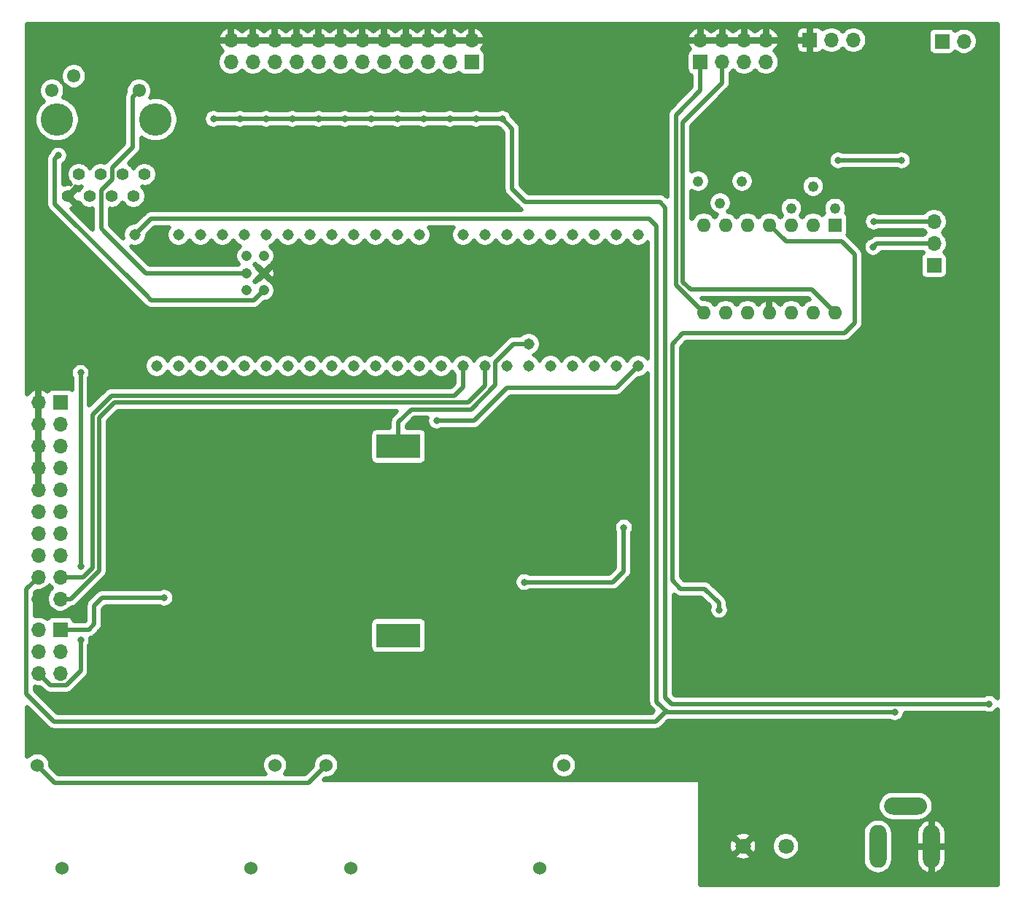
<source format=gbl>
%TF.GenerationSoftware,KiCad,Pcbnew,(5.1.8)-1*%
%TF.CreationDate,2022-01-07T12:39:40-05:00*%
%TF.ProjectId,OCE_L,4f43455f-4c2e-46b6-9963-61645f706362,rev?*%
%TF.SameCoordinates,Original*%
%TF.FileFunction,Copper,L2,Bot*%
%TF.FilePolarity,Positive*%
%FSLAX46Y46*%
G04 Gerber Fmt 4.6, Leading zero omitted, Abs format (unit mm)*
G04 Created by KiCad (PCBNEW (5.1.8)-1) date 2022-01-07 12:39:40*
%MOMM*%
%LPD*%
G01*
G04 APERTURE LIST*
%TA.AperFunction,ComponentPad*%
%ADD10O,2.000000X5.000000*%
%TD*%
%TA.AperFunction,ComponentPad*%
%ADD11C,1.308000*%
%TD*%
%TA.AperFunction,ComponentPad*%
%ADD12C,1.208000*%
%TD*%
%TA.AperFunction,ComponentPad*%
%ADD13O,1.700000X1.700000*%
%TD*%
%TA.AperFunction,ComponentPad*%
%ADD14R,1.700000X1.700000*%
%TD*%
%TA.AperFunction,ComponentPad*%
%ADD15C,1.524000*%
%TD*%
%TA.AperFunction,ComponentPad*%
%ADD16C,1.397000*%
%TD*%
%TA.AperFunction,ComponentPad*%
%ADD17C,1.549400*%
%TD*%
%TA.AperFunction,ComponentPad*%
%ADD18C,3.759200*%
%TD*%
%TA.AperFunction,ComponentPad*%
%ADD19C,2.108200*%
%TD*%
%TA.AperFunction,ComponentPad*%
%ADD20O,1.600000X1.600000*%
%TD*%
%TA.AperFunction,ComponentPad*%
%ADD21R,1.600000X1.600000*%
%TD*%
%TA.AperFunction,ComponentPad*%
%ADD22C,1.219200*%
%TD*%
%TA.AperFunction,SMDPad,CuDef*%
%ADD23C,17.780001*%
%TD*%
%TA.AperFunction,SMDPad,CuDef*%
%ADD24R,5.080000X2.794000*%
%TD*%
%TA.AperFunction,ComponentPad*%
%ADD25C,1.803400*%
%TD*%
%TA.AperFunction,ViaPad*%
%ADD26C,3.500000*%
%TD*%
%TA.AperFunction,ViaPad*%
%ADD27C,0.800000*%
%TD*%
%TA.AperFunction,ViaPad*%
%ADD28C,1.500000*%
%TD*%
%TA.AperFunction,Conductor*%
%ADD29C,0.500000*%
%TD*%
%TA.AperFunction,Conductor*%
%ADD30C,0.508000*%
%TD*%
%TA.AperFunction,Conductor*%
%ADD31C,0.100000*%
%TD*%
G04 APERTURE END LIST*
D10*
%TO.P,J2,1*%
%TO.N,12V*%
X137698200Y-134416800D03*
%TO.P,J2,2*%
%TO.N,GND*%
X143898200Y-134416800D03*
%TO.P,J2,3*%
%TO.N,N/C*%
%TA.AperFunction,ComponentPad*%
G36*
G01*
X142398200Y-130716800D02*
X139398200Y-130716800D01*
G75*
G02*
X138398200Y-129716800I0J1000000D01*
G01*
X138398200Y-129716800D01*
G75*
G02*
X139398200Y-128716800I1000000J0D01*
G01*
X142398200Y-128716800D01*
G75*
G02*
X143398200Y-129716800I0J-1000000D01*
G01*
X143398200Y-129716800D01*
G75*
G02*
X142398200Y-130716800I-1000000J0D01*
G01*
G37*
%TD.AperFunction*%
%TD*%
D11*
%TO.P,IC1,41*%
%TO.N,TH02_IN*%
X89535000Y-63373000D03*
%TO.P,IC1,40*%
%TO.N,TH01_IN*%
X92075000Y-63373000D03*
%TO.P,IC1,39*%
%TO.N,UA2*%
X94615000Y-63373000D03*
%TO.P,IC1,38*%
%TO.N,UA1*%
X97155000Y-63373000D03*
%TO.P,IC1,37*%
%TO.N,Net-(IC1-Pad37)*%
X99695000Y-63373000D03*
%TO.P,IC1,36*%
%TO.N,Net-(IC1-Pad36)*%
X102235000Y-63373000D03*
%TO.P,IC1,35*%
%TO.N,Net-(IC1-Pad35)*%
X104775000Y-63373000D03*
%TO.P,IC1,34*%
%TO.N,Net-(IC1-Pad34)*%
X107315000Y-63373000D03*
%TO.P,IC1,33*%
%TO.N,Net-(IC1-Pad33)*%
X109855000Y-63373000D03*
%TO.P,IC1,32*%
%TO.N,AUX1_EN*%
X109855000Y-78613000D03*
%TO.P,IC1,31*%
%TO.N,CAN_TX*%
X107315000Y-78613000D03*
%TO.P,IC1,30*%
%TO.N,CAN_RX*%
X104775000Y-78613000D03*
%TO.P,IC1,29*%
%TO.N,UA3_OUT*%
X102235000Y-78613000D03*
%TO.P,IC1,28*%
%TO.N,UA4_OUT*%
X99695000Y-78613000D03*
%TO.P,IC1,27*%
%TO.N,VS1*%
X97155000Y-78613000D03*
%TO.P,IC1,26*%
%TO.N,PIT1*%
X94615000Y-78613000D03*
%TO.P,IC1,25*%
%TO.N,SDA2*%
X92075000Y-78613000D03*
%TO.P,IC1,24*%
%TO.N,SCL2*%
X89535000Y-78613000D03*
%TO.P,IC1,5V*%
%TO.N,5V*%
X51435000Y-63373000D03*
%TO.P,IC1,GND3*%
%TO.N,GND*%
X53975000Y-63373000D03*
%TO.P,IC1,3.3V_2*%
%TO.N,Net-(IC1-Pad3.3V_1)*%
X56515000Y-63373000D03*
%TO.P,IC1,23*%
%TO.N,TH12_IN*%
X59055000Y-63373000D03*
%TO.P,IC1,22*%
%TO.N,TH11_IN*%
X61595000Y-63373000D03*
%TO.P,IC1,21*%
%TO.N,TH10_IN*%
X64135000Y-63373000D03*
%TO.P,IC1,20*%
%TO.N,TH09_IN*%
X66675000Y-63373000D03*
%TO.P,IC1,19*%
%TO.N,TH08_IN*%
X69215000Y-63373000D03*
%TO.P,IC1,18*%
%TO.N,TH07_IN*%
X71755000Y-63373000D03*
%TO.P,IC1,17*%
%TO.N,TH06_IN*%
X74295000Y-63373000D03*
%TO.P,IC1,16*%
%TO.N,TH05_IN*%
X76835000Y-63373000D03*
%TO.P,IC1,15*%
%TO.N,TH04_IN*%
X79375000Y-63373000D03*
%TO.P,IC1,14*%
%TO.N,TH03_IN*%
X81915000Y-63373000D03*
%TO.P,IC1,13*%
%TO.N,BLW1_EN*%
X84455000Y-63373000D03*
%TO.P,IC1,3.3V_1*%
%TO.N,Net-(IC1-Pad3.3V_1)*%
X86995000Y-78613000D03*
%TO.P,IC1,12*%
%TO.N,HTR1_EN*%
X84455000Y-78613000D03*
%TO.P,IC1,11*%
%TO.N,IRO1_EN*%
X81915000Y-78613000D03*
%TO.P,IC1,10*%
%TO.N,LED3*%
X79375000Y-78613000D03*
%TO.P,IC1,9*%
%TO.N,LED2*%
X76835000Y-78613000D03*
%TO.P,IC1,8*%
%TO.N,LED1*%
X74295000Y-78613000D03*
%TO.P,IC1,7*%
%TO.N,SW5*%
X71755000Y-78613000D03*
%TO.P,IC1,6*%
%TO.N,SW4*%
X69215000Y-78613000D03*
%TO.P,IC1,5*%
%TO.N,SW3*%
X66675000Y-78613000D03*
%TO.P,IC1,4*%
%TO.N,SW2*%
X64135000Y-78613000D03*
%TO.P,IC1,3*%
%TO.N,SW1*%
X61595000Y-78613000D03*
%TO.P,IC1,2*%
%TO.N,CAN_TX2*%
X59055000Y-78613000D03*
%TO.P,IC1,1*%
%TO.N,SEN_IL*%
X56515000Y-78613000D03*
D12*
%TO.P,IC1,T-*%
%TO.N,ETH_TX-*%
X64405000Y-69823000D03*
%TO.P,IC1,LED*%
%TO.N,ETH_LED*%
X64405000Y-67823000D03*
%TO.P,IC1,T+*%
%TO.N,ETH_TX+*%
X66405000Y-69823000D03*
%TO.P,IC1,GND5*%
%TO.N,GND*%
X66405000Y-67823000D03*
%TO.P,IC1,R+*%
%TO.N,ETH_RX+*%
X64405000Y-65823000D03*
%TO.P,IC1,R-*%
%TO.N,ETH_RX-*%
X66405000Y-65823000D03*
D11*
%TO.P,IC1,GND2*%
%TO.N,GND*%
X86995000Y-63373000D03*
%TO.P,IC1,VBAT*%
%TO.N,VBAT*%
X97155000Y-76073000D03*
%TO.P,IC1,0*%
%TO.N,Net-(IC1-Pad0)*%
X53975000Y-78613000D03*
%TO.P,IC1,GND1*%
%TO.N,GND*%
X51435000Y-78613000D03*
%TD*%
D13*
%TO.P,J6,3*%
%TO.N,Net-(J6-Pad3)*%
X134874000Y-40767000D03*
%TO.P,J6,2*%
%TO.N,Net-(J6-Pad2)*%
X132334000Y-40767000D03*
D14*
%TO.P,J6,1*%
%TO.N,GND*%
X129794000Y-40767000D03*
%TD*%
D13*
%TO.P,J4,24*%
%TO.N,GND*%
X62611000Y-40767000D03*
%TO.P,J4,23*%
%TO.N,Net-(J4-Pad23)*%
X62611000Y-43307000D03*
%TO.P,J4,22*%
%TO.N,GND*%
X65151000Y-40767000D03*
%TO.P,J4,21*%
%TO.N,Net-(J4-Pad21)*%
X65151000Y-43307000D03*
%TO.P,J4,20*%
%TO.N,GND*%
X67691000Y-40767000D03*
%TO.P,J4,19*%
%TO.N,Net-(J4-Pad19)*%
X67691000Y-43307000D03*
%TO.P,J4,18*%
%TO.N,GND*%
X70231000Y-40767000D03*
%TO.P,J4,17*%
%TO.N,Net-(J4-Pad17)*%
X70231000Y-43307000D03*
%TO.P,J4,16*%
%TO.N,GND*%
X72771000Y-40767000D03*
%TO.P,J4,15*%
%TO.N,Net-(J4-Pad15)*%
X72771000Y-43307000D03*
%TO.P,J4,14*%
%TO.N,GND*%
X75311000Y-40767000D03*
%TO.P,J4,13*%
%TO.N,Net-(J4-Pad13)*%
X75311000Y-43307000D03*
%TO.P,J4,12*%
%TO.N,GND*%
X77851000Y-40767000D03*
%TO.P,J4,11*%
%TO.N,Net-(J4-Pad11)*%
X77851000Y-43307000D03*
%TO.P,J4,10*%
%TO.N,GND*%
X80391000Y-40767000D03*
%TO.P,J4,9*%
%TO.N,Net-(J4-Pad9)*%
X80391000Y-43307000D03*
%TO.P,J4,8*%
%TO.N,GND*%
X82931000Y-40767000D03*
%TO.P,J4,7*%
%TO.N,Net-(J4-Pad7)*%
X82931000Y-43307000D03*
%TO.P,J4,6*%
%TO.N,GND*%
X85471000Y-40767000D03*
%TO.P,J4,5*%
%TO.N,Net-(J4-Pad5)*%
X85471000Y-43307000D03*
%TO.P,J4,4*%
%TO.N,GND*%
X88011000Y-40767000D03*
%TO.P,J4,3*%
%TO.N,Net-(J4-Pad3)*%
X88011000Y-43307000D03*
%TO.P,J4,2*%
%TO.N,GND*%
X90551000Y-40767000D03*
D14*
%TO.P,J4,1*%
%TO.N,Net-(J4-Pad1)*%
X90551000Y-43307000D03*
%TD*%
D13*
%TO.P,J3,8*%
%TO.N,GND*%
X124714000Y-40767000D03*
%TO.P,J3,7*%
X122174000Y-40767000D03*
%TO.P,J3,6*%
X119634000Y-40767000D03*
%TO.P,J3,5*%
X117094000Y-40767000D03*
%TO.P,J3,4*%
%TO.N,Net-(J3-Pad4)*%
X124714000Y-43307000D03*
%TO.P,J3,3*%
%TO.N,Net-(J3-Pad3)*%
X122174000Y-43307000D03*
%TO.P,J3,2*%
%TO.N,Net-(J3-Pad2)*%
X119634000Y-43307000D03*
D14*
%TO.P,J3,1*%
%TO.N,Net-(J3-Pad1)*%
X117094000Y-43307000D03*
%TD*%
D15*
%TO.P,K2,4*%
%TO.N,Net-(K2-Pad4)*%
X64932000Y-136968000D03*
%TO.P,K2,3*%
%TO.N,Net-(K2-Pad3)*%
X42932000Y-136968000D03*
%TO.P,K2,2*%
%TO.N,BLW1*%
X67732000Y-124968000D03*
%TO.P,K2,1*%
%TO.N,Net-(J10-Pad2)*%
X40132000Y-124968000D03*
%TD*%
D16*
%TO.P,J9,2*%
%TO.N,Net-(C22-Pad2)*%
X51308000Y-58908010D03*
%TO.P,J9,4*%
%TO.N,ETH_RX+*%
X48768000Y-58908010D03*
%TO.P,J9,6*%
%TO.N,ETH_RX-*%
X46228000Y-58908010D03*
%TO.P,J9,8*%
%TO.N,GND*%
X43688000Y-58908010D03*
%TO.P,J9,1*%
%TO.N,ETH_TX+*%
X52578000Y-56368010D03*
%TO.P,J9,3*%
%TO.N,ETH_TX-*%
X50038000Y-56368010D03*
%TO.P,J9,5*%
%TO.N,Net-(C22-Pad2)*%
X47498000Y-56368010D03*
%TO.P,J9,7*%
%TO.N,Net-(J9-Pad7)*%
X44958000Y-56368010D03*
D17*
%TO.P,J9,9*%
%TO.N,GND*%
X54458000Y-44918010D03*
%TO.P,J9,10*%
%TO.N,ETH_LED*%
X51918000Y-46638010D03*
%TO.P,J9,11*%
%TO.N,Net-(J9-Pad11)*%
X44348000Y-44938010D03*
%TO.P,J9,12*%
%TO.N,Net-(J9-Pad12)*%
X41808000Y-46638010D03*
D18*
%TO.P,J9,14*%
%TO.N,N/C*%
X53848000Y-49998010D03*
%TO.P,J9,15*%
X42418000Y-49998010D03*
D19*
%TO.P,J9,13*%
%TO.N,GND*%
X56007998Y-53048010D03*
%TO.P,J9,16*%
X40258002Y-53048010D03*
%TD*%
D20*
%TO.P,U3,14*%
%TO.N,Net-(J3-Pad2)*%
X132715000Y-72390000D03*
%TO.P,U3,7*%
%TO.N,Net-(R45-Pad1)*%
X117475000Y-62230000D03*
%TO.P,U3,13*%
%TO.N,Net-(R10-Pad1)*%
X130175000Y-72390000D03*
%TO.P,U3,6*%
%TO.N,Net-(R5-Pad1)*%
X120015000Y-62230000D03*
%TO.P,U3,12*%
%TO.N,Net-(C6-Pad1)*%
X127635000Y-72390000D03*
%TO.P,U3,5*%
%TO.N,Net-(R47-Pad1)*%
X122555000Y-62230000D03*
%TO.P,U3,11*%
%TO.N,GND*%
X125095000Y-72390000D03*
%TO.P,U3,4*%
%TO.N,12V*%
X125095000Y-62230000D03*
%TO.P,U3,10*%
%TO.N,Net-(C5-Pad1)*%
X122555000Y-72390000D03*
%TO.P,U3,3*%
%TO.N,Net-(R46-Pad1)*%
X127635000Y-62230000D03*
%TO.P,U3,9*%
%TO.N,Net-(R7-Pad1)*%
X120015000Y-72390000D03*
%TO.P,U3,2*%
%TO.N,Net-(R2-Pad1)*%
X130175000Y-62230000D03*
%TO.P,U3,8*%
%TO.N,Net-(J3-Pad1)*%
X117475000Y-72390000D03*
D21*
%TO.P,U3,1*%
%TO.N,Net-(R44-Pad1)*%
X132715000Y-62230000D03*
%TD*%
D15*
%TO.P,K1,4*%
%TO.N,AUX_L_L*%
X98460000Y-136968000D03*
%TO.P,K1,3*%
%TO.N,AUX_L_H*%
X76460000Y-136968000D03*
%TO.P,K1,2*%
%TO.N,AUX1*%
X101260000Y-124968000D03*
%TO.P,K1,1*%
%TO.N,Net-(J10-Pad2)*%
X73660000Y-124968000D03*
%TD*%
D22*
%TO.P,RV1,1*%
%TO.N,Net-(RV1-Pad1)*%
X127635000Y-60299600D03*
%TO.P,RV1,2*%
%TO.N,Net-(R2-Pad1)*%
X130175000Y-57759600D03*
%TO.P,RV1,3*%
%TO.N,Net-(R44-Pad1)*%
X132715000Y-60299600D03*
%TD*%
%TO.P,RV2,1*%
%TO.N,Net-(RV2-Pad1)*%
X121920000Y-57150000D03*
%TO.P,RV2,2*%
%TO.N,Net-(R5-Pad1)*%
X119380000Y-59690000D03*
%TO.P,RV2,3*%
%TO.N,Net-(R45-Pad1)*%
X116840000Y-57150000D03*
%TD*%
D13*
%TO.P,J5,20*%
%TO.N,GND*%
X40259000Y-105664000D03*
%TO.P,J5,19*%
%TO.N,SDA2*%
X42799000Y-105664000D03*
%TO.P,J5,18*%
%TO.N,5V*%
X40259000Y-103124000D03*
%TO.P,J5,17*%
%TO.N,SCL2*%
X42799000Y-103124000D03*
%TO.P,J5,16*%
%TO.N,12V*%
X40259000Y-100584000D03*
%TO.P,J5,15*%
%TO.N,LED3_DR*%
X42799000Y-100584000D03*
%TO.P,J5,14*%
%TO.N,12V*%
X40259000Y-98044000D03*
%TO.P,J5,13*%
%TO.N,LED2_DR*%
X42799000Y-98044000D03*
%TO.P,J5,12*%
%TO.N,12V*%
X40259000Y-95504000D03*
%TO.P,J5,11*%
%TO.N,LED1_DR*%
X42799000Y-95504000D03*
%TO.P,J5,10*%
%TO.N,GND*%
X40259000Y-92964000D03*
%TO.P,J5,9*%
%TO.N,SW5*%
X42799000Y-92964000D03*
%TO.P,J5,8*%
%TO.N,GND*%
X40259000Y-90424000D03*
%TO.P,J5,7*%
%TO.N,SW4*%
X42799000Y-90424000D03*
%TO.P,J5,6*%
%TO.N,GND*%
X40259000Y-87884000D03*
%TO.P,J5,5*%
%TO.N,SW3*%
X42799000Y-87884000D03*
%TO.P,J5,4*%
%TO.N,GND*%
X40259000Y-85344000D03*
%TO.P,J5,3*%
%TO.N,SW2*%
X42799000Y-85344000D03*
%TO.P,J5,2*%
%TO.N,GND*%
X40259000Y-82804000D03*
D14*
%TO.P,J5,1*%
%TO.N,SW1*%
X42799000Y-82804000D03*
%TD*%
D13*
%TO.P,J10,6*%
%TO.N,Net-(J10-Pad2)*%
X40259000Y-114300000D03*
%TO.P,J10,5*%
%TO.N,HTR1*%
X42799000Y-114300000D03*
%TO.P,J10,4*%
%TO.N,Net-(J10-Pad2)*%
X40259000Y-111760000D03*
%TO.P,J10,3*%
%TO.N,IRO1*%
X42799000Y-111760000D03*
%TO.P,J10,2*%
%TO.N,Net-(J10-Pad2)*%
X40259000Y-109220000D03*
D14*
%TO.P,J10,1*%
%TO.N,12V*%
X42799000Y-109220000D03*
%TD*%
D13*
%TO.P,J11,2*%
%TO.N,Net-(J11-Pad2)*%
X147675600Y-40894000D03*
D14*
%TO.P,J11,1*%
%TO.N,Net-(J11-Pad1)*%
X145135600Y-40894000D03*
%TD*%
D23*
%TO.P,B1,3*%
%TO.N,GND*%
X82043001Y-98933000D03*
D24*
%TO.P,B1,2*%
%TO.N,VBAT*%
X82043001Y-87948000D03*
%TO.P,B1,1*%
X82043001Y-109918000D03*
%TD*%
D25*
%TO.P,J1,2*%
%TO.N,12V*%
X127025400Y-134391400D03*
%TO.P,J1,1*%
%TO.N,GND*%
X122025400Y-134391400D03*
%TD*%
D14*
%TO.P,J7,1*%
%TO.N,Net-(J7-Pad1)*%
X144208500Y-66929000D03*
D13*
%TO.P,J7,2*%
%TO.N,UA1*%
X144208500Y-64389000D03*
%TO.P,J7,3*%
%TO.N,Net-(C3-Pad1)*%
X144208500Y-61849000D03*
%TD*%
D26*
%TO.N,GND*%
X98806000Y-116153200D03*
X98855000Y-85802200D03*
D27*
X141986000Y-123952000D03*
D28*
X108204000Y-111252000D03*
X108204000Y-115697000D03*
X108331000Y-109093000D03*
X108204000Y-113411000D03*
X116586000Y-111379000D03*
X116586000Y-115824000D03*
X116713000Y-109220000D03*
X116586000Y-113538000D03*
X109855000Y-110236000D03*
X109982000Y-108077000D03*
X109855000Y-112395000D03*
X109855000Y-114681000D03*
X115189000Y-110236000D03*
X115189000Y-114681000D03*
X115316000Y-108077000D03*
X115189000Y-112395000D03*
D27*
X60325000Y-56261000D03*
X64008000Y-55118000D03*
X67564000Y-54991000D03*
X70866000Y-54991000D03*
X74041000Y-54991000D03*
X76835000Y-54991000D03*
X79883000Y-55118000D03*
X83439000Y-55118000D03*
X86487000Y-55118000D03*
X89281000Y-54991000D03*
X92329000Y-54991000D03*
X58293000Y-54737000D03*
X53340000Y-60325000D03*
X54356000Y-60325000D03*
X55372000Y-60325000D03*
X55372000Y-59309000D03*
X54356000Y-59309000D03*
X53340000Y-59309000D03*
X72390000Y-85725000D03*
X71247000Y-85725000D03*
X70104000Y-85725000D03*
X68961000Y-85725000D03*
X67818000Y-85725000D03*
X68326000Y-86741000D03*
X69596000Y-86741000D03*
X70739000Y-86741000D03*
X71882000Y-86741000D03*
X72517000Y-87757000D03*
X71247000Y-87757000D03*
X70104000Y-87757000D03*
X68961000Y-87757000D03*
X67691000Y-87757000D03*
X86487000Y-59563000D03*
X87757000Y-59563000D03*
X87122000Y-58674000D03*
X80391000Y-124714000D03*
X82169000Y-124714000D03*
X83820000Y-124714000D03*
X47345600Y-110337600D03*
X48742600Y-110337600D03*
X47244000Y-115849400D03*
X48768000Y-115849400D03*
X45339000Y-122047000D03*
X47371000Y-122047000D03*
X80645000Y-118364000D03*
X82169000Y-118364000D03*
X83820000Y-118364000D03*
X122529600Y-52933600D03*
X122529600Y-54356000D03*
X127914400Y-47929800D03*
X127889000Y-49657000D03*
X127863600Y-51485800D03*
X124891800Y-76809600D03*
X124841000Y-78308200D03*
X124815600Y-79857600D03*
X109956600Y-75539600D03*
X109956600Y-73787000D03*
X109956600Y-71678800D03*
X121234200Y-76631800D03*
X137160000Y-63220600D03*
X136067800Y-120980200D03*
X137363200Y-120980200D03*
X136017000Y-123139200D03*
X137337800Y-123063000D03*
%TO.N,12V*%
X54864000Y-105537000D03*
X119253000Y-106934000D03*
%TO.N,5V*%
X139650000Y-118822000D03*
X108204000Y-97358200D03*
X96647000Y-103708200D03*
X133096000Y-54737000D03*
X140462000Y-54737000D03*
%TO.N,UA1*%
X137141989Y-64788011D03*
%TO.N,AUX1_EN*%
X86487000Y-84963000D03*
%TO.N,3V3*%
X94107000Y-49911000D03*
X91059000Y-49911000D03*
X81915000Y-49911000D03*
X72771000Y-49911000D03*
X69723000Y-49911000D03*
X66675000Y-49911000D03*
X63627000Y-49911000D03*
X60579000Y-49911000D03*
X75819000Y-49911000D03*
X88011000Y-49911000D03*
X84963000Y-49911000D03*
X78867000Y-49911000D03*
X150622000Y-117856000D03*
%TO.N,ETH_TX+*%
X42545000Y-54169509D03*
%TO.N,Net-(J10-Pad2)*%
X45135800Y-101904800D03*
X45135800Y-79400400D03*
X45135800Y-110439200D03*
%TO.N,Net-(C3-Pad1)*%
X137212501Y-61838001D03*
%TD*%
D29*
%TO.N,12V*%
X44704000Y-109220000D02*
X42799000Y-109220000D01*
X46101000Y-109220000D02*
X44704000Y-109220000D01*
X46736000Y-108585000D02*
X46101000Y-109220000D01*
X46736000Y-106426000D02*
X46736000Y-108585000D01*
X47625000Y-105537000D02*
X46736000Y-106426000D01*
X54864000Y-105537000D02*
X47625000Y-105537000D01*
X135026400Y-65684400D02*
X133502400Y-64160400D01*
X133807200Y-74828400D02*
X135026400Y-73609200D01*
X133502400Y-64160400D02*
X127025400Y-64160400D01*
X115062000Y-74828400D02*
X133807200Y-74828400D01*
X135026400Y-73609200D02*
X135026400Y-65684400D01*
X113830010Y-76060390D02*
X115062000Y-74828400D01*
X113830010Y-103517610D02*
X113830010Y-76060390D01*
X127025400Y-64160400D02*
X125095000Y-62230000D01*
X114808000Y-104495600D02*
X113830010Y-103517610D01*
X117602000Y-104495600D02*
X114808000Y-104495600D01*
X119253000Y-106146600D02*
X117602000Y-104495600D01*
X119253000Y-106934000D02*
X119253000Y-106146600D01*
%TO.N,5V*%
X113207000Y-118795000D02*
X112014000Y-117602000D01*
X113207000Y-118822000D02*
X113207000Y-118795000D01*
X112014000Y-96520000D02*
X112014000Y-117602000D01*
X112014000Y-96050010D02*
X112014000Y-96520000D01*
X53340000Y-61468000D02*
X51435000Y-63373000D01*
X111125000Y-61468000D02*
X112014000Y-62357000D01*
X112014000Y-94488000D02*
X112014000Y-62357000D01*
X111125000Y-61468000D02*
X53340000Y-61468000D01*
X113461000Y-118822000D02*
X112953000Y-118822000D01*
X139650000Y-118822000D02*
X113461000Y-118822000D01*
X113461000Y-118822000D02*
X113207000Y-118822000D01*
X112953000Y-118822000D02*
X111887000Y-119888000D01*
X38858999Y-104524001D02*
X40259000Y-103124000D01*
X38858999Y-116709999D02*
X38858999Y-104524001D01*
X42037000Y-119888000D02*
X38858999Y-116709999D01*
X111887000Y-119888000D02*
X83820000Y-119888000D01*
X112014000Y-94488000D02*
X112014000Y-96050010D01*
X112014000Y-94488000D02*
X112014000Y-95123000D01*
X133096000Y-54737000D02*
X140462000Y-54737000D01*
X80645000Y-119888000D02*
X42037000Y-119888000D01*
X82169000Y-119888000D02*
X80645000Y-119888000D01*
X83820000Y-119888000D02*
X82169000Y-119888000D01*
X106934000Y-103708200D02*
X96647000Y-103708200D01*
X108204000Y-102438200D02*
X106934000Y-103708200D01*
X108204000Y-97358200D02*
X108204000Y-102438200D01*
%TO.N,UA1*%
X137541000Y-64389000D02*
X137141989Y-64788011D01*
X144208500Y-64389000D02*
X137541000Y-64389000D01*
%TO.N,AUX1_EN*%
X107310243Y-81157757D02*
X94610243Y-81157757D01*
X109855000Y-78613000D02*
X107310243Y-81157757D01*
X94610243Y-81157757D02*
X90805000Y-84963000D01*
X90805000Y-84963000D02*
X86487000Y-84963000D01*
%TO.N,SCL2*%
X89535000Y-81026000D02*
X89535000Y-78613000D01*
X88519000Y-82042000D02*
X89535000Y-81026000D01*
X48728636Y-82042000D02*
X88519000Y-82042000D01*
X46494790Y-84275846D02*
X48728636Y-82042000D01*
X46494790Y-102019010D02*
X46494790Y-84275846D01*
X45389800Y-103124000D02*
X46494790Y-102019010D01*
X42799000Y-103124000D02*
X45389800Y-103124000D01*
%TO.N,SDA2*%
X44001081Y-105664000D02*
X46012010Y-103653071D01*
X42799000Y-105664000D02*
X44001081Y-105664000D01*
X92075000Y-80899000D02*
X92075000Y-78613000D01*
X90131990Y-82842010D02*
X92075000Y-80899000D01*
X46012010Y-103653071D02*
X46029129Y-103653071D01*
X46029129Y-103653071D02*
X47294800Y-102387400D01*
X47294800Y-84607220D02*
X49060010Y-82842010D01*
X47294800Y-102387400D02*
X47294800Y-84607220D01*
X49060010Y-82842010D02*
X90131990Y-82842010D01*
%TO.N,3V3*%
X60579000Y-49911000D02*
X63627000Y-49911000D01*
X63627000Y-49911000D02*
X66675000Y-49911000D01*
X66675000Y-49911000D02*
X69723000Y-49911000D01*
X69723000Y-49911000D02*
X72771000Y-49911000D01*
X72771000Y-49911000D02*
X75819000Y-49911000D01*
X75819000Y-49911000D02*
X78867000Y-49911000D01*
X78867000Y-49911000D02*
X81915000Y-49911000D01*
X81915000Y-49911000D02*
X84963000Y-49911000D01*
X84963000Y-49911000D02*
X88011000Y-49911000D01*
X88011000Y-49911000D02*
X91059000Y-49911000D01*
X91059000Y-49911000D02*
X94107000Y-49911000D01*
X113030000Y-63838011D02*
X113030000Y-60198000D01*
X113030000Y-60198000D02*
X112395000Y-59563000D01*
X112395000Y-59563000D02*
X96774000Y-59563000D01*
X96774000Y-59563000D02*
X95250000Y-58039000D01*
X95250000Y-51054000D02*
X94107000Y-49911000D01*
X95250000Y-58039000D02*
X95250000Y-51054000D01*
X150622000Y-117856000D02*
X116205000Y-117856000D01*
X113030000Y-63838011D02*
X113030000Y-117094000D01*
X113792000Y-117856000D02*
X116205000Y-117856000D01*
X113030000Y-117094000D02*
X113792000Y-117856000D01*
%TO.N,ETH_TX+*%
X42145001Y-54569508D02*
X42545000Y-54169509D01*
X42145001Y-59798001D02*
X42145001Y-54569508D01*
X53324001Y-70977001D02*
X52768500Y-70421500D01*
X65250999Y-70977001D02*
X53324001Y-70977001D01*
X66405000Y-69823000D02*
X65250999Y-70977001D01*
X52768500Y-70421500D02*
X42145001Y-59798001D01*
%TO.N,ETH_LED*%
X51181000Y-47375010D02*
X51918000Y-46638010D01*
X48789499Y-55604501D02*
X51181000Y-53213000D01*
X48789499Y-56924293D02*
X48789499Y-55604501D01*
X51181000Y-53213000D02*
X51181000Y-47375010D01*
X64405000Y-67823000D02*
X52707514Y-67823000D01*
X47519499Y-58194293D02*
X48789499Y-56924293D01*
X47519499Y-58194293D02*
X47519499Y-62634985D01*
X47519499Y-62634985D02*
X47877757Y-62993243D01*
X52707514Y-67823000D02*
X47877757Y-62993243D01*
%TO.N,Net-(J3-Pad1)*%
X114261990Y-69176990D02*
X114261990Y-49441010D01*
X117094000Y-46609000D02*
X117094000Y-43307000D01*
X114261990Y-49441010D02*
X117094000Y-46609000D01*
X114261990Y-69176990D02*
X117475000Y-72390000D01*
%TO.N,Net-(J3-Pad2)*%
X115062000Y-68834000D02*
X115951000Y-69723000D01*
X115062000Y-50292000D02*
X115062000Y-68834000D01*
X119634000Y-45720000D02*
X115062000Y-50292000D01*
X119634000Y-43307000D02*
X119634000Y-45720000D01*
X130048000Y-69723000D02*
X132715000Y-72390000D01*
X115951000Y-69723000D02*
X130048000Y-69723000D01*
%TO.N,Net-(J10-Pad2)*%
X73660000Y-124968000D02*
X71628000Y-127000000D01*
X71628000Y-127000000D02*
X42164000Y-127000000D01*
X42164000Y-127000000D02*
X40132000Y-124968000D01*
X45135800Y-101904800D02*
X45135800Y-83286600D01*
X45135800Y-83286600D02*
X45135800Y-79400400D01*
X41659001Y-115700001D02*
X43471001Y-115700001D01*
X40259000Y-114300000D02*
X41659001Y-115700001D01*
X45135800Y-110439200D02*
X45135800Y-114035202D01*
X45135800Y-114035202D02*
X44622401Y-114548601D01*
X43471001Y-115700001D02*
X44622401Y-114548601D01*
%TO.N,Net-(C3-Pad1)*%
X137223500Y-61849000D02*
X137212501Y-61838001D01*
X144208500Y-61849000D02*
X137223500Y-61849000D01*
%TO.N,VBAT*%
X97155000Y-76073000D02*
X95373078Y-76073000D01*
X90463364Y-83642020D02*
X83489980Y-83642020D01*
X82043001Y-85088999D02*
X82043001Y-87948000D01*
X83489980Y-83642020D02*
X82043001Y-85088999D01*
X93279001Y-80826383D02*
X90463364Y-83642020D01*
X93279001Y-78167077D02*
X95373078Y-76073000D01*
X93279001Y-80826383D02*
X93279001Y-78167077D01*
%TD*%
D30*
%TO.N,GND*%
X41286258Y-120568442D02*
X41317946Y-120607054D01*
X41356558Y-120638742D01*
X41472042Y-120733518D01*
X41566013Y-120783746D01*
X41647851Y-120827489D01*
X41838613Y-120885357D01*
X41987289Y-120900000D01*
X41987298Y-120900000D01*
X42036999Y-120904895D01*
X42086700Y-120900000D01*
X111837299Y-120900000D01*
X111887000Y-120904895D01*
X111936701Y-120900000D01*
X111936711Y-120900000D01*
X112085387Y-120885357D01*
X112276149Y-120827489D01*
X112451957Y-120733518D01*
X112606054Y-120607054D01*
X112637742Y-120568442D01*
X113372184Y-119834000D01*
X139073021Y-119834000D01*
X139099587Y-119851751D01*
X139311057Y-119939345D01*
X139535553Y-119984000D01*
X139764447Y-119984000D01*
X139988943Y-119939345D01*
X140200413Y-119851751D01*
X140390732Y-119724584D01*
X140552584Y-119562732D01*
X140679751Y-119372413D01*
X140767345Y-119160943D01*
X140812000Y-118936447D01*
X140812000Y-118868000D01*
X150045021Y-118868000D01*
X150071587Y-118885751D01*
X150283057Y-118973345D01*
X150507553Y-119018000D01*
X150736447Y-119018000D01*
X150960943Y-118973345D01*
X151172413Y-118885751D01*
X151362732Y-118758584D01*
X151524584Y-118596732D01*
X151613001Y-118464407D01*
X151613001Y-138913000D01*
X117017800Y-138913000D01*
X117017800Y-135524748D01*
X121071657Y-135524748D01*
X121148355Y-135814614D01*
X121442862Y-135958371D01*
X121759756Y-136041910D01*
X122086859Y-136062020D01*
X122411600Y-136017930D01*
X122721500Y-135911333D01*
X122902445Y-135814614D01*
X122979143Y-135524748D01*
X122025400Y-134571005D01*
X121071657Y-135524748D01*
X117017800Y-135524748D01*
X117017800Y-134452859D01*
X120354780Y-134452859D01*
X120398870Y-134777600D01*
X120505467Y-135087500D01*
X120602186Y-135268445D01*
X120892052Y-135345143D01*
X121845795Y-134391400D01*
X122205005Y-134391400D01*
X123158748Y-135345143D01*
X123448614Y-135268445D01*
X123592371Y-134973938D01*
X123675910Y-134657044D01*
X123696020Y-134329941D01*
X123682118Y-134227540D01*
X125361700Y-134227540D01*
X125361700Y-134555260D01*
X125425635Y-134876683D01*
X125551048Y-135179457D01*
X125733120Y-135451947D01*
X125964853Y-135683680D01*
X126237343Y-135865752D01*
X126540117Y-135991165D01*
X126861540Y-136055100D01*
X127189260Y-136055100D01*
X127449399Y-136003355D01*
X135936200Y-136003355D01*
X135961695Y-136262211D01*
X136062448Y-136594350D01*
X136226062Y-136900450D01*
X136446250Y-137168750D01*
X136714549Y-137388938D01*
X137020649Y-137552552D01*
X137352788Y-137653305D01*
X137698200Y-137687325D01*
X138043611Y-137653305D01*
X138375750Y-137552552D01*
X138681850Y-137388938D01*
X138950150Y-137168750D01*
X139170338Y-136900451D01*
X139333952Y-136594351D01*
X139434705Y-136262212D01*
X139460200Y-136003356D01*
X139460200Y-134543800D01*
X142136200Y-134543800D01*
X142136200Y-136043800D01*
X142194833Y-136385109D01*
X142318925Y-136708421D01*
X142503708Y-137001311D01*
X142742080Y-137252524D01*
X143024881Y-137452406D01*
X143341243Y-137593276D01*
X143497843Y-137632713D01*
X143771200Y-137483160D01*
X143771200Y-134543800D01*
X144025200Y-134543800D01*
X144025200Y-137483160D01*
X144298557Y-137632713D01*
X144455157Y-137593276D01*
X144771519Y-137452406D01*
X145054320Y-137252524D01*
X145292692Y-137001311D01*
X145477475Y-136708421D01*
X145601567Y-136385109D01*
X145660200Y-136043800D01*
X145660200Y-134543800D01*
X144025200Y-134543800D01*
X143771200Y-134543800D01*
X142136200Y-134543800D01*
X139460200Y-134543800D01*
X139460200Y-132830244D01*
X139456217Y-132789800D01*
X142136200Y-132789800D01*
X142136200Y-134289800D01*
X143771200Y-134289800D01*
X143771200Y-131350440D01*
X144025200Y-131350440D01*
X144025200Y-134289800D01*
X145660200Y-134289800D01*
X145660200Y-132789800D01*
X145601567Y-132448491D01*
X145477475Y-132125179D01*
X145292692Y-131832289D01*
X145054320Y-131581076D01*
X144771519Y-131381194D01*
X144455157Y-131240324D01*
X144298557Y-131200887D01*
X144025200Y-131350440D01*
X143771200Y-131350440D01*
X143497843Y-131200887D01*
X143341243Y-131240324D01*
X143024881Y-131381194D01*
X142742080Y-131581076D01*
X142503708Y-131832289D01*
X142318925Y-132125179D01*
X142194833Y-132448491D01*
X142136200Y-132789800D01*
X139456217Y-132789800D01*
X139434705Y-132571388D01*
X139333952Y-132239249D01*
X139170338Y-131933149D01*
X138950150Y-131664850D01*
X138681851Y-131444662D01*
X138375751Y-131281048D01*
X138043612Y-131180295D01*
X137698200Y-131146275D01*
X137352789Y-131180295D01*
X137020650Y-131281048D01*
X136714550Y-131444662D01*
X136446251Y-131664850D01*
X136226063Y-131933149D01*
X136062449Y-132239249D01*
X135961696Y-132571388D01*
X135936201Y-132830244D01*
X135936200Y-136003355D01*
X127449399Y-136003355D01*
X127510683Y-135991165D01*
X127813457Y-135865752D01*
X128085947Y-135683680D01*
X128317680Y-135451947D01*
X128499752Y-135179457D01*
X128625165Y-134876683D01*
X128689100Y-134555260D01*
X128689100Y-134227540D01*
X128625165Y-133906117D01*
X128499752Y-133603343D01*
X128317680Y-133330853D01*
X128085947Y-133099120D01*
X127813457Y-132917048D01*
X127510683Y-132791635D01*
X127189260Y-132727700D01*
X126861540Y-132727700D01*
X126540117Y-132791635D01*
X126237343Y-132917048D01*
X125964853Y-133099120D01*
X125733120Y-133330853D01*
X125551048Y-133603343D01*
X125425635Y-133906117D01*
X125361700Y-134227540D01*
X123682118Y-134227540D01*
X123651930Y-134005200D01*
X123545333Y-133695300D01*
X123448614Y-133514355D01*
X123158748Y-133437657D01*
X122205005Y-134391400D01*
X121845795Y-134391400D01*
X120892052Y-133437657D01*
X120602186Y-133514355D01*
X120458429Y-133808862D01*
X120374890Y-134125756D01*
X120354780Y-134452859D01*
X117017800Y-134452859D01*
X117017800Y-133258052D01*
X121071657Y-133258052D01*
X122025400Y-134211795D01*
X122979143Y-133258052D01*
X122902445Y-132968186D01*
X122607938Y-132824429D01*
X122291044Y-132740890D01*
X121963941Y-132720780D01*
X121639200Y-132764870D01*
X121329300Y-132871467D01*
X121148355Y-132968186D01*
X121071657Y-133258052D01*
X117017800Y-133258052D01*
X117017800Y-129716799D01*
X137632514Y-129716799D01*
X137632514Y-129716801D01*
X137666441Y-130061269D01*
X137766919Y-130392500D01*
X137930086Y-130697764D01*
X138149671Y-130965330D01*
X138417237Y-131184915D01*
X138722501Y-131348082D01*
X139053732Y-131448560D01*
X139398200Y-131482487D01*
X142398200Y-131482487D01*
X142742668Y-131448560D01*
X143073899Y-131348082D01*
X143379163Y-131184915D01*
X143646729Y-130965330D01*
X143866314Y-130697764D01*
X144029481Y-130392500D01*
X144129959Y-130061269D01*
X144163886Y-129716801D01*
X144163886Y-129716799D01*
X144129959Y-129372331D01*
X144029481Y-129041100D01*
X143866314Y-128735836D01*
X143646729Y-128468270D01*
X143379163Y-128248685D01*
X143073899Y-128085518D01*
X142742668Y-127985040D01*
X142398200Y-127951113D01*
X139398200Y-127951113D01*
X139053732Y-127985040D01*
X138722501Y-128085518D01*
X138417237Y-128248685D01*
X138149671Y-128468270D01*
X137930086Y-128735836D01*
X137766919Y-129041100D01*
X137666441Y-129372331D01*
X137632514Y-129716799D01*
X117017800Y-129716799D01*
X117017800Y-126949200D01*
X117012887Y-126899486D01*
X116998403Y-126851847D01*
X116974902Y-126807949D01*
X116943289Y-126769479D01*
X116904778Y-126737916D01*
X116860850Y-126714472D01*
X116813192Y-126700049D01*
X116763636Y-126695200D01*
X73335939Y-126723245D01*
X73567185Y-126492000D01*
X73810101Y-126492000D01*
X74104534Y-126433434D01*
X74381885Y-126318551D01*
X74631493Y-126151768D01*
X74843768Y-125939493D01*
X75010551Y-125689885D01*
X75125434Y-125412534D01*
X75184000Y-125118101D01*
X75184000Y-124817899D01*
X99736000Y-124817899D01*
X99736000Y-125118101D01*
X99794566Y-125412534D01*
X99909449Y-125689885D01*
X100076232Y-125939493D01*
X100288507Y-126151768D01*
X100538115Y-126318551D01*
X100815466Y-126433434D01*
X101109899Y-126492000D01*
X101410101Y-126492000D01*
X101704534Y-126433434D01*
X101981885Y-126318551D01*
X102231493Y-126151768D01*
X102443768Y-125939493D01*
X102610551Y-125689885D01*
X102725434Y-125412534D01*
X102784000Y-125118101D01*
X102784000Y-124817899D01*
X102725434Y-124523466D01*
X102610551Y-124246115D01*
X102443768Y-123996507D01*
X102231493Y-123784232D01*
X101981885Y-123617449D01*
X101704534Y-123502566D01*
X101410101Y-123444000D01*
X101109899Y-123444000D01*
X100815466Y-123502566D01*
X100538115Y-123617449D01*
X100288507Y-123784232D01*
X100076232Y-123996507D01*
X99909449Y-124246115D01*
X99794566Y-124523466D01*
X99736000Y-124817899D01*
X75184000Y-124817899D01*
X75125434Y-124523466D01*
X75010551Y-124246115D01*
X74843768Y-123996507D01*
X74631493Y-123784232D01*
X74381885Y-123617449D01*
X74104534Y-123502566D01*
X73810101Y-123444000D01*
X73509899Y-123444000D01*
X73215466Y-123502566D01*
X72938115Y-123617449D01*
X72688507Y-123784232D01*
X72476232Y-123996507D01*
X72309449Y-124246115D01*
X72194566Y-124523466D01*
X72136000Y-124817899D01*
X72136000Y-125060815D01*
X71208816Y-125988000D01*
X68867261Y-125988000D01*
X68915768Y-125939493D01*
X69082551Y-125689885D01*
X69197434Y-125412534D01*
X69256000Y-125118101D01*
X69256000Y-124817899D01*
X69197434Y-124523466D01*
X69082551Y-124246115D01*
X68915768Y-123996507D01*
X68703493Y-123784232D01*
X68453885Y-123617449D01*
X68176534Y-123502566D01*
X67882101Y-123444000D01*
X67581899Y-123444000D01*
X67287466Y-123502566D01*
X67010115Y-123617449D01*
X66760507Y-123784232D01*
X66548232Y-123996507D01*
X66381449Y-124246115D01*
X66266566Y-124523466D01*
X66208000Y-124817899D01*
X66208000Y-125118101D01*
X66266566Y-125412534D01*
X66381449Y-125689885D01*
X66548232Y-125939493D01*
X66596739Y-125988000D01*
X42583185Y-125988000D01*
X41656000Y-125060816D01*
X41656000Y-124817899D01*
X41597434Y-124523466D01*
X41482551Y-124246115D01*
X41315768Y-123996507D01*
X41103493Y-123784232D01*
X40853885Y-123617449D01*
X40576534Y-123502566D01*
X40282101Y-123444000D01*
X39981899Y-123444000D01*
X39687466Y-123502566D01*
X39410115Y-123617449D01*
X39160507Y-123784232D01*
X38948232Y-123996507D01*
X38937000Y-124013317D01*
X38937000Y-118219184D01*
X41286258Y-120568442D01*
%TA.AperFunction,Conductor*%
D31*
G36*
X41286258Y-120568442D02*
G01*
X41317946Y-120607054D01*
X41356558Y-120638742D01*
X41472042Y-120733518D01*
X41566013Y-120783746D01*
X41647851Y-120827489D01*
X41838613Y-120885357D01*
X41987289Y-120900000D01*
X41987298Y-120900000D01*
X42036999Y-120904895D01*
X42086700Y-120900000D01*
X111837299Y-120900000D01*
X111887000Y-120904895D01*
X111936701Y-120900000D01*
X111936711Y-120900000D01*
X112085387Y-120885357D01*
X112276149Y-120827489D01*
X112451957Y-120733518D01*
X112606054Y-120607054D01*
X112637742Y-120568442D01*
X113372184Y-119834000D01*
X139073021Y-119834000D01*
X139099587Y-119851751D01*
X139311057Y-119939345D01*
X139535553Y-119984000D01*
X139764447Y-119984000D01*
X139988943Y-119939345D01*
X140200413Y-119851751D01*
X140390732Y-119724584D01*
X140552584Y-119562732D01*
X140679751Y-119372413D01*
X140767345Y-119160943D01*
X140812000Y-118936447D01*
X140812000Y-118868000D01*
X150045021Y-118868000D01*
X150071587Y-118885751D01*
X150283057Y-118973345D01*
X150507553Y-119018000D01*
X150736447Y-119018000D01*
X150960943Y-118973345D01*
X151172413Y-118885751D01*
X151362732Y-118758584D01*
X151524584Y-118596732D01*
X151613001Y-118464407D01*
X151613001Y-138913000D01*
X117017800Y-138913000D01*
X117017800Y-135524748D01*
X121071657Y-135524748D01*
X121148355Y-135814614D01*
X121442862Y-135958371D01*
X121759756Y-136041910D01*
X122086859Y-136062020D01*
X122411600Y-136017930D01*
X122721500Y-135911333D01*
X122902445Y-135814614D01*
X122979143Y-135524748D01*
X122025400Y-134571005D01*
X121071657Y-135524748D01*
X117017800Y-135524748D01*
X117017800Y-134452859D01*
X120354780Y-134452859D01*
X120398870Y-134777600D01*
X120505467Y-135087500D01*
X120602186Y-135268445D01*
X120892052Y-135345143D01*
X121845795Y-134391400D01*
X122205005Y-134391400D01*
X123158748Y-135345143D01*
X123448614Y-135268445D01*
X123592371Y-134973938D01*
X123675910Y-134657044D01*
X123696020Y-134329941D01*
X123682118Y-134227540D01*
X125361700Y-134227540D01*
X125361700Y-134555260D01*
X125425635Y-134876683D01*
X125551048Y-135179457D01*
X125733120Y-135451947D01*
X125964853Y-135683680D01*
X126237343Y-135865752D01*
X126540117Y-135991165D01*
X126861540Y-136055100D01*
X127189260Y-136055100D01*
X127449399Y-136003355D01*
X135936200Y-136003355D01*
X135961695Y-136262211D01*
X136062448Y-136594350D01*
X136226062Y-136900450D01*
X136446250Y-137168750D01*
X136714549Y-137388938D01*
X137020649Y-137552552D01*
X137352788Y-137653305D01*
X137698200Y-137687325D01*
X138043611Y-137653305D01*
X138375750Y-137552552D01*
X138681850Y-137388938D01*
X138950150Y-137168750D01*
X139170338Y-136900451D01*
X139333952Y-136594351D01*
X139434705Y-136262212D01*
X139460200Y-136003356D01*
X139460200Y-134543800D01*
X142136200Y-134543800D01*
X142136200Y-136043800D01*
X142194833Y-136385109D01*
X142318925Y-136708421D01*
X142503708Y-137001311D01*
X142742080Y-137252524D01*
X143024881Y-137452406D01*
X143341243Y-137593276D01*
X143497843Y-137632713D01*
X143771200Y-137483160D01*
X143771200Y-134543800D01*
X144025200Y-134543800D01*
X144025200Y-137483160D01*
X144298557Y-137632713D01*
X144455157Y-137593276D01*
X144771519Y-137452406D01*
X145054320Y-137252524D01*
X145292692Y-137001311D01*
X145477475Y-136708421D01*
X145601567Y-136385109D01*
X145660200Y-136043800D01*
X145660200Y-134543800D01*
X144025200Y-134543800D01*
X143771200Y-134543800D01*
X142136200Y-134543800D01*
X139460200Y-134543800D01*
X139460200Y-132830244D01*
X139456217Y-132789800D01*
X142136200Y-132789800D01*
X142136200Y-134289800D01*
X143771200Y-134289800D01*
X143771200Y-131350440D01*
X144025200Y-131350440D01*
X144025200Y-134289800D01*
X145660200Y-134289800D01*
X145660200Y-132789800D01*
X145601567Y-132448491D01*
X145477475Y-132125179D01*
X145292692Y-131832289D01*
X145054320Y-131581076D01*
X144771519Y-131381194D01*
X144455157Y-131240324D01*
X144298557Y-131200887D01*
X144025200Y-131350440D01*
X143771200Y-131350440D01*
X143497843Y-131200887D01*
X143341243Y-131240324D01*
X143024881Y-131381194D01*
X142742080Y-131581076D01*
X142503708Y-131832289D01*
X142318925Y-132125179D01*
X142194833Y-132448491D01*
X142136200Y-132789800D01*
X139456217Y-132789800D01*
X139434705Y-132571388D01*
X139333952Y-132239249D01*
X139170338Y-131933149D01*
X138950150Y-131664850D01*
X138681851Y-131444662D01*
X138375751Y-131281048D01*
X138043612Y-131180295D01*
X137698200Y-131146275D01*
X137352789Y-131180295D01*
X137020650Y-131281048D01*
X136714550Y-131444662D01*
X136446251Y-131664850D01*
X136226063Y-131933149D01*
X136062449Y-132239249D01*
X135961696Y-132571388D01*
X135936201Y-132830244D01*
X135936200Y-136003355D01*
X127449399Y-136003355D01*
X127510683Y-135991165D01*
X127813457Y-135865752D01*
X128085947Y-135683680D01*
X128317680Y-135451947D01*
X128499752Y-135179457D01*
X128625165Y-134876683D01*
X128689100Y-134555260D01*
X128689100Y-134227540D01*
X128625165Y-133906117D01*
X128499752Y-133603343D01*
X128317680Y-133330853D01*
X128085947Y-133099120D01*
X127813457Y-132917048D01*
X127510683Y-132791635D01*
X127189260Y-132727700D01*
X126861540Y-132727700D01*
X126540117Y-132791635D01*
X126237343Y-132917048D01*
X125964853Y-133099120D01*
X125733120Y-133330853D01*
X125551048Y-133603343D01*
X125425635Y-133906117D01*
X125361700Y-134227540D01*
X123682118Y-134227540D01*
X123651930Y-134005200D01*
X123545333Y-133695300D01*
X123448614Y-133514355D01*
X123158748Y-133437657D01*
X122205005Y-134391400D01*
X121845795Y-134391400D01*
X120892052Y-133437657D01*
X120602186Y-133514355D01*
X120458429Y-133808862D01*
X120374890Y-134125756D01*
X120354780Y-134452859D01*
X117017800Y-134452859D01*
X117017800Y-133258052D01*
X121071657Y-133258052D01*
X122025400Y-134211795D01*
X122979143Y-133258052D01*
X122902445Y-132968186D01*
X122607938Y-132824429D01*
X122291044Y-132740890D01*
X121963941Y-132720780D01*
X121639200Y-132764870D01*
X121329300Y-132871467D01*
X121148355Y-132968186D01*
X121071657Y-133258052D01*
X117017800Y-133258052D01*
X117017800Y-129716799D01*
X137632514Y-129716799D01*
X137632514Y-129716801D01*
X137666441Y-130061269D01*
X137766919Y-130392500D01*
X137930086Y-130697764D01*
X138149671Y-130965330D01*
X138417237Y-131184915D01*
X138722501Y-131348082D01*
X139053732Y-131448560D01*
X139398200Y-131482487D01*
X142398200Y-131482487D01*
X142742668Y-131448560D01*
X143073899Y-131348082D01*
X143379163Y-131184915D01*
X143646729Y-130965330D01*
X143866314Y-130697764D01*
X144029481Y-130392500D01*
X144129959Y-130061269D01*
X144163886Y-129716801D01*
X144163886Y-129716799D01*
X144129959Y-129372331D01*
X144029481Y-129041100D01*
X143866314Y-128735836D01*
X143646729Y-128468270D01*
X143379163Y-128248685D01*
X143073899Y-128085518D01*
X142742668Y-127985040D01*
X142398200Y-127951113D01*
X139398200Y-127951113D01*
X139053732Y-127985040D01*
X138722501Y-128085518D01*
X138417237Y-128248685D01*
X138149671Y-128468270D01*
X137930086Y-128735836D01*
X137766919Y-129041100D01*
X137666441Y-129372331D01*
X137632514Y-129716799D01*
X117017800Y-129716799D01*
X117017800Y-126949200D01*
X117012887Y-126899486D01*
X116998403Y-126851847D01*
X116974902Y-126807949D01*
X116943289Y-126769479D01*
X116904778Y-126737916D01*
X116860850Y-126714472D01*
X116813192Y-126700049D01*
X116763636Y-126695200D01*
X73335939Y-126723245D01*
X73567185Y-126492000D01*
X73810101Y-126492000D01*
X74104534Y-126433434D01*
X74381885Y-126318551D01*
X74631493Y-126151768D01*
X74843768Y-125939493D01*
X75010551Y-125689885D01*
X75125434Y-125412534D01*
X75184000Y-125118101D01*
X75184000Y-124817899D01*
X99736000Y-124817899D01*
X99736000Y-125118101D01*
X99794566Y-125412534D01*
X99909449Y-125689885D01*
X100076232Y-125939493D01*
X100288507Y-126151768D01*
X100538115Y-126318551D01*
X100815466Y-126433434D01*
X101109899Y-126492000D01*
X101410101Y-126492000D01*
X101704534Y-126433434D01*
X101981885Y-126318551D01*
X102231493Y-126151768D01*
X102443768Y-125939493D01*
X102610551Y-125689885D01*
X102725434Y-125412534D01*
X102784000Y-125118101D01*
X102784000Y-124817899D01*
X102725434Y-124523466D01*
X102610551Y-124246115D01*
X102443768Y-123996507D01*
X102231493Y-123784232D01*
X101981885Y-123617449D01*
X101704534Y-123502566D01*
X101410101Y-123444000D01*
X101109899Y-123444000D01*
X100815466Y-123502566D01*
X100538115Y-123617449D01*
X100288507Y-123784232D01*
X100076232Y-123996507D01*
X99909449Y-124246115D01*
X99794566Y-124523466D01*
X99736000Y-124817899D01*
X75184000Y-124817899D01*
X75125434Y-124523466D01*
X75010551Y-124246115D01*
X74843768Y-123996507D01*
X74631493Y-123784232D01*
X74381885Y-123617449D01*
X74104534Y-123502566D01*
X73810101Y-123444000D01*
X73509899Y-123444000D01*
X73215466Y-123502566D01*
X72938115Y-123617449D01*
X72688507Y-123784232D01*
X72476232Y-123996507D01*
X72309449Y-124246115D01*
X72194566Y-124523466D01*
X72136000Y-124817899D01*
X72136000Y-125060815D01*
X71208816Y-125988000D01*
X68867261Y-125988000D01*
X68915768Y-125939493D01*
X69082551Y-125689885D01*
X69197434Y-125412534D01*
X69256000Y-125118101D01*
X69256000Y-124817899D01*
X69197434Y-124523466D01*
X69082551Y-124246115D01*
X68915768Y-123996507D01*
X68703493Y-123784232D01*
X68453885Y-123617449D01*
X68176534Y-123502566D01*
X67882101Y-123444000D01*
X67581899Y-123444000D01*
X67287466Y-123502566D01*
X67010115Y-123617449D01*
X66760507Y-123784232D01*
X66548232Y-123996507D01*
X66381449Y-124246115D01*
X66266566Y-124523466D01*
X66208000Y-124817899D01*
X66208000Y-125118101D01*
X66266566Y-125412534D01*
X66381449Y-125689885D01*
X66548232Y-125939493D01*
X66596739Y-125988000D01*
X42583185Y-125988000D01*
X41656000Y-125060816D01*
X41656000Y-124817899D01*
X41597434Y-124523466D01*
X41482551Y-124246115D01*
X41315768Y-123996507D01*
X41103493Y-123784232D01*
X40853885Y-123617449D01*
X40576534Y-123502566D01*
X40282101Y-123444000D01*
X39981899Y-123444000D01*
X39687466Y-123502566D01*
X39410115Y-123617449D01*
X39160507Y-123784232D01*
X38948232Y-123996507D01*
X38937000Y-124013317D01*
X38937000Y-118219184D01*
X41286258Y-120568442D01*
G37*
%TD.AperFunction*%
D30*
X111002000Y-94438290D02*
X111002001Y-96000290D01*
X111002000Y-96000300D01*
X111002000Y-96470290D01*
X111002001Y-117552289D01*
X110997105Y-117602000D01*
X111002001Y-117651711D01*
X111016644Y-117800387D01*
X111052752Y-117919416D01*
X111074512Y-117991149D01*
X111168482Y-118166957D01*
X111263257Y-118282441D01*
X111263263Y-118282447D01*
X111294947Y-118321054D01*
X111333554Y-118352738D01*
X111662316Y-118681500D01*
X111467816Y-118876000D01*
X42456184Y-118876000D01*
X39870999Y-116290815D01*
X39870999Y-115866403D01*
X40100232Y-115912000D01*
X40417768Y-115912000D01*
X40436158Y-115908342D01*
X40908259Y-116380443D01*
X40939947Y-116419055D01*
X40978559Y-116450743D01*
X41094043Y-116545519D01*
X41168104Y-116585105D01*
X41269852Y-116639490D01*
X41460614Y-116697358D01*
X41609290Y-116712001D01*
X41609299Y-116712001D01*
X41659000Y-116716896D01*
X41708701Y-116712001D01*
X43421300Y-116712001D01*
X43471001Y-116716896D01*
X43520702Y-116712001D01*
X43520712Y-116712001D01*
X43669388Y-116697358D01*
X43860150Y-116639490D01*
X44035958Y-116545519D01*
X44190055Y-116419055D01*
X44221743Y-116380443D01*
X45373144Y-115229042D01*
X45816237Y-114785948D01*
X45854854Y-114754256D01*
X45981318Y-114600159D01*
X46056893Y-114458768D01*
X46075289Y-114424352D01*
X46113011Y-114300000D01*
X46133157Y-114233589D01*
X46147800Y-114084913D01*
X46147800Y-114084910D01*
X46152696Y-114035202D01*
X46147800Y-113985494D01*
X46147800Y-111016179D01*
X46165551Y-110989613D01*
X46253145Y-110778143D01*
X46297800Y-110553647D01*
X46297800Y-110324753D01*
X46276879Y-110219574D01*
X46299387Y-110217357D01*
X46490149Y-110159489D01*
X46665957Y-110065518D01*
X46684804Y-110050051D01*
X46781441Y-109970743D01*
X46781442Y-109970742D01*
X46820054Y-109939054D01*
X46851743Y-109900441D01*
X47416437Y-109335746D01*
X47455054Y-109304054D01*
X47581518Y-109149957D01*
X47675489Y-108974149D01*
X47733357Y-108783387D01*
X47748000Y-108634711D01*
X47748000Y-108634708D01*
X47752896Y-108585000D01*
X47748000Y-108535292D01*
X47748000Y-108521000D01*
X78737315Y-108521000D01*
X78737315Y-111315000D01*
X78752027Y-111464378D01*
X78795599Y-111608015D01*
X78866356Y-111740392D01*
X78961579Y-111856422D01*
X79077609Y-111951645D01*
X79209986Y-112022402D01*
X79353623Y-112065974D01*
X79503001Y-112080686D01*
X84583001Y-112080686D01*
X84732379Y-112065974D01*
X84876016Y-112022402D01*
X85008393Y-111951645D01*
X85124423Y-111856422D01*
X85219646Y-111740392D01*
X85290403Y-111608015D01*
X85333975Y-111464378D01*
X85348687Y-111315000D01*
X85348687Y-108521000D01*
X85333975Y-108371622D01*
X85290403Y-108227985D01*
X85219646Y-108095608D01*
X85124423Y-107979578D01*
X85008393Y-107884355D01*
X84876016Y-107813598D01*
X84732379Y-107770026D01*
X84583001Y-107755314D01*
X79503001Y-107755314D01*
X79353623Y-107770026D01*
X79209986Y-107813598D01*
X79077609Y-107884355D01*
X78961579Y-107979578D01*
X78866356Y-108095608D01*
X78795599Y-108227985D01*
X78752027Y-108371622D01*
X78737315Y-108521000D01*
X47748000Y-108521000D01*
X47748000Y-106845184D01*
X48044184Y-106549000D01*
X54287021Y-106549000D01*
X54313587Y-106566751D01*
X54525057Y-106654345D01*
X54749553Y-106699000D01*
X54978447Y-106699000D01*
X55202943Y-106654345D01*
X55414413Y-106566751D01*
X55604732Y-106439584D01*
X55766584Y-106277732D01*
X55893751Y-106087413D01*
X55981345Y-105875943D01*
X56026000Y-105651447D01*
X56026000Y-105422553D01*
X55981345Y-105198057D01*
X55893751Y-104986587D01*
X55766584Y-104796268D01*
X55604732Y-104634416D01*
X55414413Y-104507249D01*
X55202943Y-104419655D01*
X54978447Y-104375000D01*
X54749553Y-104375000D01*
X54525057Y-104419655D01*
X54313587Y-104507249D01*
X54287021Y-104525000D01*
X47674708Y-104525000D01*
X47625000Y-104520104D01*
X47575292Y-104525000D01*
X47575289Y-104525000D01*
X47426613Y-104539643D01*
X47280250Y-104584043D01*
X47235850Y-104597511D01*
X47060042Y-104691482D01*
X47003420Y-104737951D01*
X46905946Y-104817946D01*
X46874258Y-104856558D01*
X46055558Y-105675258D01*
X46016946Y-105706946D01*
X45985258Y-105745558D01*
X45985257Y-105745559D01*
X45926910Y-105816655D01*
X45890482Y-105861043D01*
X45796511Y-106036852D01*
X45738643Y-106227614D01*
X45724000Y-106376290D01*
X45724000Y-106376299D01*
X45719105Y-106426000D01*
X45724000Y-106475701D01*
X45724001Y-108165816D01*
X45681816Y-108208000D01*
X44396145Y-108208000D01*
X44356402Y-108076985D01*
X44285645Y-107944608D01*
X44190422Y-107828578D01*
X44074392Y-107733355D01*
X43942015Y-107662598D01*
X43798378Y-107619026D01*
X43649000Y-107604314D01*
X41949000Y-107604314D01*
X41799622Y-107619026D01*
X41655985Y-107662598D01*
X41523608Y-107733355D01*
X41407578Y-107828578D01*
X41312355Y-107944608D01*
X41295275Y-107976563D01*
X41286590Y-107967878D01*
X41022568Y-107791464D01*
X40729203Y-107669948D01*
X40417768Y-107608000D01*
X40100232Y-107608000D01*
X39870999Y-107653597D01*
X39870999Y-104943185D01*
X40081842Y-104732342D01*
X40100232Y-104736000D01*
X40417768Y-104736000D01*
X40729203Y-104674052D01*
X41022568Y-104552536D01*
X41286590Y-104376122D01*
X41511122Y-104151590D01*
X41529000Y-104124834D01*
X41546878Y-104151590D01*
X41771410Y-104376122D01*
X41798166Y-104394000D01*
X41771410Y-104411878D01*
X41546878Y-104636410D01*
X41370464Y-104900432D01*
X41248948Y-105193797D01*
X41187000Y-105505232D01*
X41187000Y-105822768D01*
X41248948Y-106134203D01*
X41370464Y-106427568D01*
X41546878Y-106691590D01*
X41771410Y-106916122D01*
X42035432Y-107092536D01*
X42328797Y-107214052D01*
X42640232Y-107276000D01*
X42957768Y-107276000D01*
X43269203Y-107214052D01*
X43562568Y-107092536D01*
X43826590Y-106916122D01*
X44051122Y-106691590D01*
X44062296Y-106674867D01*
X44199468Y-106661357D01*
X44390230Y-106603489D01*
X44566038Y-106509518D01*
X44651253Y-106439584D01*
X44681522Y-106414743D01*
X44681523Y-106414742D01*
X44720135Y-106383054D01*
X44751823Y-106344442D01*
X46614111Y-104482155D01*
X46709570Y-104403814D01*
X46709571Y-104403813D01*
X46748183Y-104372125D01*
X46779871Y-104333513D01*
X47519631Y-103593753D01*
X95485000Y-103593753D01*
X95485000Y-103822647D01*
X95529655Y-104047143D01*
X95617249Y-104258613D01*
X95744416Y-104448932D01*
X95906268Y-104610784D01*
X96096587Y-104737951D01*
X96308057Y-104825545D01*
X96532553Y-104870200D01*
X96761447Y-104870200D01*
X96985943Y-104825545D01*
X97197413Y-104737951D01*
X97223979Y-104720200D01*
X106884299Y-104720200D01*
X106934000Y-104725095D01*
X106983701Y-104720200D01*
X106983711Y-104720200D01*
X107132387Y-104705557D01*
X107323149Y-104647689D01*
X107498957Y-104553718D01*
X107569774Y-104495600D01*
X107614441Y-104458943D01*
X107614442Y-104458942D01*
X107653054Y-104427254D01*
X107684742Y-104388642D01*
X108884442Y-103188942D01*
X108923054Y-103157254D01*
X108956386Y-103116639D01*
X109049518Y-103003158D01*
X109143488Y-102827350D01*
X109143489Y-102827349D01*
X109201357Y-102636587D01*
X109216000Y-102487911D01*
X109216000Y-102487902D01*
X109220895Y-102438201D01*
X109216000Y-102388500D01*
X109216000Y-97935179D01*
X109233751Y-97908613D01*
X109321345Y-97697143D01*
X109366000Y-97472647D01*
X109366000Y-97243753D01*
X109321345Y-97019257D01*
X109233751Y-96807787D01*
X109106584Y-96617468D01*
X108944732Y-96455616D01*
X108754413Y-96328449D01*
X108542943Y-96240855D01*
X108318447Y-96196200D01*
X108089553Y-96196200D01*
X107865057Y-96240855D01*
X107653587Y-96328449D01*
X107463268Y-96455616D01*
X107301416Y-96617468D01*
X107174249Y-96807787D01*
X107086655Y-97019257D01*
X107042000Y-97243753D01*
X107042000Y-97472647D01*
X107086655Y-97697143D01*
X107174249Y-97908613D01*
X107192000Y-97935179D01*
X107192001Y-102019015D01*
X106514816Y-102696200D01*
X97223979Y-102696200D01*
X97197413Y-102678449D01*
X96985943Y-102590855D01*
X96761447Y-102546200D01*
X96532553Y-102546200D01*
X96308057Y-102590855D01*
X96096587Y-102678449D01*
X95906268Y-102805616D01*
X95744416Y-102967468D01*
X95617249Y-103157787D01*
X95529655Y-103369257D01*
X95485000Y-103593753D01*
X47519631Y-103593753D01*
X47975242Y-103138142D01*
X48013854Y-103106454D01*
X48071751Y-103035906D01*
X48140318Y-102952358D01*
X48234288Y-102776550D01*
X48234289Y-102776549D01*
X48292157Y-102585787D01*
X48306800Y-102437111D01*
X48306800Y-102437102D01*
X48311695Y-102387401D01*
X48306800Y-102337700D01*
X48306800Y-85026404D01*
X49479195Y-83854010D01*
X81846806Y-83854010D01*
X81362559Y-84338257D01*
X81323947Y-84369945D01*
X81292259Y-84408557D01*
X81292258Y-84408558D01*
X81283126Y-84419686D01*
X81197483Y-84524042D01*
X81103512Y-84699851D01*
X81045644Y-84890613D01*
X81031001Y-85039289D01*
X81031001Y-85039298D01*
X81026106Y-85088999D01*
X81031001Y-85138700D01*
X81031001Y-85785314D01*
X79503001Y-85785314D01*
X79353623Y-85800026D01*
X79209986Y-85843598D01*
X79077609Y-85914355D01*
X78961579Y-86009578D01*
X78866356Y-86125608D01*
X78795599Y-86257985D01*
X78752027Y-86401622D01*
X78737315Y-86551000D01*
X78737315Y-89345000D01*
X78752027Y-89494378D01*
X78795599Y-89638015D01*
X78866356Y-89770392D01*
X78961579Y-89886422D01*
X79077609Y-89981645D01*
X79209986Y-90052402D01*
X79353623Y-90095974D01*
X79503001Y-90110686D01*
X84583001Y-90110686D01*
X84732379Y-90095974D01*
X84876016Y-90052402D01*
X85008393Y-89981645D01*
X85124423Y-89886422D01*
X85219646Y-89770392D01*
X85290403Y-89638015D01*
X85333975Y-89494378D01*
X85348687Y-89345000D01*
X85348687Y-86551000D01*
X85333975Y-86401622D01*
X85290403Y-86257985D01*
X85219646Y-86125608D01*
X85124423Y-86009578D01*
X85008393Y-85914355D01*
X84876016Y-85843598D01*
X84732379Y-85800026D01*
X84583001Y-85785314D01*
X83055001Y-85785314D01*
X83055001Y-85508183D01*
X83909164Y-84654020D01*
X85363695Y-84654020D01*
X85325000Y-84848553D01*
X85325000Y-85077447D01*
X85369655Y-85301943D01*
X85457249Y-85513413D01*
X85584416Y-85703732D01*
X85746268Y-85865584D01*
X85936587Y-85992751D01*
X86148057Y-86080345D01*
X86372553Y-86125000D01*
X86601447Y-86125000D01*
X86825943Y-86080345D01*
X87037413Y-85992751D01*
X87063979Y-85975000D01*
X90755299Y-85975000D01*
X90805000Y-85979895D01*
X90854701Y-85975000D01*
X90854711Y-85975000D01*
X91003387Y-85960357D01*
X91194149Y-85902489D01*
X91369957Y-85808518D01*
X91398231Y-85785314D01*
X91485441Y-85713743D01*
X91485442Y-85713742D01*
X91524054Y-85682054D01*
X91555742Y-85643442D01*
X95029427Y-82169757D01*
X107260542Y-82169757D01*
X107310243Y-82174652D01*
X107359944Y-82169757D01*
X107359954Y-82169757D01*
X107508630Y-82155114D01*
X107699392Y-82097246D01*
X107875200Y-82003275D01*
X107883465Y-81996492D01*
X107990684Y-81908500D01*
X107990685Y-81908499D01*
X108029297Y-81876811D01*
X108060985Y-81838199D01*
X109870184Y-80029000D01*
X109994464Y-80029000D01*
X110268032Y-79974584D01*
X110525727Y-79867843D01*
X110757647Y-79712879D01*
X110954879Y-79515647D01*
X111002000Y-79445125D01*
X111002000Y-94438290D01*
%TA.AperFunction,Conductor*%
D31*
G36*
X111002000Y-94438290D02*
G01*
X111002001Y-96000290D01*
X111002000Y-96000300D01*
X111002000Y-96470290D01*
X111002001Y-117552289D01*
X110997105Y-117602000D01*
X111002001Y-117651711D01*
X111016644Y-117800387D01*
X111052752Y-117919416D01*
X111074512Y-117991149D01*
X111168482Y-118166957D01*
X111263257Y-118282441D01*
X111263263Y-118282447D01*
X111294947Y-118321054D01*
X111333554Y-118352738D01*
X111662316Y-118681500D01*
X111467816Y-118876000D01*
X42456184Y-118876000D01*
X39870999Y-116290815D01*
X39870999Y-115866403D01*
X40100232Y-115912000D01*
X40417768Y-115912000D01*
X40436158Y-115908342D01*
X40908259Y-116380443D01*
X40939947Y-116419055D01*
X40978559Y-116450743D01*
X41094043Y-116545519D01*
X41168104Y-116585105D01*
X41269852Y-116639490D01*
X41460614Y-116697358D01*
X41609290Y-116712001D01*
X41609299Y-116712001D01*
X41659000Y-116716896D01*
X41708701Y-116712001D01*
X43421300Y-116712001D01*
X43471001Y-116716896D01*
X43520702Y-116712001D01*
X43520712Y-116712001D01*
X43669388Y-116697358D01*
X43860150Y-116639490D01*
X44035958Y-116545519D01*
X44190055Y-116419055D01*
X44221743Y-116380443D01*
X45373144Y-115229042D01*
X45816237Y-114785948D01*
X45854854Y-114754256D01*
X45981318Y-114600159D01*
X46056893Y-114458768D01*
X46075289Y-114424352D01*
X46113011Y-114300000D01*
X46133157Y-114233589D01*
X46147800Y-114084913D01*
X46147800Y-114084910D01*
X46152696Y-114035202D01*
X46147800Y-113985494D01*
X46147800Y-111016179D01*
X46165551Y-110989613D01*
X46253145Y-110778143D01*
X46297800Y-110553647D01*
X46297800Y-110324753D01*
X46276879Y-110219574D01*
X46299387Y-110217357D01*
X46490149Y-110159489D01*
X46665957Y-110065518D01*
X46684804Y-110050051D01*
X46781441Y-109970743D01*
X46781442Y-109970742D01*
X46820054Y-109939054D01*
X46851743Y-109900441D01*
X47416437Y-109335746D01*
X47455054Y-109304054D01*
X47581518Y-109149957D01*
X47675489Y-108974149D01*
X47733357Y-108783387D01*
X47748000Y-108634711D01*
X47748000Y-108634708D01*
X47752896Y-108585000D01*
X47748000Y-108535292D01*
X47748000Y-108521000D01*
X78737315Y-108521000D01*
X78737315Y-111315000D01*
X78752027Y-111464378D01*
X78795599Y-111608015D01*
X78866356Y-111740392D01*
X78961579Y-111856422D01*
X79077609Y-111951645D01*
X79209986Y-112022402D01*
X79353623Y-112065974D01*
X79503001Y-112080686D01*
X84583001Y-112080686D01*
X84732379Y-112065974D01*
X84876016Y-112022402D01*
X85008393Y-111951645D01*
X85124423Y-111856422D01*
X85219646Y-111740392D01*
X85290403Y-111608015D01*
X85333975Y-111464378D01*
X85348687Y-111315000D01*
X85348687Y-108521000D01*
X85333975Y-108371622D01*
X85290403Y-108227985D01*
X85219646Y-108095608D01*
X85124423Y-107979578D01*
X85008393Y-107884355D01*
X84876016Y-107813598D01*
X84732379Y-107770026D01*
X84583001Y-107755314D01*
X79503001Y-107755314D01*
X79353623Y-107770026D01*
X79209986Y-107813598D01*
X79077609Y-107884355D01*
X78961579Y-107979578D01*
X78866356Y-108095608D01*
X78795599Y-108227985D01*
X78752027Y-108371622D01*
X78737315Y-108521000D01*
X47748000Y-108521000D01*
X47748000Y-106845184D01*
X48044184Y-106549000D01*
X54287021Y-106549000D01*
X54313587Y-106566751D01*
X54525057Y-106654345D01*
X54749553Y-106699000D01*
X54978447Y-106699000D01*
X55202943Y-106654345D01*
X55414413Y-106566751D01*
X55604732Y-106439584D01*
X55766584Y-106277732D01*
X55893751Y-106087413D01*
X55981345Y-105875943D01*
X56026000Y-105651447D01*
X56026000Y-105422553D01*
X55981345Y-105198057D01*
X55893751Y-104986587D01*
X55766584Y-104796268D01*
X55604732Y-104634416D01*
X55414413Y-104507249D01*
X55202943Y-104419655D01*
X54978447Y-104375000D01*
X54749553Y-104375000D01*
X54525057Y-104419655D01*
X54313587Y-104507249D01*
X54287021Y-104525000D01*
X47674708Y-104525000D01*
X47625000Y-104520104D01*
X47575292Y-104525000D01*
X47575289Y-104525000D01*
X47426613Y-104539643D01*
X47280250Y-104584043D01*
X47235850Y-104597511D01*
X47060042Y-104691482D01*
X47003420Y-104737951D01*
X46905946Y-104817946D01*
X46874258Y-104856558D01*
X46055558Y-105675258D01*
X46016946Y-105706946D01*
X45985258Y-105745558D01*
X45985257Y-105745559D01*
X45926910Y-105816655D01*
X45890482Y-105861043D01*
X45796511Y-106036852D01*
X45738643Y-106227614D01*
X45724000Y-106376290D01*
X45724000Y-106376299D01*
X45719105Y-106426000D01*
X45724000Y-106475701D01*
X45724001Y-108165816D01*
X45681816Y-108208000D01*
X44396145Y-108208000D01*
X44356402Y-108076985D01*
X44285645Y-107944608D01*
X44190422Y-107828578D01*
X44074392Y-107733355D01*
X43942015Y-107662598D01*
X43798378Y-107619026D01*
X43649000Y-107604314D01*
X41949000Y-107604314D01*
X41799622Y-107619026D01*
X41655985Y-107662598D01*
X41523608Y-107733355D01*
X41407578Y-107828578D01*
X41312355Y-107944608D01*
X41295275Y-107976563D01*
X41286590Y-107967878D01*
X41022568Y-107791464D01*
X40729203Y-107669948D01*
X40417768Y-107608000D01*
X40100232Y-107608000D01*
X39870999Y-107653597D01*
X39870999Y-104943185D01*
X40081842Y-104732342D01*
X40100232Y-104736000D01*
X40417768Y-104736000D01*
X40729203Y-104674052D01*
X41022568Y-104552536D01*
X41286590Y-104376122D01*
X41511122Y-104151590D01*
X41529000Y-104124834D01*
X41546878Y-104151590D01*
X41771410Y-104376122D01*
X41798166Y-104394000D01*
X41771410Y-104411878D01*
X41546878Y-104636410D01*
X41370464Y-104900432D01*
X41248948Y-105193797D01*
X41187000Y-105505232D01*
X41187000Y-105822768D01*
X41248948Y-106134203D01*
X41370464Y-106427568D01*
X41546878Y-106691590D01*
X41771410Y-106916122D01*
X42035432Y-107092536D01*
X42328797Y-107214052D01*
X42640232Y-107276000D01*
X42957768Y-107276000D01*
X43269203Y-107214052D01*
X43562568Y-107092536D01*
X43826590Y-106916122D01*
X44051122Y-106691590D01*
X44062296Y-106674867D01*
X44199468Y-106661357D01*
X44390230Y-106603489D01*
X44566038Y-106509518D01*
X44651253Y-106439584D01*
X44681522Y-106414743D01*
X44681523Y-106414742D01*
X44720135Y-106383054D01*
X44751823Y-106344442D01*
X46614111Y-104482155D01*
X46709570Y-104403814D01*
X46709571Y-104403813D01*
X46748183Y-104372125D01*
X46779871Y-104333513D01*
X47519631Y-103593753D01*
X95485000Y-103593753D01*
X95485000Y-103822647D01*
X95529655Y-104047143D01*
X95617249Y-104258613D01*
X95744416Y-104448932D01*
X95906268Y-104610784D01*
X96096587Y-104737951D01*
X96308057Y-104825545D01*
X96532553Y-104870200D01*
X96761447Y-104870200D01*
X96985943Y-104825545D01*
X97197413Y-104737951D01*
X97223979Y-104720200D01*
X106884299Y-104720200D01*
X106934000Y-104725095D01*
X106983701Y-104720200D01*
X106983711Y-104720200D01*
X107132387Y-104705557D01*
X107323149Y-104647689D01*
X107498957Y-104553718D01*
X107569774Y-104495600D01*
X107614441Y-104458943D01*
X107614442Y-104458942D01*
X107653054Y-104427254D01*
X107684742Y-104388642D01*
X108884442Y-103188942D01*
X108923054Y-103157254D01*
X108956386Y-103116639D01*
X109049518Y-103003158D01*
X109143488Y-102827350D01*
X109143489Y-102827349D01*
X109201357Y-102636587D01*
X109216000Y-102487911D01*
X109216000Y-102487902D01*
X109220895Y-102438201D01*
X109216000Y-102388500D01*
X109216000Y-97935179D01*
X109233751Y-97908613D01*
X109321345Y-97697143D01*
X109366000Y-97472647D01*
X109366000Y-97243753D01*
X109321345Y-97019257D01*
X109233751Y-96807787D01*
X109106584Y-96617468D01*
X108944732Y-96455616D01*
X108754413Y-96328449D01*
X108542943Y-96240855D01*
X108318447Y-96196200D01*
X108089553Y-96196200D01*
X107865057Y-96240855D01*
X107653587Y-96328449D01*
X107463268Y-96455616D01*
X107301416Y-96617468D01*
X107174249Y-96807787D01*
X107086655Y-97019257D01*
X107042000Y-97243753D01*
X107042000Y-97472647D01*
X107086655Y-97697143D01*
X107174249Y-97908613D01*
X107192000Y-97935179D01*
X107192001Y-102019015D01*
X106514816Y-102696200D01*
X97223979Y-102696200D01*
X97197413Y-102678449D01*
X96985943Y-102590855D01*
X96761447Y-102546200D01*
X96532553Y-102546200D01*
X96308057Y-102590855D01*
X96096587Y-102678449D01*
X95906268Y-102805616D01*
X95744416Y-102967468D01*
X95617249Y-103157787D01*
X95529655Y-103369257D01*
X95485000Y-103593753D01*
X47519631Y-103593753D01*
X47975242Y-103138142D01*
X48013854Y-103106454D01*
X48071751Y-103035906D01*
X48140318Y-102952358D01*
X48234288Y-102776550D01*
X48234289Y-102776549D01*
X48292157Y-102585787D01*
X48306800Y-102437111D01*
X48306800Y-102437102D01*
X48311695Y-102387401D01*
X48306800Y-102337700D01*
X48306800Y-85026404D01*
X49479195Y-83854010D01*
X81846806Y-83854010D01*
X81362559Y-84338257D01*
X81323947Y-84369945D01*
X81292259Y-84408557D01*
X81292258Y-84408558D01*
X81283126Y-84419686D01*
X81197483Y-84524042D01*
X81103512Y-84699851D01*
X81045644Y-84890613D01*
X81031001Y-85039289D01*
X81031001Y-85039298D01*
X81026106Y-85088999D01*
X81031001Y-85138700D01*
X81031001Y-85785314D01*
X79503001Y-85785314D01*
X79353623Y-85800026D01*
X79209986Y-85843598D01*
X79077609Y-85914355D01*
X78961579Y-86009578D01*
X78866356Y-86125608D01*
X78795599Y-86257985D01*
X78752027Y-86401622D01*
X78737315Y-86551000D01*
X78737315Y-89345000D01*
X78752027Y-89494378D01*
X78795599Y-89638015D01*
X78866356Y-89770392D01*
X78961579Y-89886422D01*
X79077609Y-89981645D01*
X79209986Y-90052402D01*
X79353623Y-90095974D01*
X79503001Y-90110686D01*
X84583001Y-90110686D01*
X84732379Y-90095974D01*
X84876016Y-90052402D01*
X85008393Y-89981645D01*
X85124423Y-89886422D01*
X85219646Y-89770392D01*
X85290403Y-89638015D01*
X85333975Y-89494378D01*
X85348687Y-89345000D01*
X85348687Y-86551000D01*
X85333975Y-86401622D01*
X85290403Y-86257985D01*
X85219646Y-86125608D01*
X85124423Y-86009578D01*
X85008393Y-85914355D01*
X84876016Y-85843598D01*
X84732379Y-85800026D01*
X84583001Y-85785314D01*
X83055001Y-85785314D01*
X83055001Y-85508183D01*
X83909164Y-84654020D01*
X85363695Y-84654020D01*
X85325000Y-84848553D01*
X85325000Y-85077447D01*
X85369655Y-85301943D01*
X85457249Y-85513413D01*
X85584416Y-85703732D01*
X85746268Y-85865584D01*
X85936587Y-85992751D01*
X86148057Y-86080345D01*
X86372553Y-86125000D01*
X86601447Y-86125000D01*
X86825943Y-86080345D01*
X87037413Y-85992751D01*
X87063979Y-85975000D01*
X90755299Y-85975000D01*
X90805000Y-85979895D01*
X90854701Y-85975000D01*
X90854711Y-85975000D01*
X91003387Y-85960357D01*
X91194149Y-85902489D01*
X91369957Y-85808518D01*
X91398231Y-85785314D01*
X91485441Y-85713743D01*
X91485442Y-85713742D01*
X91524054Y-85682054D01*
X91555742Y-85643442D01*
X95029427Y-82169757D01*
X107260542Y-82169757D01*
X107310243Y-82174652D01*
X107359944Y-82169757D01*
X107359954Y-82169757D01*
X107508630Y-82155114D01*
X107699392Y-82097246D01*
X107875200Y-82003275D01*
X107883465Y-81996492D01*
X107990684Y-81908500D01*
X107990685Y-81908499D01*
X108029297Y-81876811D01*
X108060985Y-81838199D01*
X109870184Y-80029000D01*
X109994464Y-80029000D01*
X110268032Y-79974584D01*
X110525727Y-79867843D01*
X110757647Y-79712879D01*
X110954879Y-79515647D01*
X111002000Y-79445125D01*
X111002000Y-94438290D01*
G37*
%TD.AperFunction*%
D30*
X151613001Y-117247593D02*
X151524584Y-117115268D01*
X151362732Y-116953416D01*
X151172413Y-116826249D01*
X150960943Y-116738655D01*
X150736447Y-116694000D01*
X150507553Y-116694000D01*
X150283057Y-116738655D01*
X150071587Y-116826249D01*
X150045021Y-116844000D01*
X114211184Y-116844000D01*
X114042000Y-116674816D01*
X114042000Y-105160784D01*
X114057257Y-105176041D01*
X114088946Y-105214654D01*
X114243043Y-105341118D01*
X114418851Y-105435089D01*
X114609613Y-105492957D01*
X114758289Y-105507600D01*
X114758292Y-105507600D01*
X114808000Y-105512496D01*
X114857708Y-105507600D01*
X117182816Y-105507600D01*
X118175084Y-106499868D01*
X118135655Y-106595057D01*
X118091000Y-106819553D01*
X118091000Y-107048447D01*
X118135655Y-107272943D01*
X118223249Y-107484413D01*
X118350416Y-107674732D01*
X118512268Y-107836584D01*
X118702587Y-107963751D01*
X118914057Y-108051345D01*
X119138553Y-108096000D01*
X119367447Y-108096000D01*
X119591943Y-108051345D01*
X119803413Y-107963751D01*
X119993732Y-107836584D01*
X120155584Y-107674732D01*
X120282751Y-107484413D01*
X120370345Y-107272943D01*
X120415000Y-107048447D01*
X120415000Y-106819553D01*
X120370345Y-106595057D01*
X120282751Y-106383587D01*
X120265000Y-106357021D01*
X120265000Y-106196308D01*
X120269896Y-106146600D01*
X120265000Y-106096889D01*
X120250357Y-105948214D01*
X120192489Y-105757451D01*
X120098518Y-105581643D01*
X120065078Y-105540896D01*
X120003743Y-105466159D01*
X120003742Y-105466158D01*
X119972054Y-105427546D01*
X119933442Y-105395858D01*
X118352742Y-103815158D01*
X118321054Y-103776546D01*
X118166957Y-103650082D01*
X117991149Y-103556111D01*
X117800387Y-103498243D01*
X117651711Y-103483600D01*
X117651701Y-103483600D01*
X117602000Y-103478705D01*
X117552299Y-103483600D01*
X115227184Y-103483600D01*
X114842010Y-103098426D01*
X114842010Y-76479574D01*
X115481185Y-75840400D01*
X133757499Y-75840400D01*
X133807200Y-75845295D01*
X133856901Y-75840400D01*
X133856911Y-75840400D01*
X134005587Y-75825757D01*
X134196349Y-75767889D01*
X134372157Y-75673918D01*
X134526254Y-75547454D01*
X134557942Y-75508842D01*
X135706842Y-74359942D01*
X135745454Y-74328254D01*
X135798643Y-74263443D01*
X135871918Y-74174158D01*
X135965888Y-73998350D01*
X135965889Y-73998349D01*
X136023757Y-73807587D01*
X136038400Y-73658911D01*
X136038400Y-73658902D01*
X136043295Y-73609201D01*
X136038400Y-73559500D01*
X136038400Y-65734100D01*
X136043295Y-65684399D01*
X136038400Y-65634698D01*
X136038400Y-65634689D01*
X136023757Y-65486013D01*
X135965889Y-65295251D01*
X135900224Y-65172400D01*
X135871918Y-65119442D01*
X135777142Y-65003958D01*
X135745454Y-64965346D01*
X135706842Y-64933658D01*
X135446748Y-64673564D01*
X135979989Y-64673564D01*
X135979989Y-64902458D01*
X136024644Y-65126954D01*
X136112238Y-65338424D01*
X136239405Y-65528743D01*
X136401257Y-65690595D01*
X136591576Y-65817762D01*
X136803046Y-65905356D01*
X137027542Y-65950011D01*
X137256436Y-65950011D01*
X137480932Y-65905356D01*
X137692402Y-65817762D01*
X137882721Y-65690595D01*
X138044573Y-65528743D01*
X138129928Y-65401000D01*
X142945961Y-65401000D01*
X142956378Y-65416590D01*
X142965063Y-65425275D01*
X142933108Y-65442355D01*
X142817078Y-65537578D01*
X142721855Y-65653608D01*
X142651098Y-65785985D01*
X142607526Y-65929622D01*
X142592814Y-66079000D01*
X142592814Y-67779000D01*
X142607526Y-67928378D01*
X142651098Y-68072015D01*
X142721855Y-68204392D01*
X142817078Y-68320422D01*
X142933108Y-68415645D01*
X143065485Y-68486402D01*
X143209122Y-68529974D01*
X143358500Y-68544686D01*
X145058500Y-68544686D01*
X145207878Y-68529974D01*
X145351515Y-68486402D01*
X145483892Y-68415645D01*
X145599922Y-68320422D01*
X145695145Y-68204392D01*
X145765902Y-68072015D01*
X145809474Y-67928378D01*
X145824186Y-67779000D01*
X145824186Y-66079000D01*
X145809474Y-65929622D01*
X145765902Y-65785985D01*
X145695145Y-65653608D01*
X145599922Y-65537578D01*
X145483892Y-65442355D01*
X145451937Y-65425275D01*
X145460622Y-65416590D01*
X145637036Y-65152568D01*
X145758552Y-64859203D01*
X145820500Y-64547768D01*
X145820500Y-64230232D01*
X145758552Y-63918797D01*
X145637036Y-63625432D01*
X145460622Y-63361410D01*
X145236090Y-63136878D01*
X145209334Y-63119000D01*
X145236090Y-63101122D01*
X145460622Y-62876590D01*
X145637036Y-62612568D01*
X145758552Y-62319203D01*
X145820500Y-62007768D01*
X145820500Y-61690232D01*
X145758552Y-61378797D01*
X145637036Y-61085432D01*
X145460622Y-60821410D01*
X145236090Y-60596878D01*
X144972068Y-60420464D01*
X144678703Y-60298948D01*
X144367268Y-60237000D01*
X144049732Y-60237000D01*
X143738297Y-60298948D01*
X143444932Y-60420464D01*
X143180910Y-60596878D01*
X142956378Y-60821410D01*
X142945961Y-60837000D01*
X137805941Y-60837000D01*
X137762914Y-60808250D01*
X137551444Y-60720656D01*
X137326948Y-60676001D01*
X137098054Y-60676001D01*
X136873558Y-60720656D01*
X136662088Y-60808250D01*
X136471769Y-60935417D01*
X136309917Y-61097269D01*
X136182750Y-61287588D01*
X136095156Y-61499058D01*
X136050501Y-61723554D01*
X136050501Y-61952448D01*
X136095156Y-62176944D01*
X136182750Y-62388414D01*
X136309917Y-62578733D01*
X136471769Y-62740585D01*
X136662088Y-62867752D01*
X136873558Y-62955346D01*
X137098054Y-63000001D01*
X137326948Y-63000001D01*
X137551444Y-62955346D01*
X137762914Y-62867752D01*
X137773019Y-62861000D01*
X142945961Y-62861000D01*
X142956378Y-62876590D01*
X143180910Y-63101122D01*
X143207666Y-63119000D01*
X143180910Y-63136878D01*
X142956378Y-63361410D01*
X142945961Y-63377000D01*
X137590708Y-63377000D01*
X137541000Y-63372104D01*
X137491292Y-63377000D01*
X137491289Y-63377000D01*
X137342613Y-63391643D01*
X137151851Y-63449511D01*
X136976043Y-63543482D01*
X136826834Y-63665934D01*
X136803046Y-63670666D01*
X136591576Y-63758260D01*
X136401257Y-63885427D01*
X136239405Y-64047279D01*
X136112238Y-64237598D01*
X136024644Y-64449068D01*
X135979989Y-64673564D01*
X135446748Y-64673564D01*
X134253142Y-63479958D01*
X134221454Y-63441346D01*
X134178149Y-63405807D01*
X134222402Y-63323015D01*
X134265974Y-63179378D01*
X134280686Y-63030000D01*
X134280686Y-61430000D01*
X134265974Y-61280622D01*
X134222402Y-61136985D01*
X134151645Y-61004608D01*
X134056422Y-60888578D01*
X133981213Y-60826856D01*
X134033891Y-60699681D01*
X134086600Y-60434691D01*
X134086600Y-60164509D01*
X134033891Y-59899519D01*
X133930497Y-59649904D01*
X133780392Y-59425256D01*
X133589344Y-59234208D01*
X133364696Y-59084103D01*
X133115081Y-58980709D01*
X132850091Y-58928000D01*
X132579909Y-58928000D01*
X132314919Y-58980709D01*
X132065304Y-59084103D01*
X131840656Y-59234208D01*
X131649608Y-59425256D01*
X131499503Y-59649904D01*
X131396109Y-59899519D01*
X131343400Y-60164509D01*
X131343400Y-60434691D01*
X131396109Y-60699681D01*
X131448787Y-60826856D01*
X131373578Y-60888578D01*
X131278355Y-61004608D01*
X131236645Y-61082643D01*
X131170717Y-61016715D01*
X130914885Y-60845773D01*
X130630619Y-60728027D01*
X130328844Y-60668000D01*
X130021156Y-60668000D01*
X129719381Y-60728027D01*
X129435115Y-60845773D01*
X129179283Y-61016715D01*
X128961715Y-61234283D01*
X128905000Y-61319163D01*
X128848285Y-61234283D01*
X128735461Y-61121459D01*
X128850497Y-60949296D01*
X128953891Y-60699681D01*
X129006600Y-60434691D01*
X129006600Y-60164509D01*
X128953891Y-59899519D01*
X128850497Y-59649904D01*
X128700392Y-59425256D01*
X128509344Y-59234208D01*
X128284696Y-59084103D01*
X128035081Y-58980709D01*
X127770091Y-58928000D01*
X127499909Y-58928000D01*
X127234919Y-58980709D01*
X126985304Y-59084103D01*
X126760656Y-59234208D01*
X126569608Y-59425256D01*
X126419503Y-59649904D01*
X126316109Y-59899519D01*
X126263400Y-60164509D01*
X126263400Y-60434691D01*
X126316109Y-60699681D01*
X126419503Y-60949296D01*
X126534539Y-61121459D01*
X126421715Y-61234283D01*
X126365000Y-61319163D01*
X126308285Y-61234283D01*
X126090717Y-61016715D01*
X125834885Y-60845773D01*
X125550619Y-60728027D01*
X125248844Y-60668000D01*
X124941156Y-60668000D01*
X124639381Y-60728027D01*
X124355115Y-60845773D01*
X124099283Y-61016715D01*
X123881715Y-61234283D01*
X123825000Y-61319163D01*
X123768285Y-61234283D01*
X123550717Y-61016715D01*
X123294885Y-60845773D01*
X123010619Y-60728027D01*
X122708844Y-60668000D01*
X122401156Y-60668000D01*
X122099381Y-60728027D01*
X121815115Y-60845773D01*
X121559283Y-61016715D01*
X121341715Y-61234283D01*
X121285000Y-61319163D01*
X121228285Y-61234283D01*
X121010717Y-61016715D01*
X120754885Y-60845773D01*
X120470619Y-60728027D01*
X120313051Y-60696685D01*
X120445392Y-60564344D01*
X120595497Y-60339696D01*
X120698891Y-60090081D01*
X120751600Y-59825091D01*
X120751600Y-59554909D01*
X120698891Y-59289919D01*
X120595497Y-59040304D01*
X120445392Y-58815656D01*
X120254344Y-58624608D01*
X120029696Y-58474503D01*
X119780081Y-58371109D01*
X119515091Y-58318400D01*
X119244909Y-58318400D01*
X118979919Y-58371109D01*
X118730304Y-58474503D01*
X118505656Y-58624608D01*
X118314608Y-58815656D01*
X118164503Y-59040304D01*
X118061109Y-59289919D01*
X118008400Y-59554909D01*
X118008400Y-59825091D01*
X118061109Y-60090081D01*
X118164503Y-60339696D01*
X118314608Y-60564344D01*
X118505656Y-60755392D01*
X118730304Y-60905497D01*
X118979919Y-61008891D01*
X119019278Y-61016720D01*
X118801715Y-61234283D01*
X118745000Y-61319163D01*
X118688285Y-61234283D01*
X118470717Y-61016715D01*
X118214885Y-60845773D01*
X117930619Y-60728027D01*
X117628844Y-60668000D01*
X117321156Y-60668000D01*
X117019381Y-60728027D01*
X116735115Y-60845773D01*
X116479283Y-61016715D01*
X116261715Y-61234283D01*
X116090773Y-61490115D01*
X116074000Y-61530609D01*
X116074000Y-58287785D01*
X116190304Y-58365497D01*
X116439919Y-58468891D01*
X116704909Y-58521600D01*
X116975091Y-58521600D01*
X117240081Y-58468891D01*
X117489696Y-58365497D01*
X117714344Y-58215392D01*
X117905392Y-58024344D01*
X118055497Y-57799696D01*
X118158891Y-57550081D01*
X118211600Y-57285091D01*
X118211600Y-57014909D01*
X120548400Y-57014909D01*
X120548400Y-57285091D01*
X120601109Y-57550081D01*
X120704503Y-57799696D01*
X120854608Y-58024344D01*
X121045656Y-58215392D01*
X121270304Y-58365497D01*
X121519919Y-58468891D01*
X121784909Y-58521600D01*
X122055091Y-58521600D01*
X122320081Y-58468891D01*
X122569696Y-58365497D01*
X122794344Y-58215392D01*
X122985392Y-58024344D01*
X123135497Y-57799696D01*
X123208061Y-57624509D01*
X128803400Y-57624509D01*
X128803400Y-57894691D01*
X128856109Y-58159681D01*
X128959503Y-58409296D01*
X129109608Y-58633944D01*
X129300656Y-58824992D01*
X129525304Y-58975097D01*
X129774919Y-59078491D01*
X130039909Y-59131200D01*
X130310091Y-59131200D01*
X130575081Y-59078491D01*
X130824696Y-58975097D01*
X131049344Y-58824992D01*
X131240392Y-58633944D01*
X131390497Y-58409296D01*
X131493891Y-58159681D01*
X131546600Y-57894691D01*
X131546600Y-57624509D01*
X131493891Y-57359519D01*
X131390497Y-57109904D01*
X131240392Y-56885256D01*
X131049344Y-56694208D01*
X130824696Y-56544103D01*
X130575081Y-56440709D01*
X130310091Y-56388000D01*
X130039909Y-56388000D01*
X129774919Y-56440709D01*
X129525304Y-56544103D01*
X129300656Y-56694208D01*
X129109608Y-56885256D01*
X128959503Y-57109904D01*
X128856109Y-57359519D01*
X128803400Y-57624509D01*
X123208061Y-57624509D01*
X123238891Y-57550081D01*
X123291600Y-57285091D01*
X123291600Y-57014909D01*
X123238891Y-56749919D01*
X123135497Y-56500304D01*
X122985392Y-56275656D01*
X122794344Y-56084608D01*
X122569696Y-55934503D01*
X122320081Y-55831109D01*
X122055091Y-55778400D01*
X121784909Y-55778400D01*
X121519919Y-55831109D01*
X121270304Y-55934503D01*
X121045656Y-56084608D01*
X120854608Y-56275656D01*
X120704503Y-56500304D01*
X120601109Y-56749919D01*
X120548400Y-57014909D01*
X118211600Y-57014909D01*
X118158891Y-56749919D01*
X118055497Y-56500304D01*
X117905392Y-56275656D01*
X117714344Y-56084608D01*
X117489696Y-55934503D01*
X117240081Y-55831109D01*
X116975091Y-55778400D01*
X116704909Y-55778400D01*
X116439919Y-55831109D01*
X116190304Y-55934503D01*
X116074000Y-56012215D01*
X116074000Y-54622553D01*
X131934000Y-54622553D01*
X131934000Y-54851447D01*
X131978655Y-55075943D01*
X132066249Y-55287413D01*
X132193416Y-55477732D01*
X132355268Y-55639584D01*
X132545587Y-55766751D01*
X132757057Y-55854345D01*
X132981553Y-55899000D01*
X133210447Y-55899000D01*
X133434943Y-55854345D01*
X133646413Y-55766751D01*
X133672979Y-55749000D01*
X139885021Y-55749000D01*
X139911587Y-55766751D01*
X140123057Y-55854345D01*
X140347553Y-55899000D01*
X140576447Y-55899000D01*
X140800943Y-55854345D01*
X141012413Y-55766751D01*
X141202732Y-55639584D01*
X141364584Y-55477732D01*
X141491751Y-55287413D01*
X141579345Y-55075943D01*
X141624000Y-54851447D01*
X141624000Y-54622553D01*
X141579345Y-54398057D01*
X141491751Y-54186587D01*
X141364584Y-53996268D01*
X141202732Y-53834416D01*
X141012413Y-53707249D01*
X140800943Y-53619655D01*
X140576447Y-53575000D01*
X140347553Y-53575000D01*
X140123057Y-53619655D01*
X139911587Y-53707249D01*
X139885021Y-53725000D01*
X133672979Y-53725000D01*
X133646413Y-53707249D01*
X133434943Y-53619655D01*
X133210447Y-53575000D01*
X132981553Y-53575000D01*
X132757057Y-53619655D01*
X132545587Y-53707249D01*
X132355268Y-53834416D01*
X132193416Y-53996268D01*
X132066249Y-54186587D01*
X131978655Y-54398057D01*
X131934000Y-54622553D01*
X116074000Y-54622553D01*
X116074000Y-50711184D01*
X120314442Y-46470742D01*
X120353054Y-46439054D01*
X120386386Y-46398439D01*
X120479518Y-46284958D01*
X120573488Y-46109150D01*
X120573489Y-46109149D01*
X120631357Y-45918387D01*
X120646000Y-45769711D01*
X120646000Y-45769702D01*
X120650895Y-45720001D01*
X120646000Y-45670300D01*
X120646000Y-44569539D01*
X120661590Y-44559122D01*
X120886122Y-44334590D01*
X120904000Y-44307834D01*
X120921878Y-44334590D01*
X121146410Y-44559122D01*
X121410432Y-44735536D01*
X121703797Y-44857052D01*
X122015232Y-44919000D01*
X122332768Y-44919000D01*
X122644203Y-44857052D01*
X122937568Y-44735536D01*
X123201590Y-44559122D01*
X123426122Y-44334590D01*
X123444000Y-44307834D01*
X123461878Y-44334590D01*
X123686410Y-44559122D01*
X123950432Y-44735536D01*
X124243797Y-44857052D01*
X124555232Y-44919000D01*
X124872768Y-44919000D01*
X125184203Y-44857052D01*
X125477568Y-44735536D01*
X125741590Y-44559122D01*
X125966122Y-44334590D01*
X126142536Y-44070568D01*
X126264052Y-43777203D01*
X126326000Y-43465768D01*
X126326000Y-43148232D01*
X126264052Y-42836797D01*
X126142536Y-42543432D01*
X125966122Y-42279410D01*
X125741590Y-42054878D01*
X125703917Y-42029705D01*
X125807844Y-41951088D01*
X126017830Y-41714938D01*
X126075275Y-41617000D01*
X128178313Y-41617000D01*
X128193025Y-41766378D01*
X128236597Y-41910016D01*
X128307355Y-42042393D01*
X128402578Y-42158422D01*
X128518607Y-42253645D01*
X128650984Y-42324403D01*
X128794622Y-42367975D01*
X128944000Y-42382687D01*
X129476500Y-42379000D01*
X129667000Y-42188500D01*
X129667000Y-40894000D01*
X128372500Y-40894000D01*
X128182000Y-41084500D01*
X128178313Y-41617000D01*
X126075275Y-41617000D01*
X126177711Y-41442359D01*
X126281342Y-41143826D01*
X126130494Y-40894000D01*
X124841000Y-40894000D01*
X124841000Y-40914000D01*
X124587000Y-40914000D01*
X124587000Y-40894000D01*
X122301000Y-40894000D01*
X122301000Y-40914000D01*
X122047000Y-40914000D01*
X122047000Y-40894000D01*
X119761000Y-40894000D01*
X119761000Y-40914000D01*
X119507000Y-40914000D01*
X119507000Y-40894000D01*
X117221000Y-40894000D01*
X117221000Y-40914000D01*
X116967000Y-40914000D01*
X116967000Y-40894000D01*
X115677506Y-40894000D01*
X115526658Y-41143826D01*
X115630289Y-41442359D01*
X115790170Y-41714938D01*
X115862870Y-41796696D01*
X115818608Y-41820355D01*
X115702578Y-41915578D01*
X115607355Y-42031608D01*
X115536598Y-42163985D01*
X115493026Y-42307622D01*
X115478314Y-42457000D01*
X115478314Y-44157000D01*
X115493026Y-44306378D01*
X115536598Y-44450015D01*
X115607355Y-44582392D01*
X115702578Y-44698422D01*
X115818608Y-44793645D01*
X115950985Y-44864402D01*
X116082001Y-44904145D01*
X116082000Y-46189815D01*
X113581543Y-48690273D01*
X113542937Y-48721956D01*
X113511253Y-48760563D01*
X113511247Y-48760569D01*
X113416472Y-48876053D01*
X113365449Y-48971512D01*
X113322502Y-49051861D01*
X113269227Y-49227484D01*
X113264634Y-49242624D01*
X113245095Y-49441010D01*
X113249991Y-49490721D01*
X113249991Y-58986807D01*
X113145742Y-58882558D01*
X113114054Y-58843946D01*
X112959957Y-58717482D01*
X112784149Y-58623511D01*
X112593387Y-58565643D01*
X112444711Y-58551000D01*
X112444701Y-58551000D01*
X112395000Y-58546105D01*
X112345299Y-58551000D01*
X97193184Y-58551000D01*
X96262000Y-57619816D01*
X96262000Y-51103700D01*
X96266895Y-51053999D01*
X96262000Y-51004298D01*
X96262000Y-51004289D01*
X96247357Y-50855613D01*
X96189489Y-50664851D01*
X96096236Y-50490386D01*
X96095518Y-50489042D01*
X96000742Y-50373558D01*
X95969054Y-50334946D01*
X95930442Y-50303258D01*
X95230578Y-49603394D01*
X95224345Y-49572057D01*
X95136751Y-49360587D01*
X95009584Y-49170268D01*
X94847732Y-49008416D01*
X94657413Y-48881249D01*
X94445943Y-48793655D01*
X94221447Y-48749000D01*
X93992553Y-48749000D01*
X93768057Y-48793655D01*
X93556587Y-48881249D01*
X93530021Y-48899000D01*
X91635979Y-48899000D01*
X91609413Y-48881249D01*
X91397943Y-48793655D01*
X91173447Y-48749000D01*
X90944553Y-48749000D01*
X90720057Y-48793655D01*
X90508587Y-48881249D01*
X90482021Y-48899000D01*
X88587979Y-48899000D01*
X88561413Y-48881249D01*
X88349943Y-48793655D01*
X88125447Y-48749000D01*
X87896553Y-48749000D01*
X87672057Y-48793655D01*
X87460587Y-48881249D01*
X87434021Y-48899000D01*
X85539979Y-48899000D01*
X85513413Y-48881249D01*
X85301943Y-48793655D01*
X85077447Y-48749000D01*
X84848553Y-48749000D01*
X84624057Y-48793655D01*
X84412587Y-48881249D01*
X84386021Y-48899000D01*
X82491979Y-48899000D01*
X82465413Y-48881249D01*
X82253943Y-48793655D01*
X82029447Y-48749000D01*
X81800553Y-48749000D01*
X81576057Y-48793655D01*
X81364587Y-48881249D01*
X81338021Y-48899000D01*
X79443979Y-48899000D01*
X79417413Y-48881249D01*
X79205943Y-48793655D01*
X78981447Y-48749000D01*
X78752553Y-48749000D01*
X78528057Y-48793655D01*
X78316587Y-48881249D01*
X78290021Y-48899000D01*
X76395979Y-48899000D01*
X76369413Y-48881249D01*
X76157943Y-48793655D01*
X75933447Y-48749000D01*
X75704553Y-48749000D01*
X75480057Y-48793655D01*
X75268587Y-48881249D01*
X75242021Y-48899000D01*
X73347979Y-48899000D01*
X73321413Y-48881249D01*
X73109943Y-48793655D01*
X72885447Y-48749000D01*
X72656553Y-48749000D01*
X72432057Y-48793655D01*
X72220587Y-48881249D01*
X72194021Y-48899000D01*
X70299979Y-48899000D01*
X70273413Y-48881249D01*
X70061943Y-48793655D01*
X69837447Y-48749000D01*
X69608553Y-48749000D01*
X69384057Y-48793655D01*
X69172587Y-48881249D01*
X69146021Y-48899000D01*
X67251979Y-48899000D01*
X67225413Y-48881249D01*
X67013943Y-48793655D01*
X66789447Y-48749000D01*
X66560553Y-48749000D01*
X66336057Y-48793655D01*
X66124587Y-48881249D01*
X66098021Y-48899000D01*
X64203979Y-48899000D01*
X64177413Y-48881249D01*
X63965943Y-48793655D01*
X63741447Y-48749000D01*
X63512553Y-48749000D01*
X63288057Y-48793655D01*
X63076587Y-48881249D01*
X63050021Y-48899000D01*
X61155979Y-48899000D01*
X61129413Y-48881249D01*
X60917943Y-48793655D01*
X60693447Y-48749000D01*
X60464553Y-48749000D01*
X60240057Y-48793655D01*
X60028587Y-48881249D01*
X59838268Y-49008416D01*
X59676416Y-49170268D01*
X59549249Y-49360587D01*
X59461655Y-49572057D01*
X59417000Y-49796553D01*
X59417000Y-50025447D01*
X59461655Y-50249943D01*
X59549249Y-50461413D01*
X59676416Y-50651732D01*
X59838268Y-50813584D01*
X60028587Y-50940751D01*
X60240057Y-51028345D01*
X60464553Y-51073000D01*
X60693447Y-51073000D01*
X60917943Y-51028345D01*
X61129413Y-50940751D01*
X61155979Y-50923000D01*
X63050021Y-50923000D01*
X63076587Y-50940751D01*
X63288057Y-51028345D01*
X63512553Y-51073000D01*
X63741447Y-51073000D01*
X63965943Y-51028345D01*
X64177413Y-50940751D01*
X64203979Y-50923000D01*
X66098021Y-50923000D01*
X66124587Y-50940751D01*
X66336057Y-51028345D01*
X66560553Y-51073000D01*
X66789447Y-51073000D01*
X67013943Y-51028345D01*
X67225413Y-50940751D01*
X67251979Y-50923000D01*
X69146021Y-50923000D01*
X69172587Y-50940751D01*
X69384057Y-51028345D01*
X69608553Y-51073000D01*
X69837447Y-51073000D01*
X70061943Y-51028345D01*
X70273413Y-50940751D01*
X70299979Y-50923000D01*
X72194021Y-50923000D01*
X72220587Y-50940751D01*
X72432057Y-51028345D01*
X72656553Y-51073000D01*
X72885447Y-51073000D01*
X73109943Y-51028345D01*
X73321413Y-50940751D01*
X73347979Y-50923000D01*
X75242021Y-50923000D01*
X75268587Y-50940751D01*
X75480057Y-51028345D01*
X75704553Y-51073000D01*
X75933447Y-51073000D01*
X76157943Y-51028345D01*
X76369413Y-50940751D01*
X76395979Y-50923000D01*
X78290021Y-50923000D01*
X78316587Y-50940751D01*
X78528057Y-51028345D01*
X78752553Y-51073000D01*
X78981447Y-51073000D01*
X79205943Y-51028345D01*
X79417413Y-50940751D01*
X79443979Y-50923000D01*
X81338021Y-50923000D01*
X81364587Y-50940751D01*
X81576057Y-51028345D01*
X81800553Y-51073000D01*
X82029447Y-51073000D01*
X82253943Y-51028345D01*
X82465413Y-50940751D01*
X82491979Y-50923000D01*
X84386021Y-50923000D01*
X84412587Y-50940751D01*
X84624057Y-51028345D01*
X84848553Y-51073000D01*
X85077447Y-51073000D01*
X85301943Y-51028345D01*
X85513413Y-50940751D01*
X85539979Y-50923000D01*
X87434021Y-50923000D01*
X87460587Y-50940751D01*
X87672057Y-51028345D01*
X87896553Y-51073000D01*
X88125447Y-51073000D01*
X88349943Y-51028345D01*
X88561413Y-50940751D01*
X88587979Y-50923000D01*
X90482021Y-50923000D01*
X90508587Y-50940751D01*
X90720057Y-51028345D01*
X90944553Y-51073000D01*
X91173447Y-51073000D01*
X91397943Y-51028345D01*
X91609413Y-50940751D01*
X91635979Y-50923000D01*
X93530021Y-50923000D01*
X93556587Y-50940751D01*
X93768057Y-51028345D01*
X93799394Y-51034578D01*
X94238001Y-51473185D01*
X94238000Y-57989299D01*
X94233105Y-58039000D01*
X94238000Y-58088701D01*
X94238000Y-58088710D01*
X94252643Y-58237386D01*
X94310511Y-58428148D01*
X94393517Y-58583442D01*
X94404482Y-58603957D01*
X94475252Y-58690190D01*
X94530946Y-58758054D01*
X94569558Y-58789742D01*
X96023257Y-60243441D01*
X96054946Y-60282054D01*
X96093558Y-60313742D01*
X96209042Y-60408518D01*
X96231392Y-60420464D01*
X96297876Y-60456000D01*
X53389708Y-60456000D01*
X53340000Y-60451104D01*
X53290292Y-60456000D01*
X53290289Y-60456000D01*
X53141613Y-60470643D01*
X52995250Y-60515043D01*
X52950850Y-60528511D01*
X52775043Y-60622482D01*
X52680976Y-60699681D01*
X52620946Y-60748946D01*
X52589258Y-60787558D01*
X51419816Y-61957000D01*
X51295536Y-61957000D01*
X51021968Y-62011416D01*
X50764273Y-62118157D01*
X50532353Y-62273121D01*
X50335121Y-62470353D01*
X50180157Y-62702273D01*
X50073416Y-62959968D01*
X50019000Y-63233536D01*
X50019000Y-63512464D01*
X50066386Y-63750688D01*
X48558198Y-62242500D01*
X48558193Y-62242496D01*
X48531499Y-62215802D01*
X48531499Y-60350080D01*
X48624153Y-60368510D01*
X48911847Y-60368510D01*
X49194012Y-60312384D01*
X49459806Y-60202289D01*
X49699015Y-60042455D01*
X49902445Y-59839025D01*
X50038000Y-59636152D01*
X50173555Y-59839025D01*
X50376985Y-60042455D01*
X50616194Y-60202289D01*
X50881988Y-60312384D01*
X51164153Y-60368510D01*
X51451847Y-60368510D01*
X51734012Y-60312384D01*
X51999806Y-60202289D01*
X52239015Y-60042455D01*
X52442445Y-59839025D01*
X52602279Y-59599816D01*
X52712374Y-59334022D01*
X52768500Y-59051857D01*
X52768500Y-58764163D01*
X52712374Y-58481998D01*
X52602279Y-58216204D01*
X52442445Y-57976995D01*
X52259150Y-57793700D01*
X52434153Y-57828510D01*
X52721847Y-57828510D01*
X53004012Y-57772384D01*
X53269806Y-57662289D01*
X53509015Y-57502455D01*
X53712445Y-57299025D01*
X53872279Y-57059816D01*
X53982374Y-56794022D01*
X54038500Y-56511857D01*
X54038500Y-56224163D01*
X53982374Y-55941998D01*
X53872279Y-55676204D01*
X53712445Y-55436995D01*
X53509015Y-55233565D01*
X53269806Y-55073731D01*
X53004012Y-54963636D01*
X52721847Y-54907510D01*
X52434153Y-54907510D01*
X52151988Y-54963636D01*
X51886194Y-55073731D01*
X51646985Y-55233565D01*
X51443555Y-55436995D01*
X51308000Y-55639868D01*
X51172445Y-55436995D01*
X50969015Y-55233565D01*
X50742782Y-55082402D01*
X51861442Y-53963742D01*
X51900054Y-53932054D01*
X51935332Y-53889067D01*
X52026518Y-53777958D01*
X52111132Y-53619655D01*
X52120489Y-53602149D01*
X52178357Y-53411387D01*
X52193000Y-53262711D01*
X52193000Y-53262702D01*
X52197895Y-53213001D01*
X52193000Y-53163300D01*
X52193000Y-52069200D01*
X52596733Y-52338966D01*
X53077474Y-52538095D01*
X53587825Y-52639610D01*
X54108175Y-52639610D01*
X54618526Y-52538095D01*
X55099267Y-52338966D01*
X55531922Y-52049875D01*
X55899865Y-51681932D01*
X56188956Y-51249277D01*
X56388085Y-50768536D01*
X56489600Y-50258185D01*
X56489600Y-49737835D01*
X56388085Y-49227484D01*
X56188956Y-48746743D01*
X55899865Y-48314088D01*
X55531922Y-47946145D01*
X55099267Y-47657054D01*
X54618526Y-47457925D01*
X54108175Y-47356410D01*
X53587825Y-47356410D01*
X53239912Y-47425614D01*
X53279805Y-47365910D01*
X53395645Y-47086249D01*
X53454700Y-46789362D01*
X53454700Y-46486658D01*
X53395645Y-46189771D01*
X53279805Y-45910110D01*
X53111632Y-45658421D01*
X52897589Y-45444378D01*
X52645900Y-45276205D01*
X52366239Y-45160365D01*
X52069352Y-45101310D01*
X51766648Y-45101310D01*
X51469761Y-45160365D01*
X51190100Y-45276205D01*
X50938411Y-45444378D01*
X50724368Y-45658421D01*
X50556195Y-45910110D01*
X50440355Y-46189771D01*
X50381300Y-46486658D01*
X50381300Y-46754223D01*
X50335482Y-46810053D01*
X50241512Y-46985861D01*
X50184453Y-47173958D01*
X50183644Y-47176624D01*
X50164105Y-47375010D01*
X50169001Y-47424721D01*
X50169000Y-52793816D01*
X48109053Y-54853763D01*
X48070446Y-54885447D01*
X48038762Y-54924054D01*
X48038756Y-54924060D01*
X47985407Y-54989066D01*
X47924012Y-54963636D01*
X47641847Y-54907510D01*
X47354153Y-54907510D01*
X47071988Y-54963636D01*
X46806194Y-55073731D01*
X46566985Y-55233565D01*
X46363555Y-55436995D01*
X46228000Y-55639868D01*
X46092445Y-55436995D01*
X45889015Y-55233565D01*
X45649806Y-55073731D01*
X45384012Y-54963636D01*
X45101847Y-54907510D01*
X44814153Y-54907510D01*
X44531988Y-54963636D01*
X44266194Y-55073731D01*
X44026985Y-55233565D01*
X43823555Y-55436995D01*
X43663721Y-55676204D01*
X43553626Y-55941998D01*
X43497500Y-56224163D01*
X43497500Y-56511857D01*
X43553626Y-56794022D01*
X43663721Y-57059816D01*
X43823555Y-57299025D01*
X44006673Y-57482143D01*
X43905820Y-57456697D01*
X43618498Y-57442089D01*
X43333846Y-57483816D01*
X43157001Y-57546751D01*
X43157001Y-55158108D01*
X43285732Y-55072093D01*
X43447584Y-54910241D01*
X43574751Y-54719922D01*
X43662345Y-54508452D01*
X43707000Y-54283956D01*
X43707000Y-54055062D01*
X43662345Y-53830566D01*
X43574751Y-53619096D01*
X43447584Y-53428777D01*
X43285732Y-53266925D01*
X43095413Y-53139758D01*
X42883943Y-53052164D01*
X42659447Y-53007509D01*
X42430553Y-53007509D01*
X42206057Y-53052164D01*
X41994587Y-53139758D01*
X41804268Y-53266925D01*
X41642416Y-53428777D01*
X41515249Y-53619096D01*
X41427655Y-53830566D01*
X41422980Y-53854071D01*
X41394264Y-53889061D01*
X41394258Y-53889067D01*
X41299483Y-54004551D01*
X41220410Y-54152489D01*
X41205513Y-54180359D01*
X41148624Y-54367896D01*
X41147645Y-54371122D01*
X41128106Y-54569508D01*
X41133002Y-54619219D01*
X41133001Y-59748300D01*
X41128106Y-59798001D01*
X41133001Y-59847702D01*
X41133001Y-59847711D01*
X41147644Y-59996387D01*
X41205512Y-60187149D01*
X41265269Y-60298948D01*
X41299483Y-60362958D01*
X41387859Y-60470644D01*
X41425947Y-60517055D01*
X41464559Y-60548743D01*
X52573259Y-71657443D01*
X52604947Y-71696055D01*
X52759044Y-71822519D01*
X52934852Y-71916490D01*
X53125614Y-71974358D01*
X53274290Y-71989001D01*
X53274299Y-71989001D01*
X53324000Y-71993896D01*
X53373701Y-71989001D01*
X65201298Y-71989001D01*
X65250999Y-71993896D01*
X65300700Y-71989001D01*
X65300710Y-71989001D01*
X65449386Y-71974358D01*
X65640148Y-71916490D01*
X65815956Y-71822519D01*
X65970053Y-71696055D01*
X66001741Y-71657443D01*
X66470184Y-71189000D01*
X66539539Y-71189000D01*
X66803447Y-71136505D01*
X67052043Y-71033533D01*
X67275774Y-70884041D01*
X67466041Y-70693774D01*
X67615533Y-70470043D01*
X67718505Y-70221447D01*
X67771000Y-69957539D01*
X67771000Y-69688461D01*
X67718505Y-69424553D01*
X67615533Y-69175957D01*
X67466041Y-68952226D01*
X67275774Y-68761959D01*
X67052043Y-68612467D01*
X66988571Y-68586176D01*
X66405000Y-68002605D01*
X65821429Y-68586176D01*
X65757957Y-68612467D01*
X65534226Y-68761959D01*
X65405000Y-68891185D01*
X65336815Y-68823000D01*
X65466041Y-68693774D01*
X65615533Y-68470043D01*
X65641824Y-68406571D01*
X66225395Y-67823000D01*
X66584605Y-67823000D01*
X67325842Y-68564237D01*
X67585349Y-68523593D01*
X67699348Y-68279857D01*
X67763606Y-68018564D01*
X67775653Y-67749755D01*
X67735027Y-67483761D01*
X67643289Y-67230804D01*
X67585349Y-67122407D01*
X67325842Y-67081763D01*
X66584605Y-67823000D01*
X66225395Y-67823000D01*
X65641824Y-67239429D01*
X65615533Y-67175957D01*
X65466041Y-66952226D01*
X65336815Y-66823000D01*
X65405000Y-66754815D01*
X65534226Y-66884041D01*
X65757957Y-67033533D01*
X65821429Y-67059824D01*
X66405000Y-67643395D01*
X66988571Y-67059824D01*
X67052043Y-67033533D01*
X67275774Y-66884041D01*
X67466041Y-66693774D01*
X67615533Y-66470043D01*
X67718505Y-66221447D01*
X67771000Y-65957539D01*
X67771000Y-65688461D01*
X67718505Y-65424553D01*
X67615533Y-65175957D01*
X67466041Y-64952226D01*
X67275774Y-64761959D01*
X67178637Y-64697054D01*
X67345727Y-64627843D01*
X67577647Y-64472879D01*
X67774879Y-64275647D01*
X67929843Y-64043727D01*
X67945000Y-64007135D01*
X67960157Y-64043727D01*
X68115121Y-64275647D01*
X68312353Y-64472879D01*
X68544273Y-64627843D01*
X68801968Y-64734584D01*
X69075536Y-64789000D01*
X69354464Y-64789000D01*
X69628032Y-64734584D01*
X69885727Y-64627843D01*
X70117647Y-64472879D01*
X70314879Y-64275647D01*
X70469843Y-64043727D01*
X70485000Y-64007135D01*
X70500157Y-64043727D01*
X70655121Y-64275647D01*
X70852353Y-64472879D01*
X71084273Y-64627843D01*
X71341968Y-64734584D01*
X71615536Y-64789000D01*
X71894464Y-64789000D01*
X72168032Y-64734584D01*
X72425727Y-64627843D01*
X72657647Y-64472879D01*
X72854879Y-64275647D01*
X73009843Y-64043727D01*
X73025000Y-64007135D01*
X73040157Y-64043727D01*
X73195121Y-64275647D01*
X73392353Y-64472879D01*
X73624273Y-64627843D01*
X73881968Y-64734584D01*
X74155536Y-64789000D01*
X74434464Y-64789000D01*
X74708032Y-64734584D01*
X74965727Y-64627843D01*
X75197647Y-64472879D01*
X75394879Y-64275647D01*
X75549843Y-64043727D01*
X75565000Y-64007135D01*
X75580157Y-64043727D01*
X75735121Y-64275647D01*
X75932353Y-64472879D01*
X76164273Y-64627843D01*
X76421968Y-64734584D01*
X76695536Y-64789000D01*
X76974464Y-64789000D01*
X77248032Y-64734584D01*
X77505727Y-64627843D01*
X77737647Y-64472879D01*
X77934879Y-64275647D01*
X78089843Y-64043727D01*
X78105000Y-64007135D01*
X78120157Y-64043727D01*
X78275121Y-64275647D01*
X78472353Y-64472879D01*
X78704273Y-64627843D01*
X78961968Y-64734584D01*
X79235536Y-64789000D01*
X79514464Y-64789000D01*
X79788032Y-64734584D01*
X80045727Y-64627843D01*
X80277647Y-64472879D01*
X80474879Y-64275647D01*
X80629843Y-64043727D01*
X80645000Y-64007135D01*
X80660157Y-64043727D01*
X80815121Y-64275647D01*
X81012353Y-64472879D01*
X81244273Y-64627843D01*
X81501968Y-64734584D01*
X81775536Y-64789000D01*
X82054464Y-64789000D01*
X82328032Y-64734584D01*
X82585727Y-64627843D01*
X82817647Y-64472879D01*
X83014879Y-64275647D01*
X83169843Y-64043727D01*
X83185000Y-64007135D01*
X83200157Y-64043727D01*
X83355121Y-64275647D01*
X83552353Y-64472879D01*
X83784273Y-64627843D01*
X84041968Y-64734584D01*
X84315536Y-64789000D01*
X84594464Y-64789000D01*
X84868032Y-64734584D01*
X85125727Y-64627843D01*
X85357647Y-64472879D01*
X85554879Y-64275647D01*
X85709843Y-64043727D01*
X85816584Y-63786032D01*
X85871000Y-63512464D01*
X85871000Y-63233536D01*
X85816584Y-62959968D01*
X85709843Y-62702273D01*
X85561325Y-62480000D01*
X88428675Y-62480000D01*
X88280157Y-62702273D01*
X88173416Y-62959968D01*
X88119000Y-63233536D01*
X88119000Y-63512464D01*
X88173416Y-63786032D01*
X88280157Y-64043727D01*
X88435121Y-64275647D01*
X88632353Y-64472879D01*
X88864273Y-64627843D01*
X89121968Y-64734584D01*
X89395536Y-64789000D01*
X89674464Y-64789000D01*
X89948032Y-64734584D01*
X90205727Y-64627843D01*
X90437647Y-64472879D01*
X90634879Y-64275647D01*
X90789843Y-64043727D01*
X90805000Y-64007135D01*
X90820157Y-64043727D01*
X90975121Y-64275647D01*
X91172353Y-64472879D01*
X91404273Y-64627843D01*
X91661968Y-64734584D01*
X91935536Y-64789000D01*
X92214464Y-64789000D01*
X92488032Y-64734584D01*
X92745727Y-64627843D01*
X92977647Y-64472879D01*
X93174879Y-64275647D01*
X93329843Y-64043727D01*
X93345000Y-64007135D01*
X93360157Y-64043727D01*
X93515121Y-64275647D01*
X93712353Y-64472879D01*
X93944273Y-64627843D01*
X94201968Y-64734584D01*
X94475536Y-64789000D01*
X94754464Y-64789000D01*
X95028032Y-64734584D01*
X95285727Y-64627843D01*
X95517647Y-64472879D01*
X95714879Y-64275647D01*
X95869843Y-64043727D01*
X95885000Y-64007135D01*
X95900157Y-64043727D01*
X96055121Y-64275647D01*
X96252353Y-64472879D01*
X96484273Y-64627843D01*
X96741968Y-64734584D01*
X97015536Y-64789000D01*
X97294464Y-64789000D01*
X97568032Y-64734584D01*
X97825727Y-64627843D01*
X98057647Y-64472879D01*
X98254879Y-64275647D01*
X98409843Y-64043727D01*
X98425000Y-64007135D01*
X98440157Y-64043727D01*
X98595121Y-64275647D01*
X98792353Y-64472879D01*
X99024273Y-64627843D01*
X99281968Y-64734584D01*
X99555536Y-64789000D01*
X99834464Y-64789000D01*
X100108032Y-64734584D01*
X100365727Y-64627843D01*
X100597647Y-64472879D01*
X100794879Y-64275647D01*
X100949843Y-64043727D01*
X100965000Y-64007135D01*
X100980157Y-64043727D01*
X101135121Y-64275647D01*
X101332353Y-64472879D01*
X101564273Y-64627843D01*
X101821968Y-64734584D01*
X102095536Y-64789000D01*
X102374464Y-64789000D01*
X102648032Y-64734584D01*
X102905727Y-64627843D01*
X103137647Y-64472879D01*
X103334879Y-64275647D01*
X103489843Y-64043727D01*
X103505000Y-64007135D01*
X103520157Y-64043727D01*
X103675121Y-64275647D01*
X103872353Y-64472879D01*
X104104273Y-64627843D01*
X104361968Y-64734584D01*
X104635536Y-64789000D01*
X104914464Y-64789000D01*
X105188032Y-64734584D01*
X105445727Y-64627843D01*
X105677647Y-64472879D01*
X105874879Y-64275647D01*
X106029843Y-64043727D01*
X106045000Y-64007135D01*
X106060157Y-64043727D01*
X106215121Y-64275647D01*
X106412353Y-64472879D01*
X106644273Y-64627843D01*
X106901968Y-64734584D01*
X107175536Y-64789000D01*
X107454464Y-64789000D01*
X107728032Y-64734584D01*
X107985727Y-64627843D01*
X108217647Y-64472879D01*
X108414879Y-64275647D01*
X108569843Y-64043727D01*
X108585000Y-64007135D01*
X108600157Y-64043727D01*
X108755121Y-64275647D01*
X108952353Y-64472879D01*
X109184273Y-64627843D01*
X109441968Y-64734584D01*
X109715536Y-64789000D01*
X109994464Y-64789000D01*
X110268032Y-64734584D01*
X110525727Y-64627843D01*
X110757647Y-64472879D01*
X110954879Y-64275647D01*
X111002001Y-64205124D01*
X111002001Y-77780875D01*
X110954879Y-77710353D01*
X110757647Y-77513121D01*
X110525727Y-77358157D01*
X110268032Y-77251416D01*
X109994464Y-77197000D01*
X109715536Y-77197000D01*
X109441968Y-77251416D01*
X109184273Y-77358157D01*
X108952353Y-77513121D01*
X108755121Y-77710353D01*
X108600157Y-77942273D01*
X108585000Y-77978865D01*
X108569843Y-77942273D01*
X108414879Y-77710353D01*
X108217647Y-77513121D01*
X107985727Y-77358157D01*
X107728032Y-77251416D01*
X107454464Y-77197000D01*
X107175536Y-77197000D01*
X106901968Y-77251416D01*
X106644273Y-77358157D01*
X106412353Y-77513121D01*
X106215121Y-77710353D01*
X106060157Y-77942273D01*
X106045000Y-77978865D01*
X106029843Y-77942273D01*
X105874879Y-77710353D01*
X105677647Y-77513121D01*
X105445727Y-77358157D01*
X105188032Y-77251416D01*
X104914464Y-77197000D01*
X104635536Y-77197000D01*
X104361968Y-77251416D01*
X104104273Y-77358157D01*
X103872353Y-77513121D01*
X103675121Y-77710353D01*
X103520157Y-77942273D01*
X103505000Y-77978865D01*
X103489843Y-77942273D01*
X103334879Y-77710353D01*
X103137647Y-77513121D01*
X102905727Y-77358157D01*
X102648032Y-77251416D01*
X102374464Y-77197000D01*
X102095536Y-77197000D01*
X101821968Y-77251416D01*
X101564273Y-77358157D01*
X101332353Y-77513121D01*
X101135121Y-77710353D01*
X100980157Y-77942273D01*
X100965000Y-77978865D01*
X100949843Y-77942273D01*
X100794879Y-77710353D01*
X100597647Y-77513121D01*
X100365727Y-77358157D01*
X100108032Y-77251416D01*
X99834464Y-77197000D01*
X99555536Y-77197000D01*
X99281968Y-77251416D01*
X99024273Y-77358157D01*
X98792353Y-77513121D01*
X98595121Y-77710353D01*
X98440157Y-77942273D01*
X98425000Y-77978865D01*
X98409843Y-77942273D01*
X98254879Y-77710353D01*
X98057647Y-77513121D01*
X97825727Y-77358157D01*
X97789135Y-77343000D01*
X97825727Y-77327843D01*
X98057647Y-77172879D01*
X98254879Y-76975647D01*
X98409843Y-76743727D01*
X98516584Y-76486032D01*
X98571000Y-76212464D01*
X98571000Y-75933536D01*
X98516584Y-75659968D01*
X98409843Y-75402273D01*
X98254879Y-75170353D01*
X98057647Y-74973121D01*
X97825727Y-74818157D01*
X97568032Y-74711416D01*
X97294464Y-74657000D01*
X97015536Y-74657000D01*
X96741968Y-74711416D01*
X96484273Y-74818157D01*
X96252353Y-74973121D01*
X96164474Y-75061000D01*
X95422778Y-75061000D01*
X95373077Y-75056105D01*
X95323376Y-75061000D01*
X95323367Y-75061000D01*
X95174691Y-75075643D01*
X94983929Y-75133511D01*
X94915002Y-75170353D01*
X94808120Y-75227482D01*
X94694639Y-75320614D01*
X94654024Y-75353946D01*
X94622336Y-75392558D01*
X92682802Y-77332092D01*
X92488032Y-77251416D01*
X92214464Y-77197000D01*
X91935536Y-77197000D01*
X91661968Y-77251416D01*
X91404273Y-77358157D01*
X91172353Y-77513121D01*
X90975121Y-77710353D01*
X90820157Y-77942273D01*
X90805000Y-77978865D01*
X90789843Y-77942273D01*
X90634879Y-77710353D01*
X90437647Y-77513121D01*
X90205727Y-77358157D01*
X89948032Y-77251416D01*
X89674464Y-77197000D01*
X89395536Y-77197000D01*
X89121968Y-77251416D01*
X88864273Y-77358157D01*
X88632353Y-77513121D01*
X88435121Y-77710353D01*
X88280157Y-77942273D01*
X88265000Y-77978865D01*
X88249843Y-77942273D01*
X88094879Y-77710353D01*
X87897647Y-77513121D01*
X87665727Y-77358157D01*
X87408032Y-77251416D01*
X87134464Y-77197000D01*
X86855536Y-77197000D01*
X86581968Y-77251416D01*
X86324273Y-77358157D01*
X86092353Y-77513121D01*
X85895121Y-77710353D01*
X85740157Y-77942273D01*
X85725000Y-77978865D01*
X85709843Y-77942273D01*
X85554879Y-77710353D01*
X85357647Y-77513121D01*
X85125727Y-77358157D01*
X84868032Y-77251416D01*
X84594464Y-77197000D01*
X84315536Y-77197000D01*
X84041968Y-77251416D01*
X83784273Y-77358157D01*
X83552353Y-77513121D01*
X83355121Y-77710353D01*
X83200157Y-77942273D01*
X83185000Y-77978865D01*
X83169843Y-77942273D01*
X83014879Y-77710353D01*
X82817647Y-77513121D01*
X82585727Y-77358157D01*
X82328032Y-77251416D01*
X82054464Y-77197000D01*
X81775536Y-77197000D01*
X81501968Y-77251416D01*
X81244273Y-77358157D01*
X81012353Y-77513121D01*
X80815121Y-77710353D01*
X80660157Y-77942273D01*
X80645000Y-77978865D01*
X80629843Y-77942273D01*
X80474879Y-77710353D01*
X80277647Y-77513121D01*
X80045727Y-77358157D01*
X79788032Y-77251416D01*
X79514464Y-77197000D01*
X79235536Y-77197000D01*
X78961968Y-77251416D01*
X78704273Y-77358157D01*
X78472353Y-77513121D01*
X78275121Y-77710353D01*
X78120157Y-77942273D01*
X78105000Y-77978865D01*
X78089843Y-77942273D01*
X77934879Y-77710353D01*
X77737647Y-77513121D01*
X77505727Y-77358157D01*
X77248032Y-77251416D01*
X76974464Y-77197000D01*
X76695536Y-77197000D01*
X76421968Y-77251416D01*
X76164273Y-77358157D01*
X75932353Y-77513121D01*
X75735121Y-77710353D01*
X75580157Y-77942273D01*
X75565000Y-77978865D01*
X75549843Y-77942273D01*
X75394879Y-77710353D01*
X75197647Y-77513121D01*
X74965727Y-77358157D01*
X74708032Y-77251416D01*
X74434464Y-77197000D01*
X74155536Y-77197000D01*
X73881968Y-77251416D01*
X73624273Y-77358157D01*
X73392353Y-77513121D01*
X73195121Y-77710353D01*
X73040157Y-77942273D01*
X73025000Y-77978865D01*
X73009843Y-77942273D01*
X72854879Y-77710353D01*
X72657647Y-77513121D01*
X72425727Y-77358157D01*
X72168032Y-77251416D01*
X71894464Y-77197000D01*
X71615536Y-77197000D01*
X71341968Y-77251416D01*
X71084273Y-77358157D01*
X70852353Y-77513121D01*
X70655121Y-77710353D01*
X70500157Y-77942273D01*
X70485000Y-77978865D01*
X70469843Y-77942273D01*
X70314879Y-77710353D01*
X70117647Y-77513121D01*
X69885727Y-77358157D01*
X69628032Y-77251416D01*
X69354464Y-77197000D01*
X69075536Y-77197000D01*
X68801968Y-77251416D01*
X68544273Y-77358157D01*
X68312353Y-77513121D01*
X68115121Y-77710353D01*
X67960157Y-77942273D01*
X67945000Y-77978865D01*
X67929843Y-77942273D01*
X67774879Y-77710353D01*
X67577647Y-77513121D01*
X67345727Y-77358157D01*
X67088032Y-77251416D01*
X66814464Y-77197000D01*
X66535536Y-77197000D01*
X66261968Y-77251416D01*
X66004273Y-77358157D01*
X65772353Y-77513121D01*
X65575121Y-77710353D01*
X65420157Y-77942273D01*
X65405000Y-77978865D01*
X65389843Y-77942273D01*
X65234879Y-77710353D01*
X65037647Y-77513121D01*
X64805727Y-77358157D01*
X64548032Y-77251416D01*
X64274464Y-77197000D01*
X63995536Y-77197000D01*
X63721968Y-77251416D01*
X63464273Y-77358157D01*
X63232353Y-77513121D01*
X63035121Y-77710353D01*
X62880157Y-77942273D01*
X62865000Y-77978865D01*
X62849843Y-77942273D01*
X62694879Y-77710353D01*
X62497647Y-77513121D01*
X62265727Y-77358157D01*
X62008032Y-77251416D01*
X61734464Y-77197000D01*
X61455536Y-77197000D01*
X61181968Y-77251416D01*
X60924273Y-77358157D01*
X60692353Y-77513121D01*
X60495121Y-77710353D01*
X60340157Y-77942273D01*
X60325000Y-77978865D01*
X60309843Y-77942273D01*
X60154879Y-77710353D01*
X59957647Y-77513121D01*
X59725727Y-77358157D01*
X59468032Y-77251416D01*
X59194464Y-77197000D01*
X58915536Y-77197000D01*
X58641968Y-77251416D01*
X58384273Y-77358157D01*
X58152353Y-77513121D01*
X57955121Y-77710353D01*
X57800157Y-77942273D01*
X57785000Y-77978865D01*
X57769843Y-77942273D01*
X57614879Y-77710353D01*
X57417647Y-77513121D01*
X57185727Y-77358157D01*
X56928032Y-77251416D01*
X56654464Y-77197000D01*
X56375536Y-77197000D01*
X56101968Y-77251416D01*
X55844273Y-77358157D01*
X55612353Y-77513121D01*
X55415121Y-77710353D01*
X55260157Y-77942273D01*
X55245000Y-77978865D01*
X55229843Y-77942273D01*
X55074879Y-77710353D01*
X54877647Y-77513121D01*
X54645727Y-77358157D01*
X54388032Y-77251416D01*
X54114464Y-77197000D01*
X53835536Y-77197000D01*
X53561968Y-77251416D01*
X53304273Y-77358157D01*
X53072353Y-77513121D01*
X52875121Y-77710353D01*
X52720157Y-77942273D01*
X52613416Y-78199968D01*
X52559000Y-78473536D01*
X52559000Y-78752464D01*
X52613416Y-79026032D01*
X52720157Y-79283727D01*
X52875121Y-79515647D01*
X53072353Y-79712879D01*
X53304273Y-79867843D01*
X53561968Y-79974584D01*
X53835536Y-80029000D01*
X54114464Y-80029000D01*
X54388032Y-79974584D01*
X54645727Y-79867843D01*
X54877647Y-79712879D01*
X55074879Y-79515647D01*
X55229843Y-79283727D01*
X55245000Y-79247135D01*
X55260157Y-79283727D01*
X55415121Y-79515647D01*
X55612353Y-79712879D01*
X55844273Y-79867843D01*
X56101968Y-79974584D01*
X56375536Y-80029000D01*
X56654464Y-80029000D01*
X56928032Y-79974584D01*
X57185727Y-79867843D01*
X57417647Y-79712879D01*
X57614879Y-79515647D01*
X57769843Y-79283727D01*
X57785000Y-79247135D01*
X57800157Y-79283727D01*
X57955121Y-79515647D01*
X58152353Y-79712879D01*
X58384273Y-79867843D01*
X58641968Y-79974584D01*
X58915536Y-80029000D01*
X59194464Y-80029000D01*
X59468032Y-79974584D01*
X59725727Y-79867843D01*
X59957647Y-79712879D01*
X60154879Y-79515647D01*
X60309843Y-79283727D01*
X60325000Y-79247135D01*
X60340157Y-79283727D01*
X60495121Y-79515647D01*
X60692353Y-79712879D01*
X60924273Y-79867843D01*
X61181968Y-79974584D01*
X61455536Y-80029000D01*
X61734464Y-80029000D01*
X62008032Y-79974584D01*
X62265727Y-79867843D01*
X62497647Y-79712879D01*
X62694879Y-79515647D01*
X62849843Y-79283727D01*
X62865000Y-79247135D01*
X62880157Y-79283727D01*
X63035121Y-79515647D01*
X63232353Y-79712879D01*
X63464273Y-79867843D01*
X63721968Y-79974584D01*
X63995536Y-80029000D01*
X64274464Y-80029000D01*
X64548032Y-79974584D01*
X64805727Y-79867843D01*
X65037647Y-79712879D01*
X65234879Y-79515647D01*
X65389843Y-79283727D01*
X65405000Y-79247135D01*
X65420157Y-79283727D01*
X65575121Y-79515647D01*
X65772353Y-79712879D01*
X66004273Y-79867843D01*
X66261968Y-79974584D01*
X66535536Y-80029000D01*
X66814464Y-80029000D01*
X67088032Y-79974584D01*
X67345727Y-79867843D01*
X67577647Y-79712879D01*
X67774879Y-79515647D01*
X67929843Y-79283727D01*
X67945000Y-79247135D01*
X67960157Y-79283727D01*
X68115121Y-79515647D01*
X68312353Y-79712879D01*
X68544273Y-79867843D01*
X68801968Y-79974584D01*
X69075536Y-80029000D01*
X69354464Y-80029000D01*
X69628032Y-79974584D01*
X69885727Y-79867843D01*
X70117647Y-79712879D01*
X70314879Y-79515647D01*
X70469843Y-79283727D01*
X70485000Y-79247135D01*
X70500157Y-79283727D01*
X70655121Y-79515647D01*
X70852353Y-79712879D01*
X71084273Y-79867843D01*
X71341968Y-79974584D01*
X71615536Y-80029000D01*
X71894464Y-80029000D01*
X72168032Y-79974584D01*
X72425727Y-79867843D01*
X72657647Y-79712879D01*
X72854879Y-79515647D01*
X73009843Y-79283727D01*
X73025000Y-79247135D01*
X73040157Y-79283727D01*
X73195121Y-79515647D01*
X73392353Y-79712879D01*
X73624273Y-79867843D01*
X73881968Y-79974584D01*
X74155536Y-80029000D01*
X74434464Y-80029000D01*
X74708032Y-79974584D01*
X74965727Y-79867843D01*
X75197647Y-79712879D01*
X75394879Y-79515647D01*
X75549843Y-79283727D01*
X75565000Y-79247135D01*
X75580157Y-79283727D01*
X75735121Y-79515647D01*
X75932353Y-79712879D01*
X76164273Y-79867843D01*
X76421968Y-79974584D01*
X76695536Y-80029000D01*
X76974464Y-80029000D01*
X77248032Y-79974584D01*
X77505727Y-79867843D01*
X77737647Y-79712879D01*
X77934879Y-79515647D01*
X78089843Y-79283727D01*
X78105000Y-79247135D01*
X78120157Y-79283727D01*
X78275121Y-79515647D01*
X78472353Y-79712879D01*
X78704273Y-79867843D01*
X78961968Y-79974584D01*
X79235536Y-80029000D01*
X79514464Y-80029000D01*
X79788032Y-79974584D01*
X80045727Y-79867843D01*
X80277647Y-79712879D01*
X80474879Y-79515647D01*
X80629843Y-79283727D01*
X80645000Y-79247135D01*
X80660157Y-79283727D01*
X80815121Y-79515647D01*
X81012353Y-79712879D01*
X81244273Y-79867843D01*
X81501968Y-79974584D01*
X81775536Y-80029000D01*
X82054464Y-80029000D01*
X82328032Y-79974584D01*
X82585727Y-79867843D01*
X82817647Y-79712879D01*
X83014879Y-79515647D01*
X83169843Y-79283727D01*
X83185000Y-79247135D01*
X83200157Y-79283727D01*
X83355121Y-79515647D01*
X83552353Y-79712879D01*
X83784273Y-79867843D01*
X84041968Y-79974584D01*
X84315536Y-80029000D01*
X84594464Y-80029000D01*
X84868032Y-79974584D01*
X85125727Y-79867843D01*
X85357647Y-79712879D01*
X85554879Y-79515647D01*
X85709843Y-79283727D01*
X85725000Y-79247135D01*
X85740157Y-79283727D01*
X85895121Y-79515647D01*
X86092353Y-79712879D01*
X86324273Y-79867843D01*
X86581968Y-79974584D01*
X86855536Y-80029000D01*
X87134464Y-80029000D01*
X87408032Y-79974584D01*
X87665727Y-79867843D01*
X87897647Y-79712879D01*
X88094879Y-79515647D01*
X88249843Y-79283727D01*
X88265000Y-79247135D01*
X88280157Y-79283727D01*
X88435121Y-79515647D01*
X88523001Y-79603527D01*
X88523000Y-80606815D01*
X88099816Y-81030000D01*
X48778336Y-81030000D01*
X48728635Y-81025105D01*
X48678934Y-81030000D01*
X48678925Y-81030000D01*
X48530249Y-81044643D01*
X48339487Y-81102511D01*
X48257649Y-81146254D01*
X48163678Y-81196482D01*
X48114724Y-81236658D01*
X48009582Y-81322946D01*
X47977894Y-81361558D01*
X46147800Y-83191652D01*
X46147800Y-79977379D01*
X46165551Y-79950813D01*
X46253145Y-79739343D01*
X46297800Y-79514847D01*
X46297800Y-79285953D01*
X46253145Y-79061457D01*
X46165551Y-78849987D01*
X46038384Y-78659668D01*
X45876532Y-78497816D01*
X45686213Y-78370649D01*
X45474743Y-78283055D01*
X45250247Y-78238400D01*
X45021353Y-78238400D01*
X44796857Y-78283055D01*
X44585387Y-78370649D01*
X44395068Y-78497816D01*
X44233216Y-78659668D01*
X44106049Y-78849987D01*
X44018455Y-79061457D01*
X43973800Y-79285953D01*
X43973800Y-79514847D01*
X44018455Y-79739343D01*
X44106049Y-79950813D01*
X44123801Y-79977381D01*
X44123800Y-81357903D01*
X44074392Y-81317355D01*
X43942015Y-81246598D01*
X43798378Y-81203026D01*
X43649000Y-81188314D01*
X41949000Y-81188314D01*
X41799622Y-81203026D01*
X41655985Y-81246598D01*
X41523608Y-81317355D01*
X41407578Y-81412578D01*
X41312355Y-81528608D01*
X41288696Y-81572870D01*
X41206938Y-81500170D01*
X40934359Y-81340289D01*
X40635826Y-81236658D01*
X40386000Y-81387506D01*
X40386000Y-82677000D01*
X40406000Y-82677000D01*
X40406000Y-82931000D01*
X40386000Y-82931000D01*
X40386000Y-85217000D01*
X40406000Y-85217000D01*
X40406000Y-85471000D01*
X40386000Y-85471000D01*
X40386000Y-87757000D01*
X40406000Y-87757000D01*
X40406000Y-88011000D01*
X40386000Y-88011000D01*
X40386000Y-90297000D01*
X40406000Y-90297000D01*
X40406000Y-90551000D01*
X40386000Y-90551000D01*
X40386000Y-92837000D01*
X40406000Y-92837000D01*
X40406000Y-93091000D01*
X40386000Y-93091000D01*
X40386000Y-93111000D01*
X40132000Y-93111000D01*
X40132000Y-93091000D01*
X40112000Y-93091000D01*
X40112000Y-92837000D01*
X40132000Y-92837000D01*
X40132000Y-90551000D01*
X40112000Y-90551000D01*
X40112000Y-90297000D01*
X40132000Y-90297000D01*
X40132000Y-88011000D01*
X40112000Y-88011000D01*
X40112000Y-87757000D01*
X40132000Y-87757000D01*
X40132000Y-85471000D01*
X40112000Y-85471000D01*
X40112000Y-85217000D01*
X40132000Y-85217000D01*
X40132000Y-82931000D01*
X40112000Y-82931000D01*
X40112000Y-82677000D01*
X40132000Y-82677000D01*
X40132000Y-81387506D01*
X39882174Y-81236658D01*
X39583641Y-81340289D01*
X39311062Y-81500170D01*
X39074912Y-81710156D01*
X38937000Y-81892467D01*
X38937000Y-49737835D01*
X39776400Y-49737835D01*
X39776400Y-50258185D01*
X39877915Y-50768536D01*
X40077044Y-51249277D01*
X40366135Y-51681932D01*
X40734078Y-52049875D01*
X41166733Y-52338966D01*
X41647474Y-52538095D01*
X42157825Y-52639610D01*
X42678175Y-52639610D01*
X43188526Y-52538095D01*
X43669267Y-52338966D01*
X44101922Y-52049875D01*
X44469865Y-51681932D01*
X44758956Y-51249277D01*
X44958085Y-50768536D01*
X45059600Y-50258185D01*
X45059600Y-49737835D01*
X44958085Y-49227484D01*
X44758956Y-48746743D01*
X44469865Y-48314088D01*
X44101922Y-47946145D01*
X43669267Y-47657054D01*
X43188526Y-47457925D01*
X43117732Y-47443843D01*
X43169805Y-47365910D01*
X43285645Y-47086249D01*
X43344700Y-46789362D01*
X43344700Y-46486658D01*
X43285645Y-46189771D01*
X43186016Y-45949247D01*
X43368411Y-46131642D01*
X43620100Y-46299815D01*
X43899761Y-46415655D01*
X44196648Y-46474710D01*
X44499352Y-46474710D01*
X44796239Y-46415655D01*
X45075900Y-46299815D01*
X45327589Y-46131642D01*
X45541632Y-45917599D01*
X45709805Y-45665910D01*
X45825645Y-45386249D01*
X45884700Y-45089362D01*
X45884700Y-44786658D01*
X45825645Y-44489771D01*
X45709805Y-44210110D01*
X45541632Y-43958421D01*
X45327589Y-43744378D01*
X45075900Y-43576205D01*
X44796239Y-43460365D01*
X44499352Y-43401310D01*
X44196648Y-43401310D01*
X43899761Y-43460365D01*
X43620100Y-43576205D01*
X43368411Y-43744378D01*
X43154368Y-43958421D01*
X42986195Y-44210110D01*
X42870355Y-44489771D01*
X42811300Y-44786658D01*
X42811300Y-45089362D01*
X42870355Y-45386249D01*
X42969984Y-45626773D01*
X42787589Y-45444378D01*
X42535900Y-45276205D01*
X42256239Y-45160365D01*
X41959352Y-45101310D01*
X41656648Y-45101310D01*
X41359761Y-45160365D01*
X41080100Y-45276205D01*
X40828411Y-45444378D01*
X40614368Y-45658421D01*
X40446195Y-45910110D01*
X40330355Y-46189771D01*
X40271300Y-46486658D01*
X40271300Y-46789362D01*
X40330355Y-47086249D01*
X40446195Y-47365910D01*
X40614368Y-47617599D01*
X40828411Y-47831642D01*
X40866927Y-47857378D01*
X40734078Y-47946145D01*
X40366135Y-48314088D01*
X40077044Y-48746743D01*
X39877915Y-49227484D01*
X39776400Y-49737835D01*
X38937000Y-49737835D01*
X38937000Y-43148232D01*
X60999000Y-43148232D01*
X60999000Y-43465768D01*
X61060948Y-43777203D01*
X61182464Y-44070568D01*
X61358878Y-44334590D01*
X61583410Y-44559122D01*
X61847432Y-44735536D01*
X62140797Y-44857052D01*
X62452232Y-44919000D01*
X62769768Y-44919000D01*
X63081203Y-44857052D01*
X63374568Y-44735536D01*
X63638590Y-44559122D01*
X63863122Y-44334590D01*
X63881000Y-44307834D01*
X63898878Y-44334590D01*
X64123410Y-44559122D01*
X64387432Y-44735536D01*
X64680797Y-44857052D01*
X64992232Y-44919000D01*
X65309768Y-44919000D01*
X65621203Y-44857052D01*
X65914568Y-44735536D01*
X66178590Y-44559122D01*
X66403122Y-44334590D01*
X66421000Y-44307834D01*
X66438878Y-44334590D01*
X66663410Y-44559122D01*
X66927432Y-44735536D01*
X67220797Y-44857052D01*
X67532232Y-44919000D01*
X67849768Y-44919000D01*
X68161203Y-44857052D01*
X68454568Y-44735536D01*
X68718590Y-44559122D01*
X68943122Y-44334590D01*
X68961000Y-44307834D01*
X68978878Y-44334590D01*
X69203410Y-44559122D01*
X69467432Y-44735536D01*
X69760797Y-44857052D01*
X70072232Y-44919000D01*
X70389768Y-44919000D01*
X70701203Y-44857052D01*
X70994568Y-44735536D01*
X71258590Y-44559122D01*
X71483122Y-44334590D01*
X71501000Y-44307834D01*
X71518878Y-44334590D01*
X71743410Y-44559122D01*
X72007432Y-44735536D01*
X72300797Y-44857052D01*
X72612232Y-44919000D01*
X72929768Y-44919000D01*
X73241203Y-44857052D01*
X73534568Y-44735536D01*
X73798590Y-44559122D01*
X74023122Y-44334590D01*
X74041000Y-44307834D01*
X74058878Y-44334590D01*
X74283410Y-44559122D01*
X74547432Y-44735536D01*
X74840797Y-44857052D01*
X75152232Y-44919000D01*
X75469768Y-44919000D01*
X75781203Y-44857052D01*
X76074568Y-44735536D01*
X76338590Y-44559122D01*
X76563122Y-44334590D01*
X76581000Y-44307834D01*
X76598878Y-44334590D01*
X76823410Y-44559122D01*
X77087432Y-44735536D01*
X77380797Y-44857052D01*
X77692232Y-44919000D01*
X78009768Y-44919000D01*
X78321203Y-44857052D01*
X78614568Y-44735536D01*
X78878590Y-44559122D01*
X79103122Y-44334590D01*
X79121000Y-44307834D01*
X79138878Y-44334590D01*
X79363410Y-44559122D01*
X79627432Y-44735536D01*
X79920797Y-44857052D01*
X80232232Y-44919000D01*
X80549768Y-44919000D01*
X80861203Y-44857052D01*
X81154568Y-44735536D01*
X81418590Y-44559122D01*
X81643122Y-44334590D01*
X81661000Y-44307834D01*
X81678878Y-44334590D01*
X81903410Y-44559122D01*
X82167432Y-44735536D01*
X82460797Y-44857052D01*
X82772232Y-44919000D01*
X83089768Y-44919000D01*
X83401203Y-44857052D01*
X83694568Y-44735536D01*
X83958590Y-44559122D01*
X84183122Y-44334590D01*
X84201000Y-44307834D01*
X84218878Y-44334590D01*
X84443410Y-44559122D01*
X84707432Y-44735536D01*
X85000797Y-44857052D01*
X85312232Y-44919000D01*
X85629768Y-44919000D01*
X85941203Y-44857052D01*
X86234568Y-44735536D01*
X86498590Y-44559122D01*
X86723122Y-44334590D01*
X86741000Y-44307834D01*
X86758878Y-44334590D01*
X86983410Y-44559122D01*
X87247432Y-44735536D01*
X87540797Y-44857052D01*
X87852232Y-44919000D01*
X88169768Y-44919000D01*
X88481203Y-44857052D01*
X88774568Y-44735536D01*
X89038590Y-44559122D01*
X89047275Y-44550437D01*
X89064355Y-44582392D01*
X89159578Y-44698422D01*
X89275608Y-44793645D01*
X89407985Y-44864402D01*
X89551622Y-44907974D01*
X89701000Y-44922686D01*
X91401000Y-44922686D01*
X91550378Y-44907974D01*
X91694015Y-44864402D01*
X91826392Y-44793645D01*
X91942422Y-44698422D01*
X92037645Y-44582392D01*
X92108402Y-44450015D01*
X92151974Y-44306378D01*
X92166686Y-44157000D01*
X92166686Y-42457000D01*
X92151974Y-42307622D01*
X92108402Y-42163985D01*
X92037645Y-42031608D01*
X91942422Y-41915578D01*
X91826392Y-41820355D01*
X91782130Y-41796696D01*
X91854830Y-41714938D01*
X92014711Y-41442359D01*
X92118342Y-41143826D01*
X91967494Y-40894000D01*
X90678000Y-40894000D01*
X90678000Y-40914000D01*
X90424000Y-40914000D01*
X90424000Y-40894000D01*
X88138000Y-40894000D01*
X88138000Y-40914000D01*
X87884000Y-40914000D01*
X87884000Y-40894000D01*
X85598000Y-40894000D01*
X85598000Y-40914000D01*
X85344000Y-40914000D01*
X85344000Y-40894000D01*
X83058000Y-40894000D01*
X83058000Y-40914000D01*
X82804000Y-40914000D01*
X82804000Y-40894000D01*
X80518000Y-40894000D01*
X80518000Y-40914000D01*
X80264000Y-40914000D01*
X80264000Y-40894000D01*
X77978000Y-40894000D01*
X77978000Y-40914000D01*
X77724000Y-40914000D01*
X77724000Y-40894000D01*
X75438000Y-40894000D01*
X75438000Y-40914000D01*
X75184000Y-40914000D01*
X75184000Y-40894000D01*
X72898000Y-40894000D01*
X72898000Y-40914000D01*
X72644000Y-40914000D01*
X72644000Y-40894000D01*
X70358000Y-40894000D01*
X70358000Y-40914000D01*
X70104000Y-40914000D01*
X70104000Y-40894000D01*
X67818000Y-40894000D01*
X67818000Y-40914000D01*
X67564000Y-40914000D01*
X67564000Y-40894000D01*
X65278000Y-40894000D01*
X65278000Y-40914000D01*
X65024000Y-40914000D01*
X65024000Y-40894000D01*
X62738000Y-40894000D01*
X62738000Y-40914000D01*
X62484000Y-40914000D01*
X62484000Y-40894000D01*
X61194506Y-40894000D01*
X61043658Y-41143826D01*
X61147289Y-41442359D01*
X61307170Y-41714938D01*
X61517156Y-41951088D01*
X61621083Y-42029705D01*
X61583410Y-42054878D01*
X61358878Y-42279410D01*
X61182464Y-42543432D01*
X61060948Y-42836797D01*
X60999000Y-43148232D01*
X38937000Y-43148232D01*
X38937000Y-40390174D01*
X61043658Y-40390174D01*
X61194506Y-40640000D01*
X62484000Y-40640000D01*
X62484000Y-39351185D01*
X62738000Y-39351185D01*
X62738000Y-40640000D01*
X65024000Y-40640000D01*
X65024000Y-39351185D01*
X65278000Y-39351185D01*
X65278000Y-40640000D01*
X67564000Y-40640000D01*
X67564000Y-39351185D01*
X67818000Y-39351185D01*
X67818000Y-40640000D01*
X70104000Y-40640000D01*
X70104000Y-39351185D01*
X70358000Y-39351185D01*
X70358000Y-40640000D01*
X72644000Y-40640000D01*
X72644000Y-39351185D01*
X72898000Y-39351185D01*
X72898000Y-40640000D01*
X75184000Y-40640000D01*
X75184000Y-39351185D01*
X75438000Y-39351185D01*
X75438000Y-40640000D01*
X77724000Y-40640000D01*
X77724000Y-39351185D01*
X77978000Y-39351185D01*
X77978000Y-40640000D01*
X80264000Y-40640000D01*
X80264000Y-39351185D01*
X80518000Y-39351185D01*
X80518000Y-40640000D01*
X82804000Y-40640000D01*
X82804000Y-39351185D01*
X83058000Y-39351185D01*
X83058000Y-40640000D01*
X85344000Y-40640000D01*
X85344000Y-39351185D01*
X85598000Y-39351185D01*
X85598000Y-40640000D01*
X87884000Y-40640000D01*
X87884000Y-39351185D01*
X88138000Y-39351185D01*
X88138000Y-40640000D01*
X90424000Y-40640000D01*
X90424000Y-39351185D01*
X90678000Y-39351185D01*
X90678000Y-40640000D01*
X91967494Y-40640000D01*
X92118342Y-40390174D01*
X115526658Y-40390174D01*
X115677506Y-40640000D01*
X116967000Y-40640000D01*
X116967000Y-39351185D01*
X117221000Y-39351185D01*
X117221000Y-40640000D01*
X119507000Y-40640000D01*
X119507000Y-39351185D01*
X119761000Y-39351185D01*
X119761000Y-40640000D01*
X122047000Y-40640000D01*
X122047000Y-39351185D01*
X122301000Y-39351185D01*
X122301000Y-40640000D01*
X124587000Y-40640000D01*
X124587000Y-39351185D01*
X124841000Y-39351185D01*
X124841000Y-40640000D01*
X126130494Y-40640000D01*
X126281342Y-40390174D01*
X126177711Y-40091641D01*
X126075276Y-39917000D01*
X128178313Y-39917000D01*
X128182000Y-40449500D01*
X128372500Y-40640000D01*
X129667000Y-40640000D01*
X129667000Y-39345500D01*
X129921000Y-39345500D01*
X129921000Y-40640000D01*
X129941000Y-40640000D01*
X129941000Y-40894000D01*
X129921000Y-40894000D01*
X129921000Y-42188500D01*
X130111500Y-42379000D01*
X130644000Y-42382687D01*
X130793378Y-42367975D01*
X130937016Y-42324403D01*
X131069393Y-42253645D01*
X131185422Y-42158422D01*
X131280645Y-42042393D01*
X131297726Y-42010438D01*
X131306410Y-42019122D01*
X131570432Y-42195536D01*
X131863797Y-42317052D01*
X132175232Y-42379000D01*
X132492768Y-42379000D01*
X132804203Y-42317052D01*
X133097568Y-42195536D01*
X133361590Y-42019122D01*
X133586122Y-41794590D01*
X133604000Y-41767834D01*
X133621878Y-41794590D01*
X133846410Y-42019122D01*
X134110432Y-42195536D01*
X134403797Y-42317052D01*
X134715232Y-42379000D01*
X135032768Y-42379000D01*
X135344203Y-42317052D01*
X135637568Y-42195536D01*
X135901590Y-42019122D01*
X136126122Y-41794590D01*
X136302536Y-41530568D01*
X136424052Y-41237203D01*
X136486000Y-40925768D01*
X136486000Y-40608232D01*
X136424052Y-40296797D01*
X136319340Y-40044000D01*
X143519914Y-40044000D01*
X143519914Y-41744000D01*
X143534626Y-41893378D01*
X143578198Y-42037015D01*
X143648955Y-42169392D01*
X143744178Y-42285422D01*
X143860208Y-42380645D01*
X143992585Y-42451402D01*
X144136222Y-42494974D01*
X144285600Y-42509686D01*
X145985600Y-42509686D01*
X146134978Y-42494974D01*
X146278615Y-42451402D01*
X146410992Y-42380645D01*
X146527022Y-42285422D01*
X146622245Y-42169392D01*
X146639325Y-42137437D01*
X146648010Y-42146122D01*
X146912032Y-42322536D01*
X147205397Y-42444052D01*
X147516832Y-42506000D01*
X147834368Y-42506000D01*
X148145803Y-42444052D01*
X148439168Y-42322536D01*
X148703190Y-42146122D01*
X148927722Y-41921590D01*
X149104136Y-41657568D01*
X149225652Y-41364203D01*
X149287600Y-41052768D01*
X149287600Y-40735232D01*
X149225652Y-40423797D01*
X149104136Y-40130432D01*
X148927722Y-39866410D01*
X148703190Y-39641878D01*
X148439168Y-39465464D01*
X148145803Y-39343948D01*
X147834368Y-39282000D01*
X147516832Y-39282000D01*
X147205397Y-39343948D01*
X146912032Y-39465464D01*
X146648010Y-39641878D01*
X146639325Y-39650563D01*
X146622245Y-39618608D01*
X146527022Y-39502578D01*
X146410992Y-39407355D01*
X146278615Y-39336598D01*
X146134978Y-39293026D01*
X145985600Y-39278314D01*
X144285600Y-39278314D01*
X144136222Y-39293026D01*
X143992585Y-39336598D01*
X143860208Y-39407355D01*
X143744178Y-39502578D01*
X143648955Y-39618608D01*
X143578198Y-39750985D01*
X143534626Y-39894622D01*
X143519914Y-40044000D01*
X136319340Y-40044000D01*
X136302536Y-40003432D01*
X136126122Y-39739410D01*
X135901590Y-39514878D01*
X135637568Y-39338464D01*
X135344203Y-39216948D01*
X135032768Y-39155000D01*
X134715232Y-39155000D01*
X134403797Y-39216948D01*
X134110432Y-39338464D01*
X133846410Y-39514878D01*
X133621878Y-39739410D01*
X133604000Y-39766166D01*
X133586122Y-39739410D01*
X133361590Y-39514878D01*
X133097568Y-39338464D01*
X132804203Y-39216948D01*
X132492768Y-39155000D01*
X132175232Y-39155000D01*
X131863797Y-39216948D01*
X131570432Y-39338464D01*
X131306410Y-39514878D01*
X131297726Y-39523562D01*
X131280645Y-39491607D01*
X131185422Y-39375578D01*
X131069393Y-39280355D01*
X130937016Y-39209597D01*
X130793378Y-39166025D01*
X130644000Y-39151313D01*
X130111500Y-39155000D01*
X129921000Y-39345500D01*
X129667000Y-39345500D01*
X129476500Y-39155000D01*
X128944000Y-39151313D01*
X128794622Y-39166025D01*
X128650984Y-39209597D01*
X128518607Y-39280355D01*
X128402578Y-39375578D01*
X128307355Y-39491607D01*
X128236597Y-39623984D01*
X128193025Y-39767622D01*
X128178313Y-39917000D01*
X126075276Y-39917000D01*
X126017830Y-39819062D01*
X125807844Y-39582912D01*
X125555822Y-39392266D01*
X125271449Y-39254450D01*
X125090825Y-39199663D01*
X124841000Y-39351185D01*
X124587000Y-39351185D01*
X124337175Y-39199663D01*
X124156551Y-39254450D01*
X123872178Y-39392266D01*
X123620156Y-39582912D01*
X123444000Y-39781017D01*
X123267844Y-39582912D01*
X123015822Y-39392266D01*
X122731449Y-39254450D01*
X122550825Y-39199663D01*
X122301000Y-39351185D01*
X122047000Y-39351185D01*
X121797175Y-39199663D01*
X121616551Y-39254450D01*
X121332178Y-39392266D01*
X121080156Y-39582912D01*
X120904000Y-39781017D01*
X120727844Y-39582912D01*
X120475822Y-39392266D01*
X120191449Y-39254450D01*
X120010825Y-39199663D01*
X119761000Y-39351185D01*
X119507000Y-39351185D01*
X119257175Y-39199663D01*
X119076551Y-39254450D01*
X118792178Y-39392266D01*
X118540156Y-39582912D01*
X118364000Y-39781017D01*
X118187844Y-39582912D01*
X117935822Y-39392266D01*
X117651449Y-39254450D01*
X117470825Y-39199663D01*
X117221000Y-39351185D01*
X116967000Y-39351185D01*
X116717175Y-39199663D01*
X116536551Y-39254450D01*
X116252178Y-39392266D01*
X116000156Y-39582912D01*
X115790170Y-39819062D01*
X115630289Y-40091641D01*
X115526658Y-40390174D01*
X92118342Y-40390174D01*
X92014711Y-40091641D01*
X91854830Y-39819062D01*
X91644844Y-39582912D01*
X91392822Y-39392266D01*
X91108449Y-39254450D01*
X90927825Y-39199663D01*
X90678000Y-39351185D01*
X90424000Y-39351185D01*
X90174175Y-39199663D01*
X89993551Y-39254450D01*
X89709178Y-39392266D01*
X89457156Y-39582912D01*
X89281000Y-39781017D01*
X89104844Y-39582912D01*
X88852822Y-39392266D01*
X88568449Y-39254450D01*
X88387825Y-39199663D01*
X88138000Y-39351185D01*
X87884000Y-39351185D01*
X87634175Y-39199663D01*
X87453551Y-39254450D01*
X87169178Y-39392266D01*
X86917156Y-39582912D01*
X86741000Y-39781017D01*
X86564844Y-39582912D01*
X86312822Y-39392266D01*
X86028449Y-39254450D01*
X85847825Y-39199663D01*
X85598000Y-39351185D01*
X85344000Y-39351185D01*
X85094175Y-39199663D01*
X84913551Y-39254450D01*
X84629178Y-39392266D01*
X84377156Y-39582912D01*
X84201000Y-39781017D01*
X84024844Y-39582912D01*
X83772822Y-39392266D01*
X83488449Y-39254450D01*
X83307825Y-39199663D01*
X83058000Y-39351185D01*
X82804000Y-39351185D01*
X82554175Y-39199663D01*
X82373551Y-39254450D01*
X82089178Y-39392266D01*
X81837156Y-39582912D01*
X81661000Y-39781017D01*
X81484844Y-39582912D01*
X81232822Y-39392266D01*
X80948449Y-39254450D01*
X80767825Y-39199663D01*
X80518000Y-39351185D01*
X80264000Y-39351185D01*
X80014175Y-39199663D01*
X79833551Y-39254450D01*
X79549178Y-39392266D01*
X79297156Y-39582912D01*
X79121000Y-39781017D01*
X78944844Y-39582912D01*
X78692822Y-39392266D01*
X78408449Y-39254450D01*
X78227825Y-39199663D01*
X77978000Y-39351185D01*
X77724000Y-39351185D01*
X77474175Y-39199663D01*
X77293551Y-39254450D01*
X77009178Y-39392266D01*
X76757156Y-39582912D01*
X76581000Y-39781017D01*
X76404844Y-39582912D01*
X76152822Y-39392266D01*
X75868449Y-39254450D01*
X75687825Y-39199663D01*
X75438000Y-39351185D01*
X75184000Y-39351185D01*
X74934175Y-39199663D01*
X74753551Y-39254450D01*
X74469178Y-39392266D01*
X74217156Y-39582912D01*
X74041000Y-39781017D01*
X73864844Y-39582912D01*
X73612822Y-39392266D01*
X73328449Y-39254450D01*
X73147825Y-39199663D01*
X72898000Y-39351185D01*
X72644000Y-39351185D01*
X72394175Y-39199663D01*
X72213551Y-39254450D01*
X71929178Y-39392266D01*
X71677156Y-39582912D01*
X71501000Y-39781017D01*
X71324844Y-39582912D01*
X71072822Y-39392266D01*
X70788449Y-39254450D01*
X70607825Y-39199663D01*
X70358000Y-39351185D01*
X70104000Y-39351185D01*
X69854175Y-39199663D01*
X69673551Y-39254450D01*
X69389178Y-39392266D01*
X69137156Y-39582912D01*
X68961000Y-39781017D01*
X68784844Y-39582912D01*
X68532822Y-39392266D01*
X68248449Y-39254450D01*
X68067825Y-39199663D01*
X67818000Y-39351185D01*
X67564000Y-39351185D01*
X67314175Y-39199663D01*
X67133551Y-39254450D01*
X66849178Y-39392266D01*
X66597156Y-39582912D01*
X66421000Y-39781017D01*
X66244844Y-39582912D01*
X65992822Y-39392266D01*
X65708449Y-39254450D01*
X65527825Y-39199663D01*
X65278000Y-39351185D01*
X65024000Y-39351185D01*
X64774175Y-39199663D01*
X64593551Y-39254450D01*
X64309178Y-39392266D01*
X64057156Y-39582912D01*
X63881000Y-39781017D01*
X63704844Y-39582912D01*
X63452822Y-39392266D01*
X63168449Y-39254450D01*
X62987825Y-39199663D01*
X62738000Y-39351185D01*
X62484000Y-39351185D01*
X62234175Y-39199663D01*
X62053551Y-39254450D01*
X61769178Y-39392266D01*
X61517156Y-39582912D01*
X61307170Y-39819062D01*
X61147289Y-40091641D01*
X61043658Y-40390174D01*
X38937000Y-40390174D01*
X38937000Y-38887000D01*
X151613000Y-38887000D01*
X151613001Y-117247593D01*
%TA.AperFunction,Conductor*%
D31*
G36*
X151613001Y-117247593D02*
G01*
X151524584Y-117115268D01*
X151362732Y-116953416D01*
X151172413Y-116826249D01*
X150960943Y-116738655D01*
X150736447Y-116694000D01*
X150507553Y-116694000D01*
X150283057Y-116738655D01*
X150071587Y-116826249D01*
X150045021Y-116844000D01*
X114211184Y-116844000D01*
X114042000Y-116674816D01*
X114042000Y-105160784D01*
X114057257Y-105176041D01*
X114088946Y-105214654D01*
X114243043Y-105341118D01*
X114418851Y-105435089D01*
X114609613Y-105492957D01*
X114758289Y-105507600D01*
X114758292Y-105507600D01*
X114808000Y-105512496D01*
X114857708Y-105507600D01*
X117182816Y-105507600D01*
X118175084Y-106499868D01*
X118135655Y-106595057D01*
X118091000Y-106819553D01*
X118091000Y-107048447D01*
X118135655Y-107272943D01*
X118223249Y-107484413D01*
X118350416Y-107674732D01*
X118512268Y-107836584D01*
X118702587Y-107963751D01*
X118914057Y-108051345D01*
X119138553Y-108096000D01*
X119367447Y-108096000D01*
X119591943Y-108051345D01*
X119803413Y-107963751D01*
X119993732Y-107836584D01*
X120155584Y-107674732D01*
X120282751Y-107484413D01*
X120370345Y-107272943D01*
X120415000Y-107048447D01*
X120415000Y-106819553D01*
X120370345Y-106595057D01*
X120282751Y-106383587D01*
X120265000Y-106357021D01*
X120265000Y-106196308D01*
X120269896Y-106146600D01*
X120265000Y-106096889D01*
X120250357Y-105948214D01*
X120192489Y-105757451D01*
X120098518Y-105581643D01*
X120065078Y-105540896D01*
X120003743Y-105466159D01*
X120003742Y-105466158D01*
X119972054Y-105427546D01*
X119933442Y-105395858D01*
X118352742Y-103815158D01*
X118321054Y-103776546D01*
X118166957Y-103650082D01*
X117991149Y-103556111D01*
X117800387Y-103498243D01*
X117651711Y-103483600D01*
X117651701Y-103483600D01*
X117602000Y-103478705D01*
X117552299Y-103483600D01*
X115227184Y-103483600D01*
X114842010Y-103098426D01*
X114842010Y-76479574D01*
X115481185Y-75840400D01*
X133757499Y-75840400D01*
X133807200Y-75845295D01*
X133856901Y-75840400D01*
X133856911Y-75840400D01*
X134005587Y-75825757D01*
X134196349Y-75767889D01*
X134372157Y-75673918D01*
X134526254Y-75547454D01*
X134557942Y-75508842D01*
X135706842Y-74359942D01*
X135745454Y-74328254D01*
X135798643Y-74263443D01*
X135871918Y-74174158D01*
X135965888Y-73998350D01*
X135965889Y-73998349D01*
X136023757Y-73807587D01*
X136038400Y-73658911D01*
X136038400Y-73658902D01*
X136043295Y-73609201D01*
X136038400Y-73559500D01*
X136038400Y-65734100D01*
X136043295Y-65684399D01*
X136038400Y-65634698D01*
X136038400Y-65634689D01*
X136023757Y-65486013D01*
X135965889Y-65295251D01*
X135900224Y-65172400D01*
X135871918Y-65119442D01*
X135777142Y-65003958D01*
X135745454Y-64965346D01*
X135706842Y-64933658D01*
X135446748Y-64673564D01*
X135979989Y-64673564D01*
X135979989Y-64902458D01*
X136024644Y-65126954D01*
X136112238Y-65338424D01*
X136239405Y-65528743D01*
X136401257Y-65690595D01*
X136591576Y-65817762D01*
X136803046Y-65905356D01*
X137027542Y-65950011D01*
X137256436Y-65950011D01*
X137480932Y-65905356D01*
X137692402Y-65817762D01*
X137882721Y-65690595D01*
X138044573Y-65528743D01*
X138129928Y-65401000D01*
X142945961Y-65401000D01*
X142956378Y-65416590D01*
X142965063Y-65425275D01*
X142933108Y-65442355D01*
X142817078Y-65537578D01*
X142721855Y-65653608D01*
X142651098Y-65785985D01*
X142607526Y-65929622D01*
X142592814Y-66079000D01*
X142592814Y-67779000D01*
X142607526Y-67928378D01*
X142651098Y-68072015D01*
X142721855Y-68204392D01*
X142817078Y-68320422D01*
X142933108Y-68415645D01*
X143065485Y-68486402D01*
X143209122Y-68529974D01*
X143358500Y-68544686D01*
X145058500Y-68544686D01*
X145207878Y-68529974D01*
X145351515Y-68486402D01*
X145483892Y-68415645D01*
X145599922Y-68320422D01*
X145695145Y-68204392D01*
X145765902Y-68072015D01*
X145809474Y-67928378D01*
X145824186Y-67779000D01*
X145824186Y-66079000D01*
X145809474Y-65929622D01*
X145765902Y-65785985D01*
X145695145Y-65653608D01*
X145599922Y-65537578D01*
X145483892Y-65442355D01*
X145451937Y-65425275D01*
X145460622Y-65416590D01*
X145637036Y-65152568D01*
X145758552Y-64859203D01*
X145820500Y-64547768D01*
X145820500Y-64230232D01*
X145758552Y-63918797D01*
X145637036Y-63625432D01*
X145460622Y-63361410D01*
X145236090Y-63136878D01*
X145209334Y-63119000D01*
X145236090Y-63101122D01*
X145460622Y-62876590D01*
X145637036Y-62612568D01*
X145758552Y-62319203D01*
X145820500Y-62007768D01*
X145820500Y-61690232D01*
X145758552Y-61378797D01*
X145637036Y-61085432D01*
X145460622Y-60821410D01*
X145236090Y-60596878D01*
X144972068Y-60420464D01*
X144678703Y-60298948D01*
X144367268Y-60237000D01*
X144049732Y-60237000D01*
X143738297Y-60298948D01*
X143444932Y-60420464D01*
X143180910Y-60596878D01*
X142956378Y-60821410D01*
X142945961Y-60837000D01*
X137805941Y-60837000D01*
X137762914Y-60808250D01*
X137551444Y-60720656D01*
X137326948Y-60676001D01*
X137098054Y-60676001D01*
X136873558Y-60720656D01*
X136662088Y-60808250D01*
X136471769Y-60935417D01*
X136309917Y-61097269D01*
X136182750Y-61287588D01*
X136095156Y-61499058D01*
X136050501Y-61723554D01*
X136050501Y-61952448D01*
X136095156Y-62176944D01*
X136182750Y-62388414D01*
X136309917Y-62578733D01*
X136471769Y-62740585D01*
X136662088Y-62867752D01*
X136873558Y-62955346D01*
X137098054Y-63000001D01*
X137326948Y-63000001D01*
X137551444Y-62955346D01*
X137762914Y-62867752D01*
X137773019Y-62861000D01*
X142945961Y-62861000D01*
X142956378Y-62876590D01*
X143180910Y-63101122D01*
X143207666Y-63119000D01*
X143180910Y-63136878D01*
X142956378Y-63361410D01*
X142945961Y-63377000D01*
X137590708Y-63377000D01*
X137541000Y-63372104D01*
X137491292Y-63377000D01*
X137491289Y-63377000D01*
X137342613Y-63391643D01*
X137151851Y-63449511D01*
X136976043Y-63543482D01*
X136826834Y-63665934D01*
X136803046Y-63670666D01*
X136591576Y-63758260D01*
X136401257Y-63885427D01*
X136239405Y-64047279D01*
X136112238Y-64237598D01*
X136024644Y-64449068D01*
X135979989Y-64673564D01*
X135446748Y-64673564D01*
X134253142Y-63479958D01*
X134221454Y-63441346D01*
X134178149Y-63405807D01*
X134222402Y-63323015D01*
X134265974Y-63179378D01*
X134280686Y-63030000D01*
X134280686Y-61430000D01*
X134265974Y-61280622D01*
X134222402Y-61136985D01*
X134151645Y-61004608D01*
X134056422Y-60888578D01*
X133981213Y-60826856D01*
X134033891Y-60699681D01*
X134086600Y-60434691D01*
X134086600Y-60164509D01*
X134033891Y-59899519D01*
X133930497Y-59649904D01*
X133780392Y-59425256D01*
X133589344Y-59234208D01*
X133364696Y-59084103D01*
X133115081Y-58980709D01*
X132850091Y-58928000D01*
X132579909Y-58928000D01*
X132314919Y-58980709D01*
X132065304Y-59084103D01*
X131840656Y-59234208D01*
X131649608Y-59425256D01*
X131499503Y-59649904D01*
X131396109Y-59899519D01*
X131343400Y-60164509D01*
X131343400Y-60434691D01*
X131396109Y-60699681D01*
X131448787Y-60826856D01*
X131373578Y-60888578D01*
X131278355Y-61004608D01*
X131236645Y-61082643D01*
X131170717Y-61016715D01*
X130914885Y-60845773D01*
X130630619Y-60728027D01*
X130328844Y-60668000D01*
X130021156Y-60668000D01*
X129719381Y-60728027D01*
X129435115Y-60845773D01*
X129179283Y-61016715D01*
X128961715Y-61234283D01*
X128905000Y-61319163D01*
X128848285Y-61234283D01*
X128735461Y-61121459D01*
X128850497Y-60949296D01*
X128953891Y-60699681D01*
X129006600Y-60434691D01*
X129006600Y-60164509D01*
X128953891Y-59899519D01*
X128850497Y-59649904D01*
X128700392Y-59425256D01*
X128509344Y-59234208D01*
X128284696Y-59084103D01*
X128035081Y-58980709D01*
X127770091Y-58928000D01*
X127499909Y-58928000D01*
X127234919Y-58980709D01*
X126985304Y-59084103D01*
X126760656Y-59234208D01*
X126569608Y-59425256D01*
X126419503Y-59649904D01*
X126316109Y-59899519D01*
X126263400Y-60164509D01*
X126263400Y-60434691D01*
X126316109Y-60699681D01*
X126419503Y-60949296D01*
X126534539Y-61121459D01*
X126421715Y-61234283D01*
X126365000Y-61319163D01*
X126308285Y-61234283D01*
X126090717Y-61016715D01*
X125834885Y-60845773D01*
X125550619Y-60728027D01*
X125248844Y-60668000D01*
X124941156Y-60668000D01*
X124639381Y-60728027D01*
X124355115Y-60845773D01*
X124099283Y-61016715D01*
X123881715Y-61234283D01*
X123825000Y-61319163D01*
X123768285Y-61234283D01*
X123550717Y-61016715D01*
X123294885Y-60845773D01*
X123010619Y-60728027D01*
X122708844Y-60668000D01*
X122401156Y-60668000D01*
X122099381Y-60728027D01*
X121815115Y-60845773D01*
X121559283Y-61016715D01*
X121341715Y-61234283D01*
X121285000Y-61319163D01*
X121228285Y-61234283D01*
X121010717Y-61016715D01*
X120754885Y-60845773D01*
X120470619Y-60728027D01*
X120313051Y-60696685D01*
X120445392Y-60564344D01*
X120595497Y-60339696D01*
X120698891Y-60090081D01*
X120751600Y-59825091D01*
X120751600Y-59554909D01*
X120698891Y-59289919D01*
X120595497Y-59040304D01*
X120445392Y-58815656D01*
X120254344Y-58624608D01*
X120029696Y-58474503D01*
X119780081Y-58371109D01*
X119515091Y-58318400D01*
X119244909Y-58318400D01*
X118979919Y-58371109D01*
X118730304Y-58474503D01*
X118505656Y-58624608D01*
X118314608Y-58815656D01*
X118164503Y-59040304D01*
X118061109Y-59289919D01*
X118008400Y-59554909D01*
X118008400Y-59825091D01*
X118061109Y-60090081D01*
X118164503Y-60339696D01*
X118314608Y-60564344D01*
X118505656Y-60755392D01*
X118730304Y-60905497D01*
X118979919Y-61008891D01*
X119019278Y-61016720D01*
X118801715Y-61234283D01*
X118745000Y-61319163D01*
X118688285Y-61234283D01*
X118470717Y-61016715D01*
X118214885Y-60845773D01*
X117930619Y-60728027D01*
X117628844Y-60668000D01*
X117321156Y-60668000D01*
X117019381Y-60728027D01*
X116735115Y-60845773D01*
X116479283Y-61016715D01*
X116261715Y-61234283D01*
X116090773Y-61490115D01*
X116074000Y-61530609D01*
X116074000Y-58287785D01*
X116190304Y-58365497D01*
X116439919Y-58468891D01*
X116704909Y-58521600D01*
X116975091Y-58521600D01*
X117240081Y-58468891D01*
X117489696Y-58365497D01*
X117714344Y-58215392D01*
X117905392Y-58024344D01*
X118055497Y-57799696D01*
X118158891Y-57550081D01*
X118211600Y-57285091D01*
X118211600Y-57014909D01*
X120548400Y-57014909D01*
X120548400Y-57285091D01*
X120601109Y-57550081D01*
X120704503Y-57799696D01*
X120854608Y-58024344D01*
X121045656Y-58215392D01*
X121270304Y-58365497D01*
X121519919Y-58468891D01*
X121784909Y-58521600D01*
X122055091Y-58521600D01*
X122320081Y-58468891D01*
X122569696Y-58365497D01*
X122794344Y-58215392D01*
X122985392Y-58024344D01*
X123135497Y-57799696D01*
X123208061Y-57624509D01*
X128803400Y-57624509D01*
X128803400Y-57894691D01*
X128856109Y-58159681D01*
X128959503Y-58409296D01*
X129109608Y-58633944D01*
X129300656Y-58824992D01*
X129525304Y-58975097D01*
X129774919Y-59078491D01*
X130039909Y-59131200D01*
X130310091Y-59131200D01*
X130575081Y-59078491D01*
X130824696Y-58975097D01*
X131049344Y-58824992D01*
X131240392Y-58633944D01*
X131390497Y-58409296D01*
X131493891Y-58159681D01*
X131546600Y-57894691D01*
X131546600Y-57624509D01*
X131493891Y-57359519D01*
X131390497Y-57109904D01*
X131240392Y-56885256D01*
X131049344Y-56694208D01*
X130824696Y-56544103D01*
X130575081Y-56440709D01*
X130310091Y-56388000D01*
X130039909Y-56388000D01*
X129774919Y-56440709D01*
X129525304Y-56544103D01*
X129300656Y-56694208D01*
X129109608Y-56885256D01*
X128959503Y-57109904D01*
X128856109Y-57359519D01*
X128803400Y-57624509D01*
X123208061Y-57624509D01*
X123238891Y-57550081D01*
X123291600Y-57285091D01*
X123291600Y-57014909D01*
X123238891Y-56749919D01*
X123135497Y-56500304D01*
X122985392Y-56275656D01*
X122794344Y-56084608D01*
X122569696Y-55934503D01*
X122320081Y-55831109D01*
X122055091Y-55778400D01*
X121784909Y-55778400D01*
X121519919Y-55831109D01*
X121270304Y-55934503D01*
X121045656Y-56084608D01*
X120854608Y-56275656D01*
X120704503Y-56500304D01*
X120601109Y-56749919D01*
X120548400Y-57014909D01*
X118211600Y-57014909D01*
X118158891Y-56749919D01*
X118055497Y-56500304D01*
X117905392Y-56275656D01*
X117714344Y-56084608D01*
X117489696Y-55934503D01*
X117240081Y-55831109D01*
X116975091Y-55778400D01*
X116704909Y-55778400D01*
X116439919Y-55831109D01*
X116190304Y-55934503D01*
X116074000Y-56012215D01*
X116074000Y-54622553D01*
X131934000Y-54622553D01*
X131934000Y-54851447D01*
X131978655Y-55075943D01*
X132066249Y-55287413D01*
X132193416Y-55477732D01*
X132355268Y-55639584D01*
X132545587Y-55766751D01*
X132757057Y-55854345D01*
X132981553Y-55899000D01*
X133210447Y-55899000D01*
X133434943Y-55854345D01*
X133646413Y-55766751D01*
X133672979Y-55749000D01*
X139885021Y-55749000D01*
X139911587Y-55766751D01*
X140123057Y-55854345D01*
X140347553Y-55899000D01*
X140576447Y-55899000D01*
X140800943Y-55854345D01*
X141012413Y-55766751D01*
X141202732Y-55639584D01*
X141364584Y-55477732D01*
X141491751Y-55287413D01*
X141579345Y-55075943D01*
X141624000Y-54851447D01*
X141624000Y-54622553D01*
X141579345Y-54398057D01*
X141491751Y-54186587D01*
X141364584Y-53996268D01*
X141202732Y-53834416D01*
X141012413Y-53707249D01*
X140800943Y-53619655D01*
X140576447Y-53575000D01*
X140347553Y-53575000D01*
X140123057Y-53619655D01*
X139911587Y-53707249D01*
X139885021Y-53725000D01*
X133672979Y-53725000D01*
X133646413Y-53707249D01*
X133434943Y-53619655D01*
X133210447Y-53575000D01*
X132981553Y-53575000D01*
X132757057Y-53619655D01*
X132545587Y-53707249D01*
X132355268Y-53834416D01*
X132193416Y-53996268D01*
X132066249Y-54186587D01*
X131978655Y-54398057D01*
X131934000Y-54622553D01*
X116074000Y-54622553D01*
X116074000Y-50711184D01*
X120314442Y-46470742D01*
X120353054Y-46439054D01*
X120386386Y-46398439D01*
X120479518Y-46284958D01*
X120573488Y-46109150D01*
X120573489Y-46109149D01*
X120631357Y-45918387D01*
X120646000Y-45769711D01*
X120646000Y-45769702D01*
X120650895Y-45720001D01*
X120646000Y-45670300D01*
X120646000Y-44569539D01*
X120661590Y-44559122D01*
X120886122Y-44334590D01*
X120904000Y-44307834D01*
X120921878Y-44334590D01*
X121146410Y-44559122D01*
X121410432Y-44735536D01*
X121703797Y-44857052D01*
X122015232Y-44919000D01*
X122332768Y-44919000D01*
X122644203Y-44857052D01*
X122937568Y-44735536D01*
X123201590Y-44559122D01*
X123426122Y-44334590D01*
X123444000Y-44307834D01*
X123461878Y-44334590D01*
X123686410Y-44559122D01*
X123950432Y-44735536D01*
X124243797Y-44857052D01*
X124555232Y-44919000D01*
X124872768Y-44919000D01*
X125184203Y-44857052D01*
X125477568Y-44735536D01*
X125741590Y-44559122D01*
X125966122Y-44334590D01*
X126142536Y-44070568D01*
X126264052Y-43777203D01*
X126326000Y-43465768D01*
X126326000Y-43148232D01*
X126264052Y-42836797D01*
X126142536Y-42543432D01*
X125966122Y-42279410D01*
X125741590Y-42054878D01*
X125703917Y-42029705D01*
X125807844Y-41951088D01*
X126017830Y-41714938D01*
X126075275Y-41617000D01*
X128178313Y-41617000D01*
X128193025Y-41766378D01*
X128236597Y-41910016D01*
X128307355Y-42042393D01*
X128402578Y-42158422D01*
X128518607Y-42253645D01*
X128650984Y-42324403D01*
X128794622Y-42367975D01*
X128944000Y-42382687D01*
X129476500Y-42379000D01*
X129667000Y-42188500D01*
X129667000Y-40894000D01*
X128372500Y-40894000D01*
X128182000Y-41084500D01*
X128178313Y-41617000D01*
X126075275Y-41617000D01*
X126177711Y-41442359D01*
X126281342Y-41143826D01*
X126130494Y-40894000D01*
X124841000Y-40894000D01*
X124841000Y-40914000D01*
X124587000Y-40914000D01*
X124587000Y-40894000D01*
X122301000Y-40894000D01*
X122301000Y-40914000D01*
X122047000Y-40914000D01*
X122047000Y-40894000D01*
X119761000Y-40894000D01*
X119761000Y-40914000D01*
X119507000Y-40914000D01*
X119507000Y-40894000D01*
X117221000Y-40894000D01*
X117221000Y-40914000D01*
X116967000Y-40914000D01*
X116967000Y-40894000D01*
X115677506Y-40894000D01*
X115526658Y-41143826D01*
X115630289Y-41442359D01*
X115790170Y-41714938D01*
X115862870Y-41796696D01*
X115818608Y-41820355D01*
X115702578Y-41915578D01*
X115607355Y-42031608D01*
X115536598Y-42163985D01*
X115493026Y-42307622D01*
X115478314Y-42457000D01*
X115478314Y-44157000D01*
X115493026Y-44306378D01*
X115536598Y-44450015D01*
X115607355Y-44582392D01*
X115702578Y-44698422D01*
X115818608Y-44793645D01*
X115950985Y-44864402D01*
X116082001Y-44904145D01*
X116082000Y-46189815D01*
X113581543Y-48690273D01*
X113542937Y-48721956D01*
X113511253Y-48760563D01*
X113511247Y-48760569D01*
X113416472Y-48876053D01*
X113365449Y-48971512D01*
X113322502Y-49051861D01*
X113269227Y-49227484D01*
X113264634Y-49242624D01*
X113245095Y-49441010D01*
X113249991Y-49490721D01*
X113249991Y-58986807D01*
X113145742Y-58882558D01*
X113114054Y-58843946D01*
X112959957Y-58717482D01*
X112784149Y-58623511D01*
X112593387Y-58565643D01*
X112444711Y-58551000D01*
X112444701Y-58551000D01*
X112395000Y-58546105D01*
X112345299Y-58551000D01*
X97193184Y-58551000D01*
X96262000Y-57619816D01*
X96262000Y-51103700D01*
X96266895Y-51053999D01*
X96262000Y-51004298D01*
X96262000Y-51004289D01*
X96247357Y-50855613D01*
X96189489Y-50664851D01*
X96096236Y-50490386D01*
X96095518Y-50489042D01*
X96000742Y-50373558D01*
X95969054Y-50334946D01*
X95930442Y-50303258D01*
X95230578Y-49603394D01*
X95224345Y-49572057D01*
X95136751Y-49360587D01*
X95009584Y-49170268D01*
X94847732Y-49008416D01*
X94657413Y-48881249D01*
X94445943Y-48793655D01*
X94221447Y-48749000D01*
X93992553Y-48749000D01*
X93768057Y-48793655D01*
X93556587Y-48881249D01*
X93530021Y-48899000D01*
X91635979Y-48899000D01*
X91609413Y-48881249D01*
X91397943Y-48793655D01*
X91173447Y-48749000D01*
X90944553Y-48749000D01*
X90720057Y-48793655D01*
X90508587Y-48881249D01*
X90482021Y-48899000D01*
X88587979Y-48899000D01*
X88561413Y-48881249D01*
X88349943Y-48793655D01*
X88125447Y-48749000D01*
X87896553Y-48749000D01*
X87672057Y-48793655D01*
X87460587Y-48881249D01*
X87434021Y-48899000D01*
X85539979Y-48899000D01*
X85513413Y-48881249D01*
X85301943Y-48793655D01*
X85077447Y-48749000D01*
X84848553Y-48749000D01*
X84624057Y-48793655D01*
X84412587Y-48881249D01*
X84386021Y-48899000D01*
X82491979Y-48899000D01*
X82465413Y-48881249D01*
X82253943Y-48793655D01*
X82029447Y-48749000D01*
X81800553Y-48749000D01*
X81576057Y-48793655D01*
X81364587Y-48881249D01*
X81338021Y-48899000D01*
X79443979Y-48899000D01*
X79417413Y-48881249D01*
X79205943Y-48793655D01*
X78981447Y-48749000D01*
X78752553Y-48749000D01*
X78528057Y-48793655D01*
X78316587Y-48881249D01*
X78290021Y-48899000D01*
X76395979Y-48899000D01*
X76369413Y-48881249D01*
X76157943Y-48793655D01*
X75933447Y-48749000D01*
X75704553Y-48749000D01*
X75480057Y-48793655D01*
X75268587Y-48881249D01*
X75242021Y-48899000D01*
X73347979Y-48899000D01*
X73321413Y-48881249D01*
X73109943Y-48793655D01*
X72885447Y-48749000D01*
X72656553Y-48749000D01*
X72432057Y-48793655D01*
X72220587Y-48881249D01*
X72194021Y-48899000D01*
X70299979Y-48899000D01*
X70273413Y-48881249D01*
X70061943Y-48793655D01*
X69837447Y-48749000D01*
X69608553Y-48749000D01*
X69384057Y-48793655D01*
X69172587Y-48881249D01*
X69146021Y-48899000D01*
X67251979Y-48899000D01*
X67225413Y-48881249D01*
X67013943Y-48793655D01*
X66789447Y-48749000D01*
X66560553Y-48749000D01*
X66336057Y-48793655D01*
X66124587Y-48881249D01*
X66098021Y-48899000D01*
X64203979Y-48899000D01*
X64177413Y-48881249D01*
X63965943Y-48793655D01*
X63741447Y-48749000D01*
X63512553Y-48749000D01*
X63288057Y-48793655D01*
X63076587Y-48881249D01*
X63050021Y-48899000D01*
X61155979Y-48899000D01*
X61129413Y-48881249D01*
X60917943Y-48793655D01*
X60693447Y-48749000D01*
X60464553Y-48749000D01*
X60240057Y-48793655D01*
X60028587Y-48881249D01*
X59838268Y-49008416D01*
X59676416Y-49170268D01*
X59549249Y-49360587D01*
X59461655Y-49572057D01*
X59417000Y-49796553D01*
X59417000Y-50025447D01*
X59461655Y-50249943D01*
X59549249Y-50461413D01*
X59676416Y-50651732D01*
X59838268Y-50813584D01*
X60028587Y-50940751D01*
X60240057Y-51028345D01*
X60464553Y-51073000D01*
X60693447Y-51073000D01*
X60917943Y-51028345D01*
X61129413Y-50940751D01*
X61155979Y-50923000D01*
X63050021Y-50923000D01*
X63076587Y-50940751D01*
X63288057Y-51028345D01*
X63512553Y-51073000D01*
X63741447Y-51073000D01*
X63965943Y-51028345D01*
X64177413Y-50940751D01*
X64203979Y-50923000D01*
X66098021Y-50923000D01*
X66124587Y-50940751D01*
X66336057Y-51028345D01*
X66560553Y-51073000D01*
X66789447Y-51073000D01*
X67013943Y-51028345D01*
X67225413Y-50940751D01*
X67251979Y-50923000D01*
X69146021Y-50923000D01*
X69172587Y-50940751D01*
X69384057Y-51028345D01*
X69608553Y-51073000D01*
X69837447Y-51073000D01*
X70061943Y-51028345D01*
X70273413Y-50940751D01*
X70299979Y-50923000D01*
X72194021Y-50923000D01*
X72220587Y-50940751D01*
X72432057Y-51028345D01*
X72656553Y-51073000D01*
X72885447Y-51073000D01*
X73109943Y-51028345D01*
X73321413Y-50940751D01*
X73347979Y-50923000D01*
X75242021Y-50923000D01*
X75268587Y-50940751D01*
X75480057Y-51028345D01*
X75704553Y-51073000D01*
X75933447Y-51073000D01*
X76157943Y-51028345D01*
X76369413Y-50940751D01*
X76395979Y-50923000D01*
X78290021Y-50923000D01*
X78316587Y-50940751D01*
X78528057Y-51028345D01*
X78752553Y-51073000D01*
X78981447Y-51073000D01*
X79205943Y-51028345D01*
X79417413Y-50940751D01*
X79443979Y-50923000D01*
X81338021Y-50923000D01*
X81364587Y-50940751D01*
X81576057Y-51028345D01*
X81800553Y-51073000D01*
X82029447Y-51073000D01*
X82253943Y-51028345D01*
X82465413Y-50940751D01*
X82491979Y-50923000D01*
X84386021Y-50923000D01*
X84412587Y-50940751D01*
X84624057Y-51028345D01*
X84848553Y-51073000D01*
X85077447Y-51073000D01*
X85301943Y-51028345D01*
X85513413Y-50940751D01*
X85539979Y-50923000D01*
X87434021Y-50923000D01*
X87460587Y-50940751D01*
X87672057Y-51028345D01*
X87896553Y-51073000D01*
X88125447Y-51073000D01*
X88349943Y-51028345D01*
X88561413Y-50940751D01*
X88587979Y-50923000D01*
X90482021Y-50923000D01*
X90508587Y-50940751D01*
X90720057Y-51028345D01*
X90944553Y-51073000D01*
X91173447Y-51073000D01*
X91397943Y-51028345D01*
X91609413Y-50940751D01*
X91635979Y-50923000D01*
X93530021Y-50923000D01*
X93556587Y-50940751D01*
X93768057Y-51028345D01*
X93799394Y-51034578D01*
X94238001Y-51473185D01*
X94238000Y-57989299D01*
X94233105Y-58039000D01*
X94238000Y-58088701D01*
X94238000Y-58088710D01*
X94252643Y-58237386D01*
X94310511Y-58428148D01*
X94393517Y-58583442D01*
X94404482Y-58603957D01*
X94475252Y-58690190D01*
X94530946Y-58758054D01*
X94569558Y-58789742D01*
X96023257Y-60243441D01*
X96054946Y-60282054D01*
X96093558Y-60313742D01*
X96209042Y-60408518D01*
X96231392Y-60420464D01*
X96297876Y-60456000D01*
X53389708Y-60456000D01*
X53340000Y-60451104D01*
X53290292Y-60456000D01*
X53290289Y-60456000D01*
X53141613Y-60470643D01*
X52995250Y-60515043D01*
X52950850Y-60528511D01*
X52775043Y-60622482D01*
X52680976Y-60699681D01*
X52620946Y-60748946D01*
X52589258Y-60787558D01*
X51419816Y-61957000D01*
X51295536Y-61957000D01*
X51021968Y-62011416D01*
X50764273Y-62118157D01*
X50532353Y-62273121D01*
X50335121Y-62470353D01*
X50180157Y-62702273D01*
X50073416Y-62959968D01*
X50019000Y-63233536D01*
X50019000Y-63512464D01*
X50066386Y-63750688D01*
X48558198Y-62242500D01*
X48558193Y-62242496D01*
X48531499Y-62215802D01*
X48531499Y-60350080D01*
X48624153Y-60368510D01*
X48911847Y-60368510D01*
X49194012Y-60312384D01*
X49459806Y-60202289D01*
X49699015Y-60042455D01*
X49902445Y-59839025D01*
X50038000Y-59636152D01*
X50173555Y-59839025D01*
X50376985Y-60042455D01*
X50616194Y-60202289D01*
X50881988Y-60312384D01*
X51164153Y-60368510D01*
X51451847Y-60368510D01*
X51734012Y-60312384D01*
X51999806Y-60202289D01*
X52239015Y-60042455D01*
X52442445Y-59839025D01*
X52602279Y-59599816D01*
X52712374Y-59334022D01*
X52768500Y-59051857D01*
X52768500Y-58764163D01*
X52712374Y-58481998D01*
X52602279Y-58216204D01*
X52442445Y-57976995D01*
X52259150Y-57793700D01*
X52434153Y-57828510D01*
X52721847Y-57828510D01*
X53004012Y-57772384D01*
X53269806Y-57662289D01*
X53509015Y-57502455D01*
X53712445Y-57299025D01*
X53872279Y-57059816D01*
X53982374Y-56794022D01*
X54038500Y-56511857D01*
X54038500Y-56224163D01*
X53982374Y-55941998D01*
X53872279Y-55676204D01*
X53712445Y-55436995D01*
X53509015Y-55233565D01*
X53269806Y-55073731D01*
X53004012Y-54963636D01*
X52721847Y-54907510D01*
X52434153Y-54907510D01*
X52151988Y-54963636D01*
X51886194Y-55073731D01*
X51646985Y-55233565D01*
X51443555Y-55436995D01*
X51308000Y-55639868D01*
X51172445Y-55436995D01*
X50969015Y-55233565D01*
X50742782Y-55082402D01*
X51861442Y-53963742D01*
X51900054Y-53932054D01*
X51935332Y-53889067D01*
X52026518Y-53777958D01*
X52111132Y-53619655D01*
X52120489Y-53602149D01*
X52178357Y-53411387D01*
X52193000Y-53262711D01*
X52193000Y-53262702D01*
X52197895Y-53213001D01*
X52193000Y-53163300D01*
X52193000Y-52069200D01*
X52596733Y-52338966D01*
X53077474Y-52538095D01*
X53587825Y-52639610D01*
X54108175Y-52639610D01*
X54618526Y-52538095D01*
X55099267Y-52338966D01*
X55531922Y-52049875D01*
X55899865Y-51681932D01*
X56188956Y-51249277D01*
X56388085Y-50768536D01*
X56489600Y-50258185D01*
X56489600Y-49737835D01*
X56388085Y-49227484D01*
X56188956Y-48746743D01*
X55899865Y-48314088D01*
X55531922Y-47946145D01*
X55099267Y-47657054D01*
X54618526Y-47457925D01*
X54108175Y-47356410D01*
X53587825Y-47356410D01*
X53239912Y-47425614D01*
X53279805Y-47365910D01*
X53395645Y-47086249D01*
X53454700Y-46789362D01*
X53454700Y-46486658D01*
X53395645Y-46189771D01*
X53279805Y-45910110D01*
X53111632Y-45658421D01*
X52897589Y-45444378D01*
X52645900Y-45276205D01*
X52366239Y-45160365D01*
X52069352Y-45101310D01*
X51766648Y-45101310D01*
X51469761Y-45160365D01*
X51190100Y-45276205D01*
X50938411Y-45444378D01*
X50724368Y-45658421D01*
X50556195Y-45910110D01*
X50440355Y-46189771D01*
X50381300Y-46486658D01*
X50381300Y-46754223D01*
X50335482Y-46810053D01*
X50241512Y-46985861D01*
X50184453Y-47173958D01*
X50183644Y-47176624D01*
X50164105Y-47375010D01*
X50169001Y-47424721D01*
X50169000Y-52793816D01*
X48109053Y-54853763D01*
X48070446Y-54885447D01*
X48038762Y-54924054D01*
X48038756Y-54924060D01*
X47985407Y-54989066D01*
X47924012Y-54963636D01*
X47641847Y-54907510D01*
X47354153Y-54907510D01*
X47071988Y-54963636D01*
X46806194Y-55073731D01*
X46566985Y-55233565D01*
X46363555Y-55436995D01*
X46228000Y-55639868D01*
X46092445Y-55436995D01*
X45889015Y-55233565D01*
X45649806Y-55073731D01*
X45384012Y-54963636D01*
X45101847Y-54907510D01*
X44814153Y-54907510D01*
X44531988Y-54963636D01*
X44266194Y-55073731D01*
X44026985Y-55233565D01*
X43823555Y-55436995D01*
X43663721Y-55676204D01*
X43553626Y-55941998D01*
X43497500Y-56224163D01*
X43497500Y-56511857D01*
X43553626Y-56794022D01*
X43663721Y-57059816D01*
X43823555Y-57299025D01*
X44006673Y-57482143D01*
X43905820Y-57456697D01*
X43618498Y-57442089D01*
X43333846Y-57483816D01*
X43157001Y-57546751D01*
X43157001Y-55158108D01*
X43285732Y-55072093D01*
X43447584Y-54910241D01*
X43574751Y-54719922D01*
X43662345Y-54508452D01*
X43707000Y-54283956D01*
X43707000Y-54055062D01*
X43662345Y-53830566D01*
X43574751Y-53619096D01*
X43447584Y-53428777D01*
X43285732Y-53266925D01*
X43095413Y-53139758D01*
X42883943Y-53052164D01*
X42659447Y-53007509D01*
X42430553Y-53007509D01*
X42206057Y-53052164D01*
X41994587Y-53139758D01*
X41804268Y-53266925D01*
X41642416Y-53428777D01*
X41515249Y-53619096D01*
X41427655Y-53830566D01*
X41422980Y-53854071D01*
X41394264Y-53889061D01*
X41394258Y-53889067D01*
X41299483Y-54004551D01*
X41220410Y-54152489D01*
X41205513Y-54180359D01*
X41148624Y-54367896D01*
X41147645Y-54371122D01*
X41128106Y-54569508D01*
X41133002Y-54619219D01*
X41133001Y-59748300D01*
X41128106Y-59798001D01*
X41133001Y-59847702D01*
X41133001Y-59847711D01*
X41147644Y-59996387D01*
X41205512Y-60187149D01*
X41265269Y-60298948D01*
X41299483Y-60362958D01*
X41387859Y-60470644D01*
X41425947Y-60517055D01*
X41464559Y-60548743D01*
X52573259Y-71657443D01*
X52604947Y-71696055D01*
X52759044Y-71822519D01*
X52934852Y-71916490D01*
X53125614Y-71974358D01*
X53274290Y-71989001D01*
X53274299Y-71989001D01*
X53324000Y-71993896D01*
X53373701Y-71989001D01*
X65201298Y-71989001D01*
X65250999Y-71993896D01*
X65300700Y-71989001D01*
X65300710Y-71989001D01*
X65449386Y-71974358D01*
X65640148Y-71916490D01*
X65815956Y-71822519D01*
X65970053Y-71696055D01*
X66001741Y-71657443D01*
X66470184Y-71189000D01*
X66539539Y-71189000D01*
X66803447Y-71136505D01*
X67052043Y-71033533D01*
X67275774Y-70884041D01*
X67466041Y-70693774D01*
X67615533Y-70470043D01*
X67718505Y-70221447D01*
X67771000Y-69957539D01*
X67771000Y-69688461D01*
X67718505Y-69424553D01*
X67615533Y-69175957D01*
X67466041Y-68952226D01*
X67275774Y-68761959D01*
X67052043Y-68612467D01*
X66988571Y-68586176D01*
X66405000Y-68002605D01*
X65821429Y-68586176D01*
X65757957Y-68612467D01*
X65534226Y-68761959D01*
X65405000Y-68891185D01*
X65336815Y-68823000D01*
X65466041Y-68693774D01*
X65615533Y-68470043D01*
X65641824Y-68406571D01*
X66225395Y-67823000D01*
X66584605Y-67823000D01*
X67325842Y-68564237D01*
X67585349Y-68523593D01*
X67699348Y-68279857D01*
X67763606Y-68018564D01*
X67775653Y-67749755D01*
X67735027Y-67483761D01*
X67643289Y-67230804D01*
X67585349Y-67122407D01*
X67325842Y-67081763D01*
X66584605Y-67823000D01*
X66225395Y-67823000D01*
X65641824Y-67239429D01*
X65615533Y-67175957D01*
X65466041Y-66952226D01*
X65336815Y-66823000D01*
X65405000Y-66754815D01*
X65534226Y-66884041D01*
X65757957Y-67033533D01*
X65821429Y-67059824D01*
X66405000Y-67643395D01*
X66988571Y-67059824D01*
X67052043Y-67033533D01*
X67275774Y-66884041D01*
X67466041Y-66693774D01*
X67615533Y-66470043D01*
X67718505Y-66221447D01*
X67771000Y-65957539D01*
X67771000Y-65688461D01*
X67718505Y-65424553D01*
X67615533Y-65175957D01*
X67466041Y-64952226D01*
X67275774Y-64761959D01*
X67178637Y-64697054D01*
X67345727Y-64627843D01*
X67577647Y-64472879D01*
X67774879Y-64275647D01*
X67929843Y-64043727D01*
X67945000Y-64007135D01*
X67960157Y-64043727D01*
X68115121Y-64275647D01*
X68312353Y-64472879D01*
X68544273Y-64627843D01*
X68801968Y-64734584D01*
X69075536Y-64789000D01*
X69354464Y-64789000D01*
X69628032Y-64734584D01*
X69885727Y-64627843D01*
X70117647Y-64472879D01*
X70314879Y-64275647D01*
X70469843Y-64043727D01*
X70485000Y-64007135D01*
X70500157Y-64043727D01*
X70655121Y-64275647D01*
X70852353Y-64472879D01*
X71084273Y-64627843D01*
X71341968Y-64734584D01*
X71615536Y-64789000D01*
X71894464Y-64789000D01*
X72168032Y-64734584D01*
X72425727Y-64627843D01*
X72657647Y-64472879D01*
X72854879Y-64275647D01*
X73009843Y-64043727D01*
X73025000Y-64007135D01*
X73040157Y-64043727D01*
X73195121Y-64275647D01*
X73392353Y-64472879D01*
X73624273Y-64627843D01*
X73881968Y-64734584D01*
X74155536Y-64789000D01*
X74434464Y-64789000D01*
X74708032Y-64734584D01*
X74965727Y-64627843D01*
X75197647Y-64472879D01*
X75394879Y-64275647D01*
X75549843Y-64043727D01*
X75565000Y-64007135D01*
X75580157Y-64043727D01*
X75735121Y-64275647D01*
X75932353Y-64472879D01*
X76164273Y-64627843D01*
X76421968Y-64734584D01*
X76695536Y-64789000D01*
X76974464Y-64789000D01*
X77248032Y-64734584D01*
X77505727Y-64627843D01*
X77737647Y-64472879D01*
X77934879Y-64275647D01*
X78089843Y-64043727D01*
X78105000Y-64007135D01*
X78120157Y-64043727D01*
X78275121Y-64275647D01*
X78472353Y-64472879D01*
X78704273Y-64627843D01*
X78961968Y-64734584D01*
X79235536Y-64789000D01*
X79514464Y-64789000D01*
X79788032Y-64734584D01*
X80045727Y-64627843D01*
X80277647Y-64472879D01*
X80474879Y-64275647D01*
X80629843Y-64043727D01*
X80645000Y-64007135D01*
X80660157Y-64043727D01*
X80815121Y-64275647D01*
X81012353Y-64472879D01*
X81244273Y-64627843D01*
X81501968Y-64734584D01*
X81775536Y-64789000D01*
X82054464Y-64789000D01*
X82328032Y-64734584D01*
X82585727Y-64627843D01*
X82817647Y-64472879D01*
X83014879Y-64275647D01*
X83169843Y-64043727D01*
X83185000Y-64007135D01*
X83200157Y-64043727D01*
X83355121Y-64275647D01*
X83552353Y-64472879D01*
X83784273Y-64627843D01*
X84041968Y-64734584D01*
X84315536Y-64789000D01*
X84594464Y-64789000D01*
X84868032Y-64734584D01*
X85125727Y-64627843D01*
X85357647Y-64472879D01*
X85554879Y-64275647D01*
X85709843Y-64043727D01*
X85816584Y-63786032D01*
X85871000Y-63512464D01*
X85871000Y-63233536D01*
X85816584Y-62959968D01*
X85709843Y-62702273D01*
X85561325Y-62480000D01*
X88428675Y-62480000D01*
X88280157Y-62702273D01*
X88173416Y-62959968D01*
X88119000Y-63233536D01*
X88119000Y-63512464D01*
X88173416Y-63786032D01*
X88280157Y-64043727D01*
X88435121Y-64275647D01*
X88632353Y-64472879D01*
X88864273Y-64627843D01*
X89121968Y-64734584D01*
X89395536Y-64789000D01*
X89674464Y-64789000D01*
X89948032Y-64734584D01*
X90205727Y-64627843D01*
X90437647Y-64472879D01*
X90634879Y-64275647D01*
X90789843Y-64043727D01*
X90805000Y-64007135D01*
X90820157Y-64043727D01*
X90975121Y-64275647D01*
X91172353Y-64472879D01*
X91404273Y-64627843D01*
X91661968Y-64734584D01*
X91935536Y-64789000D01*
X92214464Y-64789000D01*
X92488032Y-64734584D01*
X92745727Y-64627843D01*
X92977647Y-64472879D01*
X93174879Y-64275647D01*
X93329843Y-64043727D01*
X93345000Y-64007135D01*
X93360157Y-64043727D01*
X93515121Y-64275647D01*
X93712353Y-64472879D01*
X93944273Y-64627843D01*
X94201968Y-64734584D01*
X94475536Y-64789000D01*
X94754464Y-64789000D01*
X95028032Y-64734584D01*
X95285727Y-64627843D01*
X95517647Y-64472879D01*
X95714879Y-64275647D01*
X95869843Y-64043727D01*
X95885000Y-64007135D01*
X95900157Y-64043727D01*
X96055121Y-64275647D01*
X96252353Y-64472879D01*
X96484273Y-64627843D01*
X96741968Y-64734584D01*
X97015536Y-64789000D01*
X97294464Y-64789000D01*
X97568032Y-64734584D01*
X97825727Y-64627843D01*
X98057647Y-64472879D01*
X98254879Y-64275647D01*
X98409843Y-64043727D01*
X98425000Y-64007135D01*
X98440157Y-64043727D01*
X98595121Y-64275647D01*
X98792353Y-64472879D01*
X99024273Y-64627843D01*
X99281968Y-64734584D01*
X99555536Y-64789000D01*
X99834464Y-64789000D01*
X100108032Y-64734584D01*
X100365727Y-64627843D01*
X100597647Y-64472879D01*
X100794879Y-64275647D01*
X100949843Y-64043727D01*
X100965000Y-64007135D01*
X100980157Y-64043727D01*
X101135121Y-64275647D01*
X101332353Y-64472879D01*
X101564273Y-64627843D01*
X101821968Y-64734584D01*
X102095536Y-64789000D01*
X102374464Y-64789000D01*
X102648032Y-64734584D01*
X102905727Y-64627843D01*
X103137647Y-64472879D01*
X103334879Y-64275647D01*
X103489843Y-64043727D01*
X103505000Y-64007135D01*
X103520157Y-64043727D01*
X103675121Y-64275647D01*
X103872353Y-64472879D01*
X104104273Y-64627843D01*
X104361968Y-64734584D01*
X104635536Y-64789000D01*
X104914464Y-64789000D01*
X105188032Y-64734584D01*
X105445727Y-64627843D01*
X105677647Y-64472879D01*
X105874879Y-64275647D01*
X106029843Y-64043727D01*
X106045000Y-64007135D01*
X106060157Y-64043727D01*
X106215121Y-64275647D01*
X106412353Y-64472879D01*
X106644273Y-64627843D01*
X106901968Y-64734584D01*
X107175536Y-64789000D01*
X107454464Y-64789000D01*
X107728032Y-64734584D01*
X107985727Y-64627843D01*
X108217647Y-64472879D01*
X108414879Y-64275647D01*
X108569843Y-64043727D01*
X108585000Y-64007135D01*
X108600157Y-64043727D01*
X108755121Y-64275647D01*
X108952353Y-64472879D01*
X109184273Y-64627843D01*
X109441968Y-64734584D01*
X109715536Y-64789000D01*
X109994464Y-64789000D01*
X110268032Y-64734584D01*
X110525727Y-64627843D01*
X110757647Y-64472879D01*
X110954879Y-64275647D01*
X111002001Y-64205124D01*
X111002001Y-77780875D01*
X110954879Y-77710353D01*
X110757647Y-77513121D01*
X110525727Y-77358157D01*
X110268032Y-77251416D01*
X109994464Y-77197000D01*
X109715536Y-77197000D01*
X109441968Y-77251416D01*
X109184273Y-77358157D01*
X108952353Y-77513121D01*
X108755121Y-77710353D01*
X108600157Y-77942273D01*
X108585000Y-77978865D01*
X108569843Y-77942273D01*
X108414879Y-77710353D01*
X108217647Y-77513121D01*
X107985727Y-77358157D01*
X107728032Y-77251416D01*
X107454464Y-77197000D01*
X107175536Y-77197000D01*
X106901968Y-77251416D01*
X106644273Y-77358157D01*
X106412353Y-77513121D01*
X106215121Y-77710353D01*
X106060157Y-77942273D01*
X106045000Y-77978865D01*
X106029843Y-77942273D01*
X105874879Y-77710353D01*
X105677647Y-77513121D01*
X105445727Y-77358157D01*
X105188032Y-77251416D01*
X104914464Y-77197000D01*
X104635536Y-77197000D01*
X104361968Y-77251416D01*
X104104273Y-77358157D01*
X103872353Y-77513121D01*
X103675121Y-77710353D01*
X103520157Y-77942273D01*
X103505000Y-77978865D01*
X103489843Y-77942273D01*
X103334879Y-77710353D01*
X103137647Y-77513121D01*
X102905727Y-77358157D01*
X102648032Y-77251416D01*
X102374464Y-77197000D01*
X102095536Y-77197000D01*
X101821968Y-77251416D01*
X101564273Y-77358157D01*
X101332353Y-77513121D01*
X101135121Y-77710353D01*
X100980157Y-77942273D01*
X100965000Y-77978865D01*
X100949843Y-77942273D01*
X100794879Y-77710353D01*
X100597647Y-77513121D01*
X100365727Y-77358157D01*
X100108032Y-77251416D01*
X99834464Y-77197000D01*
X99555536Y-77197000D01*
X99281968Y-77251416D01*
X99024273Y-77358157D01*
X98792353Y-77513121D01*
X98595121Y-77710353D01*
X98440157Y-77942273D01*
X98425000Y-77978865D01*
X98409843Y-77942273D01*
X98254879Y-77710353D01*
X98057647Y-77513121D01*
X97825727Y-77358157D01*
X97789135Y-77343000D01*
X97825727Y-77327843D01*
X98057647Y-77172879D01*
X98254879Y-76975647D01*
X98409843Y-76743727D01*
X98516584Y-76486032D01*
X98571000Y-76212464D01*
X98571000Y-75933536D01*
X98516584Y-75659968D01*
X98409843Y-75402273D01*
X98254879Y-75170353D01*
X98057647Y-74973121D01*
X97825727Y-74818157D01*
X97568032Y-74711416D01*
X97294464Y-74657000D01*
X97015536Y-74657000D01*
X96741968Y-74711416D01*
X96484273Y-74818157D01*
X96252353Y-74973121D01*
X96164474Y-75061000D01*
X95422778Y-75061000D01*
X95373077Y-75056105D01*
X95323376Y-75061000D01*
X95323367Y-75061000D01*
X95174691Y-75075643D01*
X94983929Y-75133511D01*
X94915002Y-75170353D01*
X94808120Y-75227482D01*
X94694639Y-75320614D01*
X94654024Y-75353946D01*
X94622336Y-75392558D01*
X92682802Y-77332092D01*
X92488032Y-77251416D01*
X92214464Y-77197000D01*
X91935536Y-77197000D01*
X91661968Y-77251416D01*
X91404273Y-77358157D01*
X91172353Y-77513121D01*
X90975121Y-77710353D01*
X90820157Y-77942273D01*
X90805000Y-77978865D01*
X90789843Y-77942273D01*
X90634879Y-77710353D01*
X90437647Y-77513121D01*
X90205727Y-77358157D01*
X89948032Y-77251416D01*
X89674464Y-77197000D01*
X89395536Y-77197000D01*
X89121968Y-77251416D01*
X88864273Y-77358157D01*
X88632353Y-77513121D01*
X88435121Y-77710353D01*
X88280157Y-77942273D01*
X88265000Y-77978865D01*
X88249843Y-77942273D01*
X88094879Y-77710353D01*
X87897647Y-77513121D01*
X87665727Y-77358157D01*
X87408032Y-77251416D01*
X87134464Y-77197000D01*
X86855536Y-77197000D01*
X86581968Y-77251416D01*
X86324273Y-77358157D01*
X86092353Y-77513121D01*
X85895121Y-77710353D01*
X85740157Y-77942273D01*
X85725000Y-77978865D01*
X85709843Y-77942273D01*
X85554879Y-77710353D01*
X85357647Y-77513121D01*
X85125727Y-77358157D01*
X84868032Y-77251416D01*
X84594464Y-77197000D01*
X84315536Y-77197000D01*
X84041968Y-77251416D01*
X83784273Y-77358157D01*
X83552353Y-77513121D01*
X83355121Y-77710353D01*
X83200157Y-77942273D01*
X83185000Y-77978865D01*
X83169843Y-77942273D01*
X83014879Y-77710353D01*
X82817647Y-77513121D01*
X82585727Y-77358157D01*
X82328032Y-77251416D01*
X82054464Y-77197000D01*
X81775536Y-77197000D01*
X81501968Y-77251416D01*
X81244273Y-77358157D01*
X81012353Y-77513121D01*
X80815121Y-77710353D01*
X80660157Y-77942273D01*
X80645000Y-77978865D01*
X80629843Y-77942273D01*
X80474879Y-77710353D01*
X80277647Y-77513121D01*
X80045727Y-77358157D01*
X79788032Y-77251416D01*
X79514464Y-77197000D01*
X79235536Y-77197000D01*
X78961968Y-77251416D01*
X78704273Y-77358157D01*
X78472353Y-77513121D01*
X78275121Y-77710353D01*
X78120157Y-77942273D01*
X78105000Y-77978865D01*
X78089843Y-77942273D01*
X77934879Y-77710353D01*
X77737647Y-77513121D01*
X77505727Y-77358157D01*
X77248032Y-77251416D01*
X76974464Y-77197000D01*
X76695536Y-77197000D01*
X76421968Y-77251416D01*
X76164273Y-77358157D01*
X75932353Y-77513121D01*
X75735121Y-77710353D01*
X75580157Y-77942273D01*
X75565000Y-77978865D01*
X75549843Y-77942273D01*
X75394879Y-77710353D01*
X75197647Y-77513121D01*
X74965727Y-77358157D01*
X74708032Y-77251416D01*
X74434464Y-77197000D01*
X74155536Y-77197000D01*
X73881968Y-77251416D01*
X73624273Y-77358157D01*
X73392353Y-77513121D01*
X73195121Y-77710353D01*
X73040157Y-77942273D01*
X73025000Y-77978865D01*
X73009843Y-77942273D01*
X72854879Y-77710353D01*
X72657647Y-77513121D01*
X72425727Y-77358157D01*
X72168032Y-77251416D01*
X71894464Y-77197000D01*
X71615536Y-77197000D01*
X71341968Y-77251416D01*
X71084273Y-77358157D01*
X70852353Y-77513121D01*
X70655121Y-77710353D01*
X70500157Y-77942273D01*
X70485000Y-77978865D01*
X70469843Y-77942273D01*
X70314879Y-77710353D01*
X70117647Y-77513121D01*
X69885727Y-77358157D01*
X69628032Y-77251416D01*
X69354464Y-77197000D01*
X69075536Y-77197000D01*
X68801968Y-77251416D01*
X68544273Y-77358157D01*
X68312353Y-77513121D01*
X68115121Y-77710353D01*
X67960157Y-77942273D01*
X67945000Y-77978865D01*
X67929843Y-77942273D01*
X67774879Y-77710353D01*
X67577647Y-77513121D01*
X67345727Y-77358157D01*
X67088032Y-77251416D01*
X66814464Y-77197000D01*
X66535536Y-77197000D01*
X66261968Y-77251416D01*
X66004273Y-77358157D01*
X65772353Y-77513121D01*
X65575121Y-77710353D01*
X65420157Y-77942273D01*
X65405000Y-77978865D01*
X65389843Y-77942273D01*
X65234879Y-77710353D01*
X65037647Y-77513121D01*
X64805727Y-77358157D01*
X64548032Y-77251416D01*
X64274464Y-77197000D01*
X63995536Y-77197000D01*
X63721968Y-77251416D01*
X63464273Y-77358157D01*
X63232353Y-77513121D01*
X63035121Y-77710353D01*
X62880157Y-77942273D01*
X62865000Y-77978865D01*
X62849843Y-77942273D01*
X62694879Y-77710353D01*
X62497647Y-77513121D01*
X62265727Y-77358157D01*
X62008032Y-77251416D01*
X61734464Y-77197000D01*
X61455536Y-77197000D01*
X61181968Y-77251416D01*
X60924273Y-77358157D01*
X60692353Y-77513121D01*
X60495121Y-77710353D01*
X60340157Y-77942273D01*
X60325000Y-77978865D01*
X60309843Y-77942273D01*
X60154879Y-77710353D01*
X59957647Y-77513121D01*
X59725727Y-77358157D01*
X59468032Y-77251416D01*
X59194464Y-77197000D01*
X58915536Y-77197000D01*
X58641968Y-77251416D01*
X58384273Y-77358157D01*
X58152353Y-77513121D01*
X57955121Y-77710353D01*
X57800157Y-77942273D01*
X57785000Y-77978865D01*
X57769843Y-77942273D01*
X57614879Y-77710353D01*
X57417647Y-77513121D01*
X57185727Y-77358157D01*
X56928032Y-77251416D01*
X56654464Y-77197000D01*
X56375536Y-77197000D01*
X56101968Y-77251416D01*
X55844273Y-77358157D01*
X55612353Y-77513121D01*
X55415121Y-77710353D01*
X55260157Y-77942273D01*
X55245000Y-77978865D01*
X55229843Y-77942273D01*
X55074879Y-77710353D01*
X54877647Y-77513121D01*
X54645727Y-77358157D01*
X54388032Y-77251416D01*
X54114464Y-77197000D01*
X53835536Y-77197000D01*
X53561968Y-77251416D01*
X53304273Y-77358157D01*
X53072353Y-77513121D01*
X52875121Y-77710353D01*
X52720157Y-77942273D01*
X52613416Y-78199968D01*
X52559000Y-78473536D01*
X52559000Y-78752464D01*
X52613416Y-79026032D01*
X52720157Y-79283727D01*
X52875121Y-79515647D01*
X53072353Y-79712879D01*
X53304273Y-79867843D01*
X53561968Y-79974584D01*
X53835536Y-80029000D01*
X54114464Y-80029000D01*
X54388032Y-79974584D01*
X54645727Y-79867843D01*
X54877647Y-79712879D01*
X55074879Y-79515647D01*
X55229843Y-79283727D01*
X55245000Y-79247135D01*
X55260157Y-79283727D01*
X55415121Y-79515647D01*
X55612353Y-79712879D01*
X55844273Y-79867843D01*
X56101968Y-79974584D01*
X56375536Y-80029000D01*
X56654464Y-80029000D01*
X56928032Y-79974584D01*
X57185727Y-79867843D01*
X57417647Y-79712879D01*
X57614879Y-79515647D01*
X57769843Y-79283727D01*
X57785000Y-79247135D01*
X57800157Y-79283727D01*
X57955121Y-79515647D01*
X58152353Y-79712879D01*
X58384273Y-79867843D01*
X58641968Y-79974584D01*
X58915536Y-80029000D01*
X59194464Y-80029000D01*
X59468032Y-79974584D01*
X59725727Y-79867843D01*
X59957647Y-79712879D01*
X60154879Y-79515647D01*
X60309843Y-79283727D01*
X60325000Y-79247135D01*
X60340157Y-79283727D01*
X60495121Y-79515647D01*
X60692353Y-79712879D01*
X60924273Y-79867843D01*
X61181968Y-79974584D01*
X61455536Y-80029000D01*
X61734464Y-80029000D01*
X62008032Y-79974584D01*
X62265727Y-79867843D01*
X62497647Y-79712879D01*
X62694879Y-79515647D01*
X62849843Y-79283727D01*
X62865000Y-79247135D01*
X62880157Y-79283727D01*
X63035121Y-79515647D01*
X63232353Y-79712879D01*
X63464273Y-79867843D01*
X63721968Y-79974584D01*
X63995536Y-80029000D01*
X64274464Y-80029000D01*
X64548032Y-79974584D01*
X64805727Y-79867843D01*
X65037647Y-79712879D01*
X65234879Y-79515647D01*
X65389843Y-79283727D01*
X65405000Y-79247135D01*
X65420157Y-79283727D01*
X65575121Y-79515647D01*
X65772353Y-79712879D01*
X66004273Y-79867843D01*
X66261968Y-79974584D01*
X66535536Y-80029000D01*
X66814464Y-80029000D01*
X67088032Y-79974584D01*
X67345727Y-79867843D01*
X67577647Y-79712879D01*
X67774879Y-79515647D01*
X67929843Y-79283727D01*
X67945000Y-79247135D01*
X67960157Y-79283727D01*
X68115121Y-79515647D01*
X68312353Y-79712879D01*
X68544273Y-79867843D01*
X68801968Y-79974584D01*
X69075536Y-80029000D01*
X69354464Y-80029000D01*
X69628032Y-79974584D01*
X69885727Y-79867843D01*
X70117647Y-79712879D01*
X70314879Y-79515647D01*
X70469843Y-79283727D01*
X70485000Y-79247135D01*
X70500157Y-79283727D01*
X70655121Y-79515647D01*
X70852353Y-79712879D01*
X71084273Y-79867843D01*
X71341968Y-79974584D01*
X71615536Y-80029000D01*
X71894464Y-80029000D01*
X72168032Y-79974584D01*
X72425727Y-79867843D01*
X72657647Y-79712879D01*
X72854879Y-79515647D01*
X73009843Y-79283727D01*
X73025000Y-79247135D01*
X73040157Y-79283727D01*
X73195121Y-79515647D01*
X73392353Y-79712879D01*
X73624273Y-79867843D01*
X73881968Y-79974584D01*
X74155536Y-80029000D01*
X74434464Y-80029000D01*
X74708032Y-79974584D01*
X74965727Y-79867843D01*
X75197647Y-79712879D01*
X75394879Y-79515647D01*
X75549843Y-79283727D01*
X75565000Y-79247135D01*
X75580157Y-79283727D01*
X75735121Y-79515647D01*
X75932353Y-79712879D01*
X76164273Y-79867843D01*
X76421968Y-79974584D01*
X76695536Y-80029000D01*
X76974464Y-80029000D01*
X77248032Y-79974584D01*
X77505727Y-79867843D01*
X77737647Y-79712879D01*
X77934879Y-79515647D01*
X78089843Y-79283727D01*
X78105000Y-79247135D01*
X78120157Y-79283727D01*
X78275121Y-79515647D01*
X78472353Y-79712879D01*
X78704273Y-79867843D01*
X78961968Y-79974584D01*
X79235536Y-80029000D01*
X79514464Y-80029000D01*
X79788032Y-79974584D01*
X80045727Y-79867843D01*
X80277647Y-79712879D01*
X80474879Y-79515647D01*
X80629843Y-79283727D01*
X80645000Y-79247135D01*
X80660157Y-79283727D01*
X80815121Y-79515647D01*
X81012353Y-79712879D01*
X81244273Y-79867843D01*
X81501968Y-79974584D01*
X81775536Y-80029000D01*
X82054464Y-80029000D01*
X82328032Y-79974584D01*
X82585727Y-79867843D01*
X82817647Y-79712879D01*
X83014879Y-79515647D01*
X83169843Y-79283727D01*
X83185000Y-79247135D01*
X83200157Y-79283727D01*
X83355121Y-79515647D01*
X83552353Y-79712879D01*
X83784273Y-79867843D01*
X84041968Y-79974584D01*
X84315536Y-80029000D01*
X84594464Y-80029000D01*
X84868032Y-79974584D01*
X85125727Y-79867843D01*
X85357647Y-79712879D01*
X85554879Y-79515647D01*
X85709843Y-79283727D01*
X85725000Y-79247135D01*
X85740157Y-79283727D01*
X85895121Y-79515647D01*
X86092353Y-79712879D01*
X86324273Y-79867843D01*
X86581968Y-79974584D01*
X86855536Y-80029000D01*
X87134464Y-80029000D01*
X87408032Y-79974584D01*
X87665727Y-79867843D01*
X87897647Y-79712879D01*
X88094879Y-79515647D01*
X88249843Y-79283727D01*
X88265000Y-79247135D01*
X88280157Y-79283727D01*
X88435121Y-79515647D01*
X88523001Y-79603527D01*
X88523000Y-80606815D01*
X88099816Y-81030000D01*
X48778336Y-81030000D01*
X48728635Y-81025105D01*
X48678934Y-81030000D01*
X48678925Y-81030000D01*
X48530249Y-81044643D01*
X48339487Y-81102511D01*
X48257649Y-81146254D01*
X48163678Y-81196482D01*
X48114724Y-81236658D01*
X48009582Y-81322946D01*
X47977894Y-81361558D01*
X46147800Y-83191652D01*
X46147800Y-79977379D01*
X46165551Y-79950813D01*
X46253145Y-79739343D01*
X46297800Y-79514847D01*
X46297800Y-79285953D01*
X46253145Y-79061457D01*
X46165551Y-78849987D01*
X46038384Y-78659668D01*
X45876532Y-78497816D01*
X45686213Y-78370649D01*
X45474743Y-78283055D01*
X45250247Y-78238400D01*
X45021353Y-78238400D01*
X44796857Y-78283055D01*
X44585387Y-78370649D01*
X44395068Y-78497816D01*
X44233216Y-78659668D01*
X44106049Y-78849987D01*
X44018455Y-79061457D01*
X43973800Y-79285953D01*
X43973800Y-79514847D01*
X44018455Y-79739343D01*
X44106049Y-79950813D01*
X44123801Y-79977381D01*
X44123800Y-81357903D01*
X44074392Y-81317355D01*
X43942015Y-81246598D01*
X43798378Y-81203026D01*
X43649000Y-81188314D01*
X41949000Y-81188314D01*
X41799622Y-81203026D01*
X41655985Y-81246598D01*
X41523608Y-81317355D01*
X41407578Y-81412578D01*
X41312355Y-81528608D01*
X41288696Y-81572870D01*
X41206938Y-81500170D01*
X40934359Y-81340289D01*
X40635826Y-81236658D01*
X40386000Y-81387506D01*
X40386000Y-82677000D01*
X40406000Y-82677000D01*
X40406000Y-82931000D01*
X40386000Y-82931000D01*
X40386000Y-85217000D01*
X40406000Y-85217000D01*
X40406000Y-85471000D01*
X40386000Y-85471000D01*
X40386000Y-87757000D01*
X40406000Y-87757000D01*
X40406000Y-88011000D01*
X40386000Y-88011000D01*
X40386000Y-90297000D01*
X40406000Y-90297000D01*
X40406000Y-90551000D01*
X40386000Y-90551000D01*
X40386000Y-92837000D01*
X40406000Y-92837000D01*
X40406000Y-93091000D01*
X40386000Y-93091000D01*
X40386000Y-93111000D01*
X40132000Y-93111000D01*
X40132000Y-93091000D01*
X40112000Y-93091000D01*
X40112000Y-92837000D01*
X40132000Y-92837000D01*
X40132000Y-90551000D01*
X40112000Y-90551000D01*
X40112000Y-90297000D01*
X40132000Y-90297000D01*
X40132000Y-88011000D01*
X40112000Y-88011000D01*
X40112000Y-87757000D01*
X40132000Y-87757000D01*
X40132000Y-85471000D01*
X40112000Y-85471000D01*
X40112000Y-85217000D01*
X40132000Y-85217000D01*
X40132000Y-82931000D01*
X40112000Y-82931000D01*
X40112000Y-82677000D01*
X40132000Y-82677000D01*
X40132000Y-81387506D01*
X39882174Y-81236658D01*
X39583641Y-81340289D01*
X39311062Y-81500170D01*
X39074912Y-81710156D01*
X38937000Y-81892467D01*
X38937000Y-49737835D01*
X39776400Y-49737835D01*
X39776400Y-50258185D01*
X39877915Y-50768536D01*
X40077044Y-51249277D01*
X40366135Y-51681932D01*
X40734078Y-52049875D01*
X41166733Y-52338966D01*
X41647474Y-52538095D01*
X42157825Y-52639610D01*
X42678175Y-52639610D01*
X43188526Y-52538095D01*
X43669267Y-52338966D01*
X44101922Y-52049875D01*
X44469865Y-51681932D01*
X44758956Y-51249277D01*
X44958085Y-50768536D01*
X45059600Y-50258185D01*
X45059600Y-49737835D01*
X44958085Y-49227484D01*
X44758956Y-48746743D01*
X44469865Y-48314088D01*
X44101922Y-47946145D01*
X43669267Y-47657054D01*
X43188526Y-47457925D01*
X43117732Y-47443843D01*
X43169805Y-47365910D01*
X43285645Y-47086249D01*
X43344700Y-46789362D01*
X43344700Y-46486658D01*
X43285645Y-46189771D01*
X43186016Y-45949247D01*
X43368411Y-46131642D01*
X43620100Y-46299815D01*
X43899761Y-46415655D01*
X44196648Y-46474710D01*
X44499352Y-46474710D01*
X44796239Y-46415655D01*
X45075900Y-46299815D01*
X45327589Y-46131642D01*
X45541632Y-45917599D01*
X45709805Y-45665910D01*
X45825645Y-45386249D01*
X45884700Y-45089362D01*
X45884700Y-44786658D01*
X45825645Y-44489771D01*
X45709805Y-44210110D01*
X45541632Y-43958421D01*
X45327589Y-43744378D01*
X45075900Y-43576205D01*
X44796239Y-43460365D01*
X44499352Y-43401310D01*
X44196648Y-43401310D01*
X43899761Y-43460365D01*
X43620100Y-43576205D01*
X43368411Y-43744378D01*
X43154368Y-43958421D01*
X42986195Y-44210110D01*
X42870355Y-44489771D01*
X42811300Y-44786658D01*
X42811300Y-45089362D01*
X42870355Y-45386249D01*
X42969984Y-45626773D01*
X42787589Y-45444378D01*
X42535900Y-45276205D01*
X42256239Y-45160365D01*
X41959352Y-45101310D01*
X41656648Y-45101310D01*
X41359761Y-45160365D01*
X41080100Y-45276205D01*
X40828411Y-45444378D01*
X40614368Y-45658421D01*
X40446195Y-45910110D01*
X40330355Y-46189771D01*
X40271300Y-46486658D01*
X40271300Y-46789362D01*
X40330355Y-47086249D01*
X40446195Y-47365910D01*
X40614368Y-47617599D01*
X40828411Y-47831642D01*
X40866927Y-47857378D01*
X40734078Y-47946145D01*
X40366135Y-48314088D01*
X40077044Y-48746743D01*
X39877915Y-49227484D01*
X39776400Y-49737835D01*
X38937000Y-49737835D01*
X38937000Y-43148232D01*
X60999000Y-43148232D01*
X60999000Y-43465768D01*
X61060948Y-43777203D01*
X61182464Y-44070568D01*
X61358878Y-44334590D01*
X61583410Y-44559122D01*
X61847432Y-44735536D01*
X62140797Y-44857052D01*
X62452232Y-44919000D01*
X62769768Y-44919000D01*
X63081203Y-44857052D01*
X63374568Y-44735536D01*
X63638590Y-44559122D01*
X63863122Y-44334590D01*
X63881000Y-44307834D01*
X63898878Y-44334590D01*
X64123410Y-44559122D01*
X64387432Y-44735536D01*
X64680797Y-44857052D01*
X64992232Y-44919000D01*
X65309768Y-44919000D01*
X65621203Y-44857052D01*
X65914568Y-44735536D01*
X66178590Y-44559122D01*
X66403122Y-44334590D01*
X66421000Y-44307834D01*
X66438878Y-44334590D01*
X66663410Y-44559122D01*
X66927432Y-44735536D01*
X67220797Y-44857052D01*
X67532232Y-44919000D01*
X67849768Y-44919000D01*
X68161203Y-44857052D01*
X68454568Y-44735536D01*
X68718590Y-44559122D01*
X68943122Y-44334590D01*
X68961000Y-44307834D01*
X68978878Y-44334590D01*
X69203410Y-44559122D01*
X69467432Y-44735536D01*
X69760797Y-44857052D01*
X70072232Y-44919000D01*
X70389768Y-44919000D01*
X70701203Y-44857052D01*
X70994568Y-44735536D01*
X71258590Y-44559122D01*
X71483122Y-44334590D01*
X71501000Y-44307834D01*
X71518878Y-44334590D01*
X71743410Y-44559122D01*
X72007432Y-44735536D01*
X72300797Y-44857052D01*
X72612232Y-44919000D01*
X72929768Y-44919000D01*
X73241203Y-44857052D01*
X73534568Y-44735536D01*
X73798590Y-44559122D01*
X74023122Y-44334590D01*
X74041000Y-44307834D01*
X74058878Y-44334590D01*
X74283410Y-44559122D01*
X74547432Y-44735536D01*
X74840797Y-44857052D01*
X75152232Y-44919000D01*
X75469768Y-44919000D01*
X75781203Y-44857052D01*
X76074568Y-44735536D01*
X76338590Y-44559122D01*
X76563122Y-44334590D01*
X76581000Y-44307834D01*
X76598878Y-44334590D01*
X76823410Y-44559122D01*
X77087432Y-44735536D01*
X77380797Y-44857052D01*
X77692232Y-44919000D01*
X78009768Y-44919000D01*
X78321203Y-44857052D01*
X78614568Y-44735536D01*
X78878590Y-44559122D01*
X79103122Y-44334590D01*
X79121000Y-44307834D01*
X79138878Y-44334590D01*
X79363410Y-44559122D01*
X79627432Y-44735536D01*
X79920797Y-44857052D01*
X80232232Y-44919000D01*
X80549768Y-44919000D01*
X80861203Y-44857052D01*
X81154568Y-44735536D01*
X81418590Y-44559122D01*
X81643122Y-44334590D01*
X81661000Y-44307834D01*
X81678878Y-44334590D01*
X81903410Y-44559122D01*
X82167432Y-44735536D01*
X82460797Y-44857052D01*
X82772232Y-44919000D01*
X83089768Y-44919000D01*
X83401203Y-44857052D01*
X83694568Y-44735536D01*
X83958590Y-44559122D01*
X84183122Y-44334590D01*
X84201000Y-44307834D01*
X84218878Y-44334590D01*
X84443410Y-44559122D01*
X84707432Y-44735536D01*
X85000797Y-44857052D01*
X85312232Y-44919000D01*
X85629768Y-44919000D01*
X85941203Y-44857052D01*
X86234568Y-44735536D01*
X86498590Y-44559122D01*
X86723122Y-44334590D01*
X86741000Y-44307834D01*
X86758878Y-44334590D01*
X86983410Y-44559122D01*
X87247432Y-44735536D01*
X87540797Y-44857052D01*
X87852232Y-44919000D01*
X88169768Y-44919000D01*
X88481203Y-44857052D01*
X88774568Y-44735536D01*
X89038590Y-44559122D01*
X89047275Y-44550437D01*
X89064355Y-44582392D01*
X89159578Y-44698422D01*
X89275608Y-44793645D01*
X89407985Y-44864402D01*
X89551622Y-44907974D01*
X89701000Y-44922686D01*
X91401000Y-44922686D01*
X91550378Y-44907974D01*
X91694015Y-44864402D01*
X91826392Y-44793645D01*
X91942422Y-44698422D01*
X92037645Y-44582392D01*
X92108402Y-44450015D01*
X92151974Y-44306378D01*
X92166686Y-44157000D01*
X92166686Y-42457000D01*
X92151974Y-42307622D01*
X92108402Y-42163985D01*
X92037645Y-42031608D01*
X91942422Y-41915578D01*
X91826392Y-41820355D01*
X91782130Y-41796696D01*
X91854830Y-41714938D01*
X92014711Y-41442359D01*
X92118342Y-41143826D01*
X91967494Y-40894000D01*
X90678000Y-40894000D01*
X90678000Y-40914000D01*
X90424000Y-40914000D01*
X90424000Y-40894000D01*
X88138000Y-40894000D01*
X88138000Y-40914000D01*
X87884000Y-40914000D01*
X87884000Y-40894000D01*
X85598000Y-40894000D01*
X85598000Y-40914000D01*
X85344000Y-40914000D01*
X85344000Y-40894000D01*
X83058000Y-40894000D01*
X83058000Y-40914000D01*
X82804000Y-40914000D01*
X82804000Y-40894000D01*
X80518000Y-40894000D01*
X80518000Y-40914000D01*
X80264000Y-40914000D01*
X80264000Y-40894000D01*
X77978000Y-40894000D01*
X77978000Y-40914000D01*
X77724000Y-40914000D01*
X77724000Y-40894000D01*
X75438000Y-40894000D01*
X75438000Y-40914000D01*
X75184000Y-40914000D01*
X75184000Y-40894000D01*
X72898000Y-40894000D01*
X72898000Y-40914000D01*
X72644000Y-40914000D01*
X72644000Y-40894000D01*
X70358000Y-40894000D01*
X70358000Y-40914000D01*
X70104000Y-40914000D01*
X70104000Y-40894000D01*
X67818000Y-40894000D01*
X67818000Y-40914000D01*
X67564000Y-40914000D01*
X67564000Y-40894000D01*
X65278000Y-40894000D01*
X65278000Y-40914000D01*
X65024000Y-40914000D01*
X65024000Y-40894000D01*
X62738000Y-40894000D01*
X62738000Y-40914000D01*
X62484000Y-40914000D01*
X62484000Y-40894000D01*
X61194506Y-40894000D01*
X61043658Y-41143826D01*
X61147289Y-41442359D01*
X61307170Y-41714938D01*
X61517156Y-41951088D01*
X61621083Y-42029705D01*
X61583410Y-42054878D01*
X61358878Y-42279410D01*
X61182464Y-42543432D01*
X61060948Y-42836797D01*
X60999000Y-43148232D01*
X38937000Y-43148232D01*
X38937000Y-40390174D01*
X61043658Y-40390174D01*
X61194506Y-40640000D01*
X62484000Y-40640000D01*
X62484000Y-39351185D01*
X62738000Y-39351185D01*
X62738000Y-40640000D01*
X65024000Y-40640000D01*
X65024000Y-39351185D01*
X65278000Y-39351185D01*
X65278000Y-40640000D01*
X67564000Y-40640000D01*
X67564000Y-39351185D01*
X67818000Y-39351185D01*
X67818000Y-40640000D01*
X70104000Y-40640000D01*
X70104000Y-39351185D01*
X70358000Y-39351185D01*
X70358000Y-40640000D01*
X72644000Y-40640000D01*
X72644000Y-39351185D01*
X72898000Y-39351185D01*
X72898000Y-40640000D01*
X75184000Y-40640000D01*
X75184000Y-39351185D01*
X75438000Y-39351185D01*
X75438000Y-40640000D01*
X77724000Y-40640000D01*
X77724000Y-39351185D01*
X77978000Y-39351185D01*
X77978000Y-40640000D01*
X80264000Y-40640000D01*
X80264000Y-39351185D01*
X80518000Y-39351185D01*
X80518000Y-40640000D01*
X82804000Y-40640000D01*
X82804000Y-39351185D01*
X83058000Y-39351185D01*
X83058000Y-40640000D01*
X85344000Y-40640000D01*
X85344000Y-39351185D01*
X85598000Y-39351185D01*
X85598000Y-40640000D01*
X87884000Y-40640000D01*
X87884000Y-39351185D01*
X88138000Y-39351185D01*
X88138000Y-40640000D01*
X90424000Y-40640000D01*
X90424000Y-39351185D01*
X90678000Y-39351185D01*
X90678000Y-40640000D01*
X91967494Y-40640000D01*
X92118342Y-40390174D01*
X115526658Y-40390174D01*
X115677506Y-40640000D01*
X116967000Y-40640000D01*
X116967000Y-39351185D01*
X117221000Y-39351185D01*
X117221000Y-40640000D01*
X119507000Y-40640000D01*
X119507000Y-39351185D01*
X119761000Y-39351185D01*
X119761000Y-40640000D01*
X122047000Y-40640000D01*
X122047000Y-39351185D01*
X122301000Y-39351185D01*
X122301000Y-40640000D01*
X124587000Y-40640000D01*
X124587000Y-39351185D01*
X124841000Y-39351185D01*
X124841000Y-40640000D01*
X126130494Y-40640000D01*
X126281342Y-40390174D01*
X126177711Y-40091641D01*
X126075276Y-39917000D01*
X128178313Y-39917000D01*
X128182000Y-40449500D01*
X128372500Y-40640000D01*
X129667000Y-40640000D01*
X129667000Y-39345500D01*
X129921000Y-39345500D01*
X129921000Y-40640000D01*
X129941000Y-40640000D01*
X129941000Y-40894000D01*
X129921000Y-40894000D01*
X129921000Y-42188500D01*
X130111500Y-42379000D01*
X130644000Y-42382687D01*
X130793378Y-42367975D01*
X130937016Y-42324403D01*
X131069393Y-42253645D01*
X131185422Y-42158422D01*
X131280645Y-42042393D01*
X131297726Y-42010438D01*
X131306410Y-42019122D01*
X131570432Y-42195536D01*
X131863797Y-42317052D01*
X132175232Y-42379000D01*
X132492768Y-42379000D01*
X132804203Y-42317052D01*
X133097568Y-42195536D01*
X133361590Y-42019122D01*
X133586122Y-41794590D01*
X133604000Y-41767834D01*
X133621878Y-41794590D01*
X133846410Y-42019122D01*
X134110432Y-42195536D01*
X134403797Y-42317052D01*
X134715232Y-42379000D01*
X135032768Y-42379000D01*
X135344203Y-42317052D01*
X135637568Y-42195536D01*
X135901590Y-42019122D01*
X136126122Y-41794590D01*
X136302536Y-41530568D01*
X136424052Y-41237203D01*
X136486000Y-40925768D01*
X136486000Y-40608232D01*
X136424052Y-40296797D01*
X136319340Y-40044000D01*
X143519914Y-40044000D01*
X143519914Y-41744000D01*
X143534626Y-41893378D01*
X143578198Y-42037015D01*
X143648955Y-42169392D01*
X143744178Y-42285422D01*
X143860208Y-42380645D01*
X143992585Y-42451402D01*
X144136222Y-42494974D01*
X144285600Y-42509686D01*
X145985600Y-42509686D01*
X146134978Y-42494974D01*
X146278615Y-42451402D01*
X146410992Y-42380645D01*
X146527022Y-42285422D01*
X146622245Y-42169392D01*
X146639325Y-42137437D01*
X146648010Y-42146122D01*
X146912032Y-42322536D01*
X147205397Y-42444052D01*
X147516832Y-42506000D01*
X147834368Y-42506000D01*
X148145803Y-42444052D01*
X148439168Y-42322536D01*
X148703190Y-42146122D01*
X148927722Y-41921590D01*
X149104136Y-41657568D01*
X149225652Y-41364203D01*
X149287600Y-41052768D01*
X149287600Y-40735232D01*
X149225652Y-40423797D01*
X149104136Y-40130432D01*
X148927722Y-39866410D01*
X148703190Y-39641878D01*
X148439168Y-39465464D01*
X148145803Y-39343948D01*
X147834368Y-39282000D01*
X147516832Y-39282000D01*
X147205397Y-39343948D01*
X146912032Y-39465464D01*
X146648010Y-39641878D01*
X146639325Y-39650563D01*
X146622245Y-39618608D01*
X146527022Y-39502578D01*
X146410992Y-39407355D01*
X146278615Y-39336598D01*
X146134978Y-39293026D01*
X145985600Y-39278314D01*
X144285600Y-39278314D01*
X144136222Y-39293026D01*
X143992585Y-39336598D01*
X143860208Y-39407355D01*
X143744178Y-39502578D01*
X143648955Y-39618608D01*
X143578198Y-39750985D01*
X143534626Y-39894622D01*
X143519914Y-40044000D01*
X136319340Y-40044000D01*
X136302536Y-40003432D01*
X136126122Y-39739410D01*
X135901590Y-39514878D01*
X135637568Y-39338464D01*
X135344203Y-39216948D01*
X135032768Y-39155000D01*
X134715232Y-39155000D01*
X134403797Y-39216948D01*
X134110432Y-39338464D01*
X133846410Y-39514878D01*
X133621878Y-39739410D01*
X133604000Y-39766166D01*
X133586122Y-39739410D01*
X133361590Y-39514878D01*
X133097568Y-39338464D01*
X132804203Y-39216948D01*
X132492768Y-39155000D01*
X132175232Y-39155000D01*
X131863797Y-39216948D01*
X131570432Y-39338464D01*
X131306410Y-39514878D01*
X131297726Y-39523562D01*
X131280645Y-39491607D01*
X131185422Y-39375578D01*
X131069393Y-39280355D01*
X130937016Y-39209597D01*
X130793378Y-39166025D01*
X130644000Y-39151313D01*
X130111500Y-39155000D01*
X129921000Y-39345500D01*
X129667000Y-39345500D01*
X129476500Y-39155000D01*
X128944000Y-39151313D01*
X128794622Y-39166025D01*
X128650984Y-39209597D01*
X128518607Y-39280355D01*
X128402578Y-39375578D01*
X128307355Y-39491607D01*
X128236597Y-39623984D01*
X128193025Y-39767622D01*
X128178313Y-39917000D01*
X126075276Y-39917000D01*
X126017830Y-39819062D01*
X125807844Y-39582912D01*
X125555822Y-39392266D01*
X125271449Y-39254450D01*
X125090825Y-39199663D01*
X124841000Y-39351185D01*
X124587000Y-39351185D01*
X124337175Y-39199663D01*
X124156551Y-39254450D01*
X123872178Y-39392266D01*
X123620156Y-39582912D01*
X123444000Y-39781017D01*
X123267844Y-39582912D01*
X123015822Y-39392266D01*
X122731449Y-39254450D01*
X122550825Y-39199663D01*
X122301000Y-39351185D01*
X122047000Y-39351185D01*
X121797175Y-39199663D01*
X121616551Y-39254450D01*
X121332178Y-39392266D01*
X121080156Y-39582912D01*
X120904000Y-39781017D01*
X120727844Y-39582912D01*
X120475822Y-39392266D01*
X120191449Y-39254450D01*
X120010825Y-39199663D01*
X119761000Y-39351185D01*
X119507000Y-39351185D01*
X119257175Y-39199663D01*
X119076551Y-39254450D01*
X118792178Y-39392266D01*
X118540156Y-39582912D01*
X118364000Y-39781017D01*
X118187844Y-39582912D01*
X117935822Y-39392266D01*
X117651449Y-39254450D01*
X117470825Y-39199663D01*
X117221000Y-39351185D01*
X116967000Y-39351185D01*
X116717175Y-39199663D01*
X116536551Y-39254450D01*
X116252178Y-39392266D01*
X116000156Y-39582912D01*
X115790170Y-39819062D01*
X115630289Y-40091641D01*
X115526658Y-40390174D01*
X92118342Y-40390174D01*
X92014711Y-40091641D01*
X91854830Y-39819062D01*
X91644844Y-39582912D01*
X91392822Y-39392266D01*
X91108449Y-39254450D01*
X90927825Y-39199663D01*
X90678000Y-39351185D01*
X90424000Y-39351185D01*
X90174175Y-39199663D01*
X89993551Y-39254450D01*
X89709178Y-39392266D01*
X89457156Y-39582912D01*
X89281000Y-39781017D01*
X89104844Y-39582912D01*
X88852822Y-39392266D01*
X88568449Y-39254450D01*
X88387825Y-39199663D01*
X88138000Y-39351185D01*
X87884000Y-39351185D01*
X87634175Y-39199663D01*
X87453551Y-39254450D01*
X87169178Y-39392266D01*
X86917156Y-39582912D01*
X86741000Y-39781017D01*
X86564844Y-39582912D01*
X86312822Y-39392266D01*
X86028449Y-39254450D01*
X85847825Y-39199663D01*
X85598000Y-39351185D01*
X85344000Y-39351185D01*
X85094175Y-39199663D01*
X84913551Y-39254450D01*
X84629178Y-39392266D01*
X84377156Y-39582912D01*
X84201000Y-39781017D01*
X84024844Y-39582912D01*
X83772822Y-39392266D01*
X83488449Y-39254450D01*
X83307825Y-39199663D01*
X83058000Y-39351185D01*
X82804000Y-39351185D01*
X82554175Y-39199663D01*
X82373551Y-39254450D01*
X82089178Y-39392266D01*
X81837156Y-39582912D01*
X81661000Y-39781017D01*
X81484844Y-39582912D01*
X81232822Y-39392266D01*
X80948449Y-39254450D01*
X80767825Y-39199663D01*
X80518000Y-39351185D01*
X80264000Y-39351185D01*
X80014175Y-39199663D01*
X79833551Y-39254450D01*
X79549178Y-39392266D01*
X79297156Y-39582912D01*
X79121000Y-39781017D01*
X78944844Y-39582912D01*
X78692822Y-39392266D01*
X78408449Y-39254450D01*
X78227825Y-39199663D01*
X77978000Y-39351185D01*
X77724000Y-39351185D01*
X77474175Y-39199663D01*
X77293551Y-39254450D01*
X77009178Y-39392266D01*
X76757156Y-39582912D01*
X76581000Y-39781017D01*
X76404844Y-39582912D01*
X76152822Y-39392266D01*
X75868449Y-39254450D01*
X75687825Y-39199663D01*
X75438000Y-39351185D01*
X75184000Y-39351185D01*
X74934175Y-39199663D01*
X74753551Y-39254450D01*
X74469178Y-39392266D01*
X74217156Y-39582912D01*
X74041000Y-39781017D01*
X73864844Y-39582912D01*
X73612822Y-39392266D01*
X73328449Y-39254450D01*
X73147825Y-39199663D01*
X72898000Y-39351185D01*
X72644000Y-39351185D01*
X72394175Y-39199663D01*
X72213551Y-39254450D01*
X71929178Y-39392266D01*
X71677156Y-39582912D01*
X71501000Y-39781017D01*
X71324844Y-39582912D01*
X71072822Y-39392266D01*
X70788449Y-39254450D01*
X70607825Y-39199663D01*
X70358000Y-39351185D01*
X70104000Y-39351185D01*
X69854175Y-39199663D01*
X69673551Y-39254450D01*
X69389178Y-39392266D01*
X69137156Y-39582912D01*
X68961000Y-39781017D01*
X68784844Y-39582912D01*
X68532822Y-39392266D01*
X68248449Y-39254450D01*
X68067825Y-39199663D01*
X67818000Y-39351185D01*
X67564000Y-39351185D01*
X67314175Y-39199663D01*
X67133551Y-39254450D01*
X66849178Y-39392266D01*
X66597156Y-39582912D01*
X66421000Y-39781017D01*
X66244844Y-39582912D01*
X65992822Y-39392266D01*
X65708449Y-39254450D01*
X65527825Y-39199663D01*
X65278000Y-39351185D01*
X65024000Y-39351185D01*
X64774175Y-39199663D01*
X64593551Y-39254450D01*
X64309178Y-39392266D01*
X64057156Y-39582912D01*
X63881000Y-39781017D01*
X63704844Y-39582912D01*
X63452822Y-39392266D01*
X63168449Y-39254450D01*
X62987825Y-39199663D01*
X62738000Y-39351185D01*
X62484000Y-39351185D01*
X62234175Y-39199663D01*
X62053551Y-39254450D01*
X61769178Y-39392266D01*
X61517156Y-39582912D01*
X61307170Y-39819062D01*
X61147289Y-40091641D01*
X61043658Y-40390174D01*
X38937000Y-40390174D01*
X38937000Y-38887000D01*
X151613000Y-38887000D01*
X151613001Y-117247593D01*
G37*
%TD.AperFunction*%
D30*
X129771480Y-70877664D02*
X129719381Y-70888027D01*
X129435115Y-71005773D01*
X129179283Y-71176715D01*
X128961715Y-71394283D01*
X128905000Y-71479163D01*
X128848285Y-71394283D01*
X128630717Y-71176715D01*
X128374885Y-71005773D01*
X128090619Y-70888027D01*
X127788844Y-70828000D01*
X127481156Y-70828000D01*
X127179381Y-70888027D01*
X126895115Y-71005773D01*
X126639283Y-71176715D01*
X126421715Y-71394283D01*
X126363666Y-71481160D01*
X126356062Y-71468271D01*
X126152011Y-71239961D01*
X125907339Y-71055846D01*
X125631450Y-70923002D01*
X125463978Y-70872205D01*
X125222000Y-71024393D01*
X125222000Y-72263000D01*
X125242000Y-72263000D01*
X125242000Y-72517000D01*
X125222000Y-72517000D01*
X125222000Y-72537000D01*
X124968000Y-72537000D01*
X124968000Y-72517000D01*
X124948000Y-72517000D01*
X124948000Y-72263000D01*
X124968000Y-72263000D01*
X124968000Y-71024393D01*
X124726022Y-70872205D01*
X124558550Y-70923002D01*
X124282661Y-71055846D01*
X124037989Y-71239961D01*
X123833938Y-71468271D01*
X123826334Y-71481160D01*
X123768285Y-71394283D01*
X123550717Y-71176715D01*
X123294885Y-71005773D01*
X123010619Y-70888027D01*
X122708844Y-70828000D01*
X122401156Y-70828000D01*
X122099381Y-70888027D01*
X121815115Y-71005773D01*
X121559283Y-71176715D01*
X121341715Y-71394283D01*
X121285000Y-71479163D01*
X121228285Y-71394283D01*
X121010717Y-71176715D01*
X120754885Y-71005773D01*
X120470619Y-70888027D01*
X120168844Y-70828000D01*
X119861156Y-70828000D01*
X119559381Y-70888027D01*
X119275115Y-71005773D01*
X119019283Y-71176715D01*
X118801715Y-71394283D01*
X118745000Y-71479163D01*
X118688285Y-71394283D01*
X118470717Y-71176715D01*
X118214885Y-71005773D01*
X117930619Y-70888027D01*
X117628844Y-70828000D01*
X117344184Y-70828000D01*
X117251184Y-70735000D01*
X129628816Y-70735000D01*
X129771480Y-70877664D01*
%TA.AperFunction,Conductor*%
D31*
G36*
X129771480Y-70877664D02*
G01*
X129719381Y-70888027D01*
X129435115Y-71005773D01*
X129179283Y-71176715D01*
X128961715Y-71394283D01*
X128905000Y-71479163D01*
X128848285Y-71394283D01*
X128630717Y-71176715D01*
X128374885Y-71005773D01*
X128090619Y-70888027D01*
X127788844Y-70828000D01*
X127481156Y-70828000D01*
X127179381Y-70888027D01*
X126895115Y-71005773D01*
X126639283Y-71176715D01*
X126421715Y-71394283D01*
X126363666Y-71481160D01*
X126356062Y-71468271D01*
X126152011Y-71239961D01*
X125907339Y-71055846D01*
X125631450Y-70923002D01*
X125463978Y-70872205D01*
X125222000Y-71024393D01*
X125222000Y-72263000D01*
X125242000Y-72263000D01*
X125242000Y-72517000D01*
X125222000Y-72517000D01*
X125222000Y-72537000D01*
X124968000Y-72537000D01*
X124968000Y-72517000D01*
X124948000Y-72517000D01*
X124948000Y-72263000D01*
X124968000Y-72263000D01*
X124968000Y-71024393D01*
X124726022Y-70872205D01*
X124558550Y-70923002D01*
X124282661Y-71055846D01*
X124037989Y-71239961D01*
X123833938Y-71468271D01*
X123826334Y-71481160D01*
X123768285Y-71394283D01*
X123550717Y-71176715D01*
X123294885Y-71005773D01*
X123010619Y-70888027D01*
X122708844Y-70828000D01*
X122401156Y-70828000D01*
X122099381Y-70888027D01*
X121815115Y-71005773D01*
X121559283Y-71176715D01*
X121341715Y-71394283D01*
X121285000Y-71479163D01*
X121228285Y-71394283D01*
X121010717Y-71176715D01*
X120754885Y-71005773D01*
X120470619Y-70888027D01*
X120168844Y-70828000D01*
X119861156Y-70828000D01*
X119559381Y-70888027D01*
X119275115Y-71005773D01*
X119019283Y-71176715D01*
X118801715Y-71394283D01*
X118745000Y-71479163D01*
X118688285Y-71394283D01*
X118470717Y-71176715D01*
X118214885Y-71005773D01*
X117930619Y-70888027D01*
X117628844Y-70828000D01*
X117344184Y-70828000D01*
X117251184Y-70735000D01*
X129628816Y-70735000D01*
X129771480Y-70877664D01*
G37*
%TD.AperFunction*%
D30*
X55260157Y-62702273D02*
X55153416Y-62959968D01*
X55099000Y-63233536D01*
X55099000Y-63512464D01*
X55153416Y-63786032D01*
X55260157Y-64043727D01*
X55415121Y-64275647D01*
X55612353Y-64472879D01*
X55844273Y-64627843D01*
X56101968Y-64734584D01*
X56375536Y-64789000D01*
X56654464Y-64789000D01*
X56928032Y-64734584D01*
X57185727Y-64627843D01*
X57417647Y-64472879D01*
X57614879Y-64275647D01*
X57769843Y-64043727D01*
X57785000Y-64007135D01*
X57800157Y-64043727D01*
X57955121Y-64275647D01*
X58152353Y-64472879D01*
X58384273Y-64627843D01*
X58641968Y-64734584D01*
X58915536Y-64789000D01*
X59194464Y-64789000D01*
X59468032Y-64734584D01*
X59725727Y-64627843D01*
X59957647Y-64472879D01*
X60154879Y-64275647D01*
X60309843Y-64043727D01*
X60325000Y-64007135D01*
X60340157Y-64043727D01*
X60495121Y-64275647D01*
X60692353Y-64472879D01*
X60924273Y-64627843D01*
X61181968Y-64734584D01*
X61455536Y-64789000D01*
X61734464Y-64789000D01*
X62008032Y-64734584D01*
X62265727Y-64627843D01*
X62497647Y-64472879D01*
X62694879Y-64275647D01*
X62849843Y-64043727D01*
X62865000Y-64007135D01*
X62880157Y-64043727D01*
X63035121Y-64275647D01*
X63232353Y-64472879D01*
X63464273Y-64627843D01*
X63631363Y-64697054D01*
X63534226Y-64761959D01*
X63343959Y-64952226D01*
X63194467Y-65175957D01*
X63091495Y-65424553D01*
X63039000Y-65688461D01*
X63039000Y-65957539D01*
X63091495Y-66221447D01*
X63194467Y-66470043D01*
X63343959Y-66693774D01*
X63461185Y-66811000D01*
X53126698Y-66811000D01*
X51057312Y-64741614D01*
X51295536Y-64789000D01*
X51574464Y-64789000D01*
X51848032Y-64734584D01*
X52105727Y-64627843D01*
X52337647Y-64472879D01*
X52534879Y-64275647D01*
X52689843Y-64043727D01*
X52796584Y-63786032D01*
X52851000Y-63512464D01*
X52851000Y-63388184D01*
X53759184Y-62480000D01*
X55408675Y-62480000D01*
X55260157Y-62702273D01*
%TA.AperFunction,Conductor*%
D31*
G36*
X55260157Y-62702273D02*
G01*
X55153416Y-62959968D01*
X55099000Y-63233536D01*
X55099000Y-63512464D01*
X55153416Y-63786032D01*
X55260157Y-64043727D01*
X55415121Y-64275647D01*
X55612353Y-64472879D01*
X55844273Y-64627843D01*
X56101968Y-64734584D01*
X56375536Y-64789000D01*
X56654464Y-64789000D01*
X56928032Y-64734584D01*
X57185727Y-64627843D01*
X57417647Y-64472879D01*
X57614879Y-64275647D01*
X57769843Y-64043727D01*
X57785000Y-64007135D01*
X57800157Y-64043727D01*
X57955121Y-64275647D01*
X58152353Y-64472879D01*
X58384273Y-64627843D01*
X58641968Y-64734584D01*
X58915536Y-64789000D01*
X59194464Y-64789000D01*
X59468032Y-64734584D01*
X59725727Y-64627843D01*
X59957647Y-64472879D01*
X60154879Y-64275647D01*
X60309843Y-64043727D01*
X60325000Y-64007135D01*
X60340157Y-64043727D01*
X60495121Y-64275647D01*
X60692353Y-64472879D01*
X60924273Y-64627843D01*
X61181968Y-64734584D01*
X61455536Y-64789000D01*
X61734464Y-64789000D01*
X62008032Y-64734584D01*
X62265727Y-64627843D01*
X62497647Y-64472879D01*
X62694879Y-64275647D01*
X62849843Y-64043727D01*
X62865000Y-64007135D01*
X62880157Y-64043727D01*
X63035121Y-64275647D01*
X63232353Y-64472879D01*
X63464273Y-64627843D01*
X63631363Y-64697054D01*
X63534226Y-64761959D01*
X63343959Y-64952226D01*
X63194467Y-65175957D01*
X63091495Y-65424553D01*
X63039000Y-65688461D01*
X63039000Y-65957539D01*
X63091495Y-66221447D01*
X63194467Y-66470043D01*
X63343959Y-66693774D01*
X63461185Y-66811000D01*
X53126698Y-66811000D01*
X51057312Y-64741614D01*
X51295536Y-64789000D01*
X51574464Y-64789000D01*
X51848032Y-64734584D01*
X52105727Y-64627843D01
... [2102 chars truncated]
</source>
